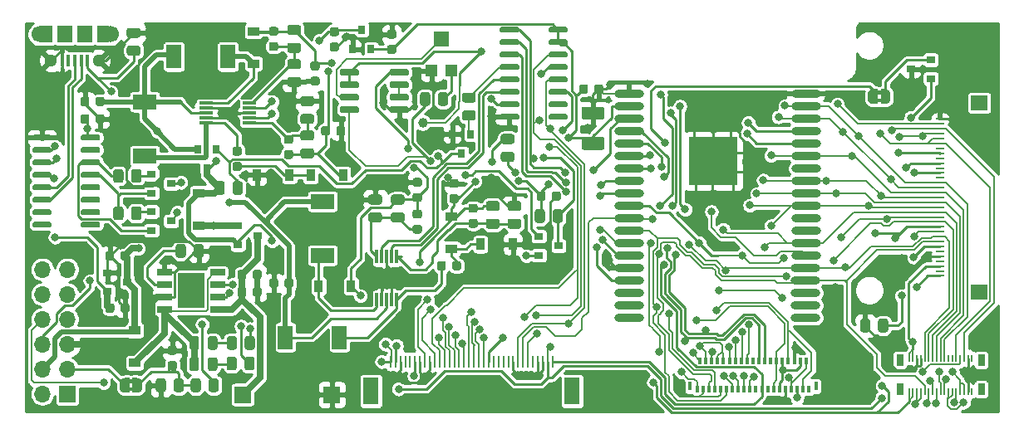
<source format=gbr>
G04 #@! TF.GenerationSoftware,KiCad,Pcbnew,5.1.9*
G04 #@! TF.CreationDate,2021-01-08T16:20:46+01:00*
G04 #@! TF.ProjectId,epaper-breakout,65706170-6572-42d6-9272-65616b6f7574,rev?*
G04 #@! TF.SameCoordinates,Original*
G04 #@! TF.FileFunction,Copper,L1,Top*
G04 #@! TF.FilePolarity,Positive*
%FSLAX46Y46*%
G04 Gerber Fmt 4.6, Leading zero omitted, Abs format (unit mm)*
G04 Created by KiCad (PCBNEW 5.1.9) date 2021-01-08 16:20:46*
%MOMM*%
%LPD*%
G01*
G04 APERTURE LIST*
G04 #@! TA.AperFunction,EtchedComponent*
%ADD10C,0.100000*%
G04 #@! TD*
G04 #@! TA.AperFunction,SMDPad,CuDef*
%ADD11R,0.900000X1.200000*%
G04 #@! TD*
G04 #@! TA.AperFunction,SMDPad,CuDef*
%ADD12R,2.400000X1.500000*%
G04 #@! TD*
G04 #@! TA.AperFunction,ComponentPad*
%ADD13R,1.700000X1.700000*%
G04 #@! TD*
G04 #@! TA.AperFunction,SMDPad,CuDef*
%ADD14C,0.100000*%
G04 #@! TD*
G04 #@! TA.AperFunction,SMDPad,CuDef*
%ADD15R,1.200000X0.900000*%
G04 #@! TD*
G04 #@! TA.AperFunction,SMDPad,CuDef*
%ADD16R,0.900000X0.800000*%
G04 #@! TD*
G04 #@! TA.AperFunction,ComponentPad*
%ADD17O,1.700000X1.700000*%
G04 #@! TD*
G04 #@! TA.AperFunction,SMDPad,CuDef*
%ADD18R,1.500000X0.650000*%
G04 #@! TD*
G04 #@! TA.AperFunction,SMDPad,CuDef*
%ADD19R,2.700000X3.600000*%
G04 #@! TD*
G04 #@! TA.AperFunction,ComponentPad*
%ADD20C,0.800000*%
G04 #@! TD*
G04 #@! TA.AperFunction,SMDPad,CuDef*
%ADD21R,5.000000X5.000000*%
G04 #@! TD*
G04 #@! TA.AperFunction,SMDPad,CuDef*
%ADD22O,3.000000X0.900000*%
G04 #@! TD*
G04 #@! TA.AperFunction,SMDPad,CuDef*
%ADD23R,0.400000X0.950000*%
G04 #@! TD*
G04 #@! TA.AperFunction,SMDPad,CuDef*
%ADD24R,0.300000X0.800000*%
G04 #@! TD*
G04 #@! TA.AperFunction,SMDPad,CuDef*
%ADD25R,0.300000X0.650000*%
G04 #@! TD*
G04 #@! TA.AperFunction,SMDPad,CuDef*
%ADD26R,0.812800X0.254000*%
G04 #@! TD*
G04 #@! TA.AperFunction,SMDPad,CuDef*
%ADD27R,1.701800X1.524000*%
G04 #@! TD*
G04 #@! TA.AperFunction,SMDPad,CuDef*
%ADD28R,0.700000X1.200000*%
G04 #@! TD*
G04 #@! TA.AperFunction,SMDPad,CuDef*
%ADD29R,0.230000X0.800000*%
G04 #@! TD*
G04 #@! TA.AperFunction,SMDPad,CuDef*
%ADD30R,0.800000X0.900000*%
G04 #@! TD*
G04 #@! TA.AperFunction,SMDPad,CuDef*
%ADD31R,1.600000X2.800000*%
G04 #@! TD*
G04 #@! TA.AperFunction,SMDPad,CuDef*
%ADD32R,0.250000X1.300000*%
G04 #@! TD*
G04 #@! TA.AperFunction,SMDPad,CuDef*
%ADD33C,1.000000*%
G04 #@! TD*
G04 #@! TA.AperFunction,SMDPad,CuDef*
%ADD34R,1.500000X1.700000*%
G04 #@! TD*
G04 #@! TA.AperFunction,ComponentPad*
%ADD35C,1.290000*%
G04 #@! TD*
G04 #@! TA.AperFunction,SMDPad,CuDef*
%ADD36R,0.400000X1.250000*%
G04 #@! TD*
G04 #@! TA.AperFunction,ComponentPad*
%ADD37C,1.700000*%
G04 #@! TD*
G04 #@! TA.AperFunction,SMDPad,CuDef*
%ADD38R,1.200000X1.700000*%
G04 #@! TD*
G04 #@! TA.AperFunction,SMDPad,CuDef*
%ADD39R,0.300000X1.400000*%
G04 #@! TD*
G04 #@! TA.AperFunction,SMDPad,CuDef*
%ADD40R,1.500000X2.400000*%
G04 #@! TD*
G04 #@! TA.AperFunction,SMDPad,CuDef*
%ADD41R,1.400000X0.300000*%
G04 #@! TD*
G04 #@! TA.AperFunction,SMDPad,CuDef*
%ADD42R,1.200000X1.200000*%
G04 #@! TD*
G04 #@! TA.AperFunction,SMDPad,CuDef*
%ADD43R,1.600000X1.500000*%
G04 #@! TD*
G04 #@! TA.AperFunction,ViaPad*
%ADD44C,0.800000*%
G04 #@! TD*
G04 #@! TA.AperFunction,Conductor*
%ADD45C,0.200000*%
G04 #@! TD*
G04 #@! TA.AperFunction,Conductor*
%ADD46C,0.500000*%
G04 #@! TD*
G04 #@! TA.AperFunction,Conductor*
%ADD47C,0.250000*%
G04 #@! TD*
G04 #@! TA.AperFunction,Conductor*
%ADD48C,0.700000*%
G04 #@! TD*
G04 #@! TA.AperFunction,Conductor*
%ADD49C,0.254000*%
G04 #@! TD*
G04 #@! TA.AperFunction,Conductor*
%ADD50C,0.100000*%
G04 #@! TD*
G04 APERTURE END LIST*
D10*
G36*
X112645000Y-28032000D02*
G01*
X112145000Y-28032000D01*
X112145000Y-27632000D01*
X112645000Y-27632000D01*
X112645000Y-28032000D01*
G37*
G36*
X112645000Y-27232000D02*
G01*
X112145000Y-27232000D01*
X112145000Y-26832000D01*
X112645000Y-26832000D01*
X112645000Y-27232000D01*
G37*
G36*
X35930000Y-56296000D02*
G01*
X36430000Y-56296000D01*
X36430000Y-56696000D01*
X35930000Y-56696000D01*
X35930000Y-56296000D01*
G37*
G36*
X35930000Y-57096000D02*
G01*
X36430000Y-57096000D01*
X36430000Y-57496000D01*
X35930000Y-57496000D01*
X35930000Y-57096000D01*
G37*
D11*
X55309500Y-46799500D03*
X58609500Y-46799500D03*
D12*
X55689500Y-38144000D03*
X55689500Y-43644000D03*
D13*
X56642000Y-57848500D03*
X47561500Y-57848500D03*
G04 #@! TA.AperFunction,SMDPad,CuDef*
G36*
G01*
X40136000Y-54427000D02*
X40636000Y-54427000D01*
G75*
G02*
X40861000Y-54652000I0J-225000D01*
G01*
X40861000Y-55102000D01*
G75*
G02*
X40636000Y-55327000I-225000J0D01*
G01*
X40136000Y-55327000D01*
G75*
G02*
X39911000Y-55102000I0J225000D01*
G01*
X39911000Y-54652000D01*
G75*
G02*
X40136000Y-54427000I225000J0D01*
G01*
G37*
G04 #@! TD.AperFunction*
G04 #@! TA.AperFunction,SMDPad,CuDef*
G36*
G01*
X40136000Y-52877000D02*
X40636000Y-52877000D01*
G75*
G02*
X40861000Y-53102000I0J-225000D01*
G01*
X40861000Y-53552000D01*
G75*
G02*
X40636000Y-53777000I-225000J0D01*
G01*
X40136000Y-53777000D01*
G75*
G02*
X39911000Y-53552000I0J225000D01*
G01*
X39911000Y-53102000D01*
G75*
G02*
X40136000Y-52877000I225000J0D01*
G01*
G37*
G04 #@! TD.AperFunction*
G04 #@! TA.AperFunction,SMDPad,CuDef*
G36*
G01*
X39732000Y-56445999D02*
X39732000Y-57346001D01*
G75*
G02*
X39482001Y-57596000I-249999J0D01*
G01*
X38956999Y-57596000D01*
G75*
G02*
X38707000Y-57346001I0J249999D01*
G01*
X38707000Y-56445999D01*
G75*
G02*
X38956999Y-56196000I249999J0D01*
G01*
X39482001Y-56196000D01*
G75*
G02*
X39732000Y-56445999I0J-249999D01*
G01*
G37*
G04 #@! TD.AperFunction*
G04 #@! TA.AperFunction,SMDPad,CuDef*
G36*
G01*
X41557000Y-56445999D02*
X41557000Y-57346001D01*
G75*
G02*
X41307001Y-57596000I-249999J0D01*
G01*
X40781999Y-57596000D01*
G75*
G02*
X40532000Y-57346001I0J249999D01*
G01*
X40532000Y-56445999D01*
G75*
G02*
X40781999Y-56196000I249999J0D01*
G01*
X41307001Y-56196000D01*
G75*
G02*
X41557000Y-56445999I0J-249999D01*
G01*
G37*
G04 #@! TD.AperFunction*
G04 #@! TA.AperFunction,SMDPad,CuDef*
G36*
G01*
X43288000Y-56445999D02*
X43288000Y-57346001D01*
G75*
G02*
X43038001Y-57596000I-249999J0D01*
G01*
X42512999Y-57596000D01*
G75*
G02*
X42263000Y-57346001I0J249999D01*
G01*
X42263000Y-56445999D01*
G75*
G02*
X42512999Y-56196000I249999J0D01*
G01*
X43038001Y-56196000D01*
G75*
G02*
X43288000Y-56445999I0J-249999D01*
G01*
G37*
G04 #@! TD.AperFunction*
G04 #@! TA.AperFunction,SMDPad,CuDef*
G36*
G01*
X45113000Y-56445999D02*
X45113000Y-57346001D01*
G75*
G02*
X44863001Y-57596000I-249999J0D01*
G01*
X44337999Y-57596000D01*
G75*
G02*
X44088000Y-57346001I0J249999D01*
G01*
X44088000Y-56445999D01*
G75*
G02*
X44337999Y-56196000I249999J0D01*
G01*
X44863001Y-56196000D01*
G75*
G02*
X45113000Y-56445999I0J-249999D01*
G01*
G37*
G04 #@! TD.AperFunction*
G04 #@! TA.AperFunction,SMDPad,CuDef*
D14*
G36*
X112545000Y-26682000D02*
G01*
X113045000Y-26682000D01*
X113045000Y-26682602D01*
X113069534Y-26682602D01*
X113118365Y-26687412D01*
X113166490Y-26696984D01*
X113213445Y-26711228D01*
X113258778Y-26730005D01*
X113302051Y-26753136D01*
X113342850Y-26780396D01*
X113380779Y-26811524D01*
X113415476Y-26846221D01*
X113446604Y-26884150D01*
X113473864Y-26924949D01*
X113496995Y-26968222D01*
X113515772Y-27013555D01*
X113530016Y-27060510D01*
X113539588Y-27108635D01*
X113544398Y-27157466D01*
X113544398Y-27182000D01*
X113545000Y-27182000D01*
X113545000Y-27682000D01*
X113544398Y-27682000D01*
X113544398Y-27706534D01*
X113539588Y-27755365D01*
X113530016Y-27803490D01*
X113515772Y-27850445D01*
X113496995Y-27895778D01*
X113473864Y-27939051D01*
X113446604Y-27979850D01*
X113415476Y-28017779D01*
X113380779Y-28052476D01*
X113342850Y-28083604D01*
X113302051Y-28110864D01*
X113258778Y-28133995D01*
X113213445Y-28152772D01*
X113166490Y-28167016D01*
X113118365Y-28176588D01*
X113069534Y-28181398D01*
X113045000Y-28181398D01*
X113045000Y-28182000D01*
X112545000Y-28182000D01*
X112545000Y-26682000D01*
G37*
G04 #@! TD.AperFunction*
G04 #@! TA.AperFunction,SMDPad,CuDef*
G36*
X111745000Y-28181398D02*
G01*
X111720466Y-28181398D01*
X111671635Y-28176588D01*
X111623510Y-28167016D01*
X111576555Y-28152772D01*
X111531222Y-28133995D01*
X111487949Y-28110864D01*
X111447150Y-28083604D01*
X111409221Y-28052476D01*
X111374524Y-28017779D01*
X111343396Y-27979850D01*
X111316136Y-27939051D01*
X111293005Y-27895778D01*
X111274228Y-27850445D01*
X111259984Y-27803490D01*
X111250412Y-27755365D01*
X111245602Y-27706534D01*
X111245602Y-27682000D01*
X111245000Y-27682000D01*
X111245000Y-27182000D01*
X111245602Y-27182000D01*
X111245602Y-27157466D01*
X111250412Y-27108635D01*
X111259984Y-27060510D01*
X111274228Y-27013555D01*
X111293005Y-26968222D01*
X111316136Y-26924949D01*
X111343396Y-26884150D01*
X111374524Y-26846221D01*
X111409221Y-26811524D01*
X111447150Y-26780396D01*
X111487949Y-26753136D01*
X111531222Y-26730005D01*
X111576555Y-26711228D01*
X111623510Y-26696984D01*
X111671635Y-26687412D01*
X111720466Y-26682602D01*
X111745000Y-26682602D01*
X111745000Y-26682000D01*
X112245000Y-26682000D01*
X112245000Y-28182000D01*
X111745000Y-28182000D01*
X111745000Y-28181398D01*
G37*
G04 #@! TD.AperFunction*
G04 #@! TA.AperFunction,SMDPad,CuDef*
G36*
X36030000Y-57646000D02*
G01*
X35530000Y-57646000D01*
X35530000Y-57645398D01*
X35505466Y-57645398D01*
X35456635Y-57640588D01*
X35408510Y-57631016D01*
X35361555Y-57616772D01*
X35316222Y-57597995D01*
X35272949Y-57574864D01*
X35232150Y-57547604D01*
X35194221Y-57516476D01*
X35159524Y-57481779D01*
X35128396Y-57443850D01*
X35101136Y-57403051D01*
X35078005Y-57359778D01*
X35059228Y-57314445D01*
X35044984Y-57267490D01*
X35035412Y-57219365D01*
X35030602Y-57170534D01*
X35030602Y-57146000D01*
X35030000Y-57146000D01*
X35030000Y-56646000D01*
X35030602Y-56646000D01*
X35030602Y-56621466D01*
X35035412Y-56572635D01*
X35044984Y-56524510D01*
X35059228Y-56477555D01*
X35078005Y-56432222D01*
X35101136Y-56388949D01*
X35128396Y-56348150D01*
X35159524Y-56310221D01*
X35194221Y-56275524D01*
X35232150Y-56244396D01*
X35272949Y-56217136D01*
X35316222Y-56194005D01*
X35361555Y-56175228D01*
X35408510Y-56160984D01*
X35456635Y-56151412D01*
X35505466Y-56146602D01*
X35530000Y-56146602D01*
X35530000Y-56146000D01*
X36030000Y-56146000D01*
X36030000Y-57646000D01*
G37*
G04 #@! TD.AperFunction*
G04 #@! TA.AperFunction,SMDPad,CuDef*
G36*
X36830000Y-56146602D02*
G01*
X36854534Y-56146602D01*
X36903365Y-56151412D01*
X36951490Y-56160984D01*
X36998445Y-56175228D01*
X37043778Y-56194005D01*
X37087051Y-56217136D01*
X37127850Y-56244396D01*
X37165779Y-56275524D01*
X37200476Y-56310221D01*
X37231604Y-56348150D01*
X37258864Y-56388949D01*
X37281995Y-56432222D01*
X37300772Y-56477555D01*
X37315016Y-56524510D01*
X37324588Y-56572635D01*
X37329398Y-56621466D01*
X37329398Y-56646000D01*
X37330000Y-56646000D01*
X37330000Y-57146000D01*
X37329398Y-57146000D01*
X37329398Y-57170534D01*
X37324588Y-57219365D01*
X37315016Y-57267490D01*
X37300772Y-57314445D01*
X37281995Y-57359778D01*
X37258864Y-57403051D01*
X37231604Y-57443850D01*
X37200476Y-57481779D01*
X37165779Y-57516476D01*
X37127850Y-57547604D01*
X37087051Y-57574864D01*
X37043778Y-57597995D01*
X36998445Y-57616772D01*
X36951490Y-57631016D01*
X36903365Y-57640588D01*
X36854534Y-57645398D01*
X36830000Y-57645398D01*
X36830000Y-57646000D01*
X36330000Y-57646000D01*
X36330000Y-56146000D01*
X36830000Y-56146000D01*
X36830000Y-56146602D01*
G37*
G04 #@! TD.AperFunction*
D15*
X36576000Y-51309000D03*
X36576000Y-54609000D03*
G04 #@! TA.AperFunction,SMDPad,CuDef*
G36*
G01*
X84173501Y-29795500D02*
X82323499Y-29795500D01*
G75*
G02*
X82073500Y-29545501I0J249999D01*
G01*
X82073500Y-28720499D01*
G75*
G02*
X82323499Y-28470500I249999J0D01*
G01*
X84173501Y-28470500D01*
G75*
G02*
X84423500Y-28720499I0J-249999D01*
G01*
X84423500Y-29545501D01*
G75*
G02*
X84173501Y-29795500I-249999J0D01*
G01*
G37*
G04 #@! TD.AperFunction*
G04 #@! TA.AperFunction,SMDPad,CuDef*
G36*
G01*
X84173501Y-32870500D02*
X82323499Y-32870500D01*
G75*
G02*
X82073500Y-32620501I0J249999D01*
G01*
X82073500Y-31795499D01*
G75*
G02*
X82323499Y-31545500I249999J0D01*
G01*
X84173501Y-31545500D01*
G75*
G02*
X84423500Y-31795499I0J-249999D01*
G01*
X84423500Y-32620501D01*
G75*
G02*
X84173501Y-32870500I-249999J0D01*
G01*
G37*
G04 #@! TD.AperFunction*
G04 #@! TA.AperFunction,SMDPad,CuDef*
G36*
G01*
X34486000Y-48772000D02*
X34486000Y-49272000D01*
G75*
G02*
X34261000Y-49497000I-225000J0D01*
G01*
X33811000Y-49497000D01*
G75*
G02*
X33586000Y-49272000I0J225000D01*
G01*
X33586000Y-48772000D01*
G75*
G02*
X33811000Y-48547000I225000J0D01*
G01*
X34261000Y-48547000D01*
G75*
G02*
X34486000Y-48772000I0J-225000D01*
G01*
G37*
G04 #@! TD.AperFunction*
G04 #@! TA.AperFunction,SMDPad,CuDef*
G36*
G01*
X36036000Y-48772000D02*
X36036000Y-49272000D01*
G75*
G02*
X35811000Y-49497000I-225000J0D01*
G01*
X35361000Y-49497000D01*
G75*
G02*
X35136000Y-49272000I0J225000D01*
G01*
X35136000Y-48772000D01*
G75*
G02*
X35361000Y-48547000I225000J0D01*
G01*
X35811000Y-48547000D01*
G75*
G02*
X36036000Y-48772000I0J-225000D01*
G01*
G37*
G04 #@! TD.AperFunction*
G04 #@! TA.AperFunction,SMDPad,CuDef*
G36*
G01*
X34473000Y-43438000D02*
X34473000Y-43938000D01*
G75*
G02*
X34248000Y-44163000I-225000J0D01*
G01*
X33798000Y-44163000D01*
G75*
G02*
X33573000Y-43938000I0J225000D01*
G01*
X33573000Y-43438000D01*
G75*
G02*
X33798000Y-43213000I225000J0D01*
G01*
X34248000Y-43213000D01*
G75*
G02*
X34473000Y-43438000I0J-225000D01*
G01*
G37*
G04 #@! TD.AperFunction*
G04 #@! TA.AperFunction,SMDPad,CuDef*
G36*
G01*
X36023000Y-43438000D02*
X36023000Y-43938000D01*
G75*
G02*
X35798000Y-44163000I-225000J0D01*
G01*
X35348000Y-44163000D01*
G75*
G02*
X35123000Y-43938000I0J225000D01*
G01*
X35123000Y-43438000D01*
G75*
G02*
X35348000Y-43213000I225000J0D01*
G01*
X35798000Y-43213000D01*
G75*
G02*
X36023000Y-43438000I0J-225000D01*
G01*
G37*
G04 #@! TD.AperFunction*
G04 #@! TA.AperFunction,SMDPad,CuDef*
G36*
G01*
X31091000Y-31773000D02*
X31091000Y-31473000D01*
G75*
G02*
X31241000Y-31323000I150000J0D01*
G01*
X32891000Y-31323000D01*
G75*
G02*
X33041000Y-31473000I0J-150000D01*
G01*
X33041000Y-31773000D01*
G75*
G02*
X32891000Y-31923000I-150000J0D01*
G01*
X31241000Y-31923000D01*
G75*
G02*
X31091000Y-31773000I0J150000D01*
G01*
G37*
G04 #@! TD.AperFunction*
G04 #@! TA.AperFunction,SMDPad,CuDef*
G36*
G01*
X31091000Y-33043000D02*
X31091000Y-32743000D01*
G75*
G02*
X31241000Y-32593000I150000J0D01*
G01*
X32891000Y-32593000D01*
G75*
G02*
X33041000Y-32743000I0J-150000D01*
G01*
X33041000Y-33043000D01*
G75*
G02*
X32891000Y-33193000I-150000J0D01*
G01*
X31241000Y-33193000D01*
G75*
G02*
X31091000Y-33043000I0J150000D01*
G01*
G37*
G04 #@! TD.AperFunction*
G04 #@! TA.AperFunction,SMDPad,CuDef*
G36*
G01*
X31091000Y-34313000D02*
X31091000Y-34013000D01*
G75*
G02*
X31241000Y-33863000I150000J0D01*
G01*
X32891000Y-33863000D01*
G75*
G02*
X33041000Y-34013000I0J-150000D01*
G01*
X33041000Y-34313000D01*
G75*
G02*
X32891000Y-34463000I-150000J0D01*
G01*
X31241000Y-34463000D01*
G75*
G02*
X31091000Y-34313000I0J150000D01*
G01*
G37*
G04 #@! TD.AperFunction*
G04 #@! TA.AperFunction,SMDPad,CuDef*
G36*
G01*
X31091000Y-35583000D02*
X31091000Y-35283000D01*
G75*
G02*
X31241000Y-35133000I150000J0D01*
G01*
X32891000Y-35133000D01*
G75*
G02*
X33041000Y-35283000I0J-150000D01*
G01*
X33041000Y-35583000D01*
G75*
G02*
X32891000Y-35733000I-150000J0D01*
G01*
X31241000Y-35733000D01*
G75*
G02*
X31091000Y-35583000I0J150000D01*
G01*
G37*
G04 #@! TD.AperFunction*
G04 #@! TA.AperFunction,SMDPad,CuDef*
G36*
G01*
X31091000Y-36853000D02*
X31091000Y-36553000D01*
G75*
G02*
X31241000Y-36403000I150000J0D01*
G01*
X32891000Y-36403000D01*
G75*
G02*
X33041000Y-36553000I0J-150000D01*
G01*
X33041000Y-36853000D01*
G75*
G02*
X32891000Y-37003000I-150000J0D01*
G01*
X31241000Y-37003000D01*
G75*
G02*
X31091000Y-36853000I0J150000D01*
G01*
G37*
G04 #@! TD.AperFunction*
G04 #@! TA.AperFunction,SMDPad,CuDef*
G36*
G01*
X31091000Y-38123000D02*
X31091000Y-37823000D01*
G75*
G02*
X31241000Y-37673000I150000J0D01*
G01*
X32891000Y-37673000D01*
G75*
G02*
X33041000Y-37823000I0J-150000D01*
G01*
X33041000Y-38123000D01*
G75*
G02*
X32891000Y-38273000I-150000J0D01*
G01*
X31241000Y-38273000D01*
G75*
G02*
X31091000Y-38123000I0J150000D01*
G01*
G37*
G04 #@! TD.AperFunction*
G04 #@! TA.AperFunction,SMDPad,CuDef*
G36*
G01*
X31091000Y-39393000D02*
X31091000Y-39093000D01*
G75*
G02*
X31241000Y-38943000I150000J0D01*
G01*
X32891000Y-38943000D01*
G75*
G02*
X33041000Y-39093000I0J-150000D01*
G01*
X33041000Y-39393000D01*
G75*
G02*
X32891000Y-39543000I-150000J0D01*
G01*
X31241000Y-39543000D01*
G75*
G02*
X31091000Y-39393000I0J150000D01*
G01*
G37*
G04 #@! TD.AperFunction*
G04 #@! TA.AperFunction,SMDPad,CuDef*
G36*
G01*
X31091000Y-40663000D02*
X31091000Y-40363000D01*
G75*
G02*
X31241000Y-40213000I150000J0D01*
G01*
X32891000Y-40213000D01*
G75*
G02*
X33041000Y-40363000I0J-150000D01*
G01*
X33041000Y-40663000D01*
G75*
G02*
X32891000Y-40813000I-150000J0D01*
G01*
X31241000Y-40813000D01*
G75*
G02*
X31091000Y-40663000I0J150000D01*
G01*
G37*
G04 #@! TD.AperFunction*
G04 #@! TA.AperFunction,SMDPad,CuDef*
G36*
G01*
X26141000Y-40663000D02*
X26141000Y-40363000D01*
G75*
G02*
X26291000Y-40213000I150000J0D01*
G01*
X27941000Y-40213000D01*
G75*
G02*
X28091000Y-40363000I0J-150000D01*
G01*
X28091000Y-40663000D01*
G75*
G02*
X27941000Y-40813000I-150000J0D01*
G01*
X26291000Y-40813000D01*
G75*
G02*
X26141000Y-40663000I0J150000D01*
G01*
G37*
G04 #@! TD.AperFunction*
G04 #@! TA.AperFunction,SMDPad,CuDef*
G36*
G01*
X26141000Y-39393000D02*
X26141000Y-39093000D01*
G75*
G02*
X26291000Y-38943000I150000J0D01*
G01*
X27941000Y-38943000D01*
G75*
G02*
X28091000Y-39093000I0J-150000D01*
G01*
X28091000Y-39393000D01*
G75*
G02*
X27941000Y-39543000I-150000J0D01*
G01*
X26291000Y-39543000D01*
G75*
G02*
X26141000Y-39393000I0J150000D01*
G01*
G37*
G04 #@! TD.AperFunction*
G04 #@! TA.AperFunction,SMDPad,CuDef*
G36*
G01*
X26141000Y-38123000D02*
X26141000Y-37823000D01*
G75*
G02*
X26291000Y-37673000I150000J0D01*
G01*
X27941000Y-37673000D01*
G75*
G02*
X28091000Y-37823000I0J-150000D01*
G01*
X28091000Y-38123000D01*
G75*
G02*
X27941000Y-38273000I-150000J0D01*
G01*
X26291000Y-38273000D01*
G75*
G02*
X26141000Y-38123000I0J150000D01*
G01*
G37*
G04 #@! TD.AperFunction*
G04 #@! TA.AperFunction,SMDPad,CuDef*
G36*
G01*
X26141000Y-36853000D02*
X26141000Y-36553000D01*
G75*
G02*
X26291000Y-36403000I150000J0D01*
G01*
X27941000Y-36403000D01*
G75*
G02*
X28091000Y-36553000I0J-150000D01*
G01*
X28091000Y-36853000D01*
G75*
G02*
X27941000Y-37003000I-150000J0D01*
G01*
X26291000Y-37003000D01*
G75*
G02*
X26141000Y-36853000I0J150000D01*
G01*
G37*
G04 #@! TD.AperFunction*
G04 #@! TA.AperFunction,SMDPad,CuDef*
G36*
G01*
X26141000Y-35583000D02*
X26141000Y-35283000D01*
G75*
G02*
X26291000Y-35133000I150000J0D01*
G01*
X27941000Y-35133000D01*
G75*
G02*
X28091000Y-35283000I0J-150000D01*
G01*
X28091000Y-35583000D01*
G75*
G02*
X27941000Y-35733000I-150000J0D01*
G01*
X26291000Y-35733000D01*
G75*
G02*
X26141000Y-35583000I0J150000D01*
G01*
G37*
G04 #@! TD.AperFunction*
G04 #@! TA.AperFunction,SMDPad,CuDef*
G36*
G01*
X26141000Y-34313000D02*
X26141000Y-34013000D01*
G75*
G02*
X26291000Y-33863000I150000J0D01*
G01*
X27941000Y-33863000D01*
G75*
G02*
X28091000Y-34013000I0J-150000D01*
G01*
X28091000Y-34313000D01*
G75*
G02*
X27941000Y-34463000I-150000J0D01*
G01*
X26291000Y-34463000D01*
G75*
G02*
X26141000Y-34313000I0J150000D01*
G01*
G37*
G04 #@! TD.AperFunction*
G04 #@! TA.AperFunction,SMDPad,CuDef*
G36*
G01*
X26141000Y-33043000D02*
X26141000Y-32743000D01*
G75*
G02*
X26291000Y-32593000I150000J0D01*
G01*
X27941000Y-32593000D01*
G75*
G02*
X28091000Y-32743000I0J-150000D01*
G01*
X28091000Y-33043000D01*
G75*
G02*
X27941000Y-33193000I-150000J0D01*
G01*
X26291000Y-33193000D01*
G75*
G02*
X26141000Y-33043000I0J150000D01*
G01*
G37*
G04 #@! TD.AperFunction*
G04 #@! TA.AperFunction,SMDPad,CuDef*
G36*
G01*
X26141000Y-31773000D02*
X26141000Y-31473000D01*
G75*
G02*
X26291000Y-31323000I150000J0D01*
G01*
X27941000Y-31323000D01*
G75*
G02*
X28091000Y-31473000I0J-150000D01*
G01*
X28091000Y-31773000D01*
G75*
G02*
X27941000Y-31923000I-150000J0D01*
G01*
X26291000Y-31923000D01*
G75*
G02*
X26141000Y-31773000I0J150000D01*
G01*
G37*
G04 #@! TD.AperFunction*
D16*
X35798000Y-46355000D03*
X33798000Y-47305000D03*
X33798000Y-45405000D03*
D17*
X27152600Y-45085000D03*
X29692600Y-45085000D03*
X27152600Y-47625000D03*
X29692600Y-47625000D03*
X27152600Y-50165000D03*
X29692600Y-50165000D03*
X27152600Y-52705000D03*
X29692600Y-52705000D03*
X27152600Y-55245000D03*
X29692600Y-55245000D03*
X27152600Y-57785000D03*
D13*
X29692600Y-57785000D03*
D15*
X43053000Y-40575500D03*
X43053000Y-37275500D03*
D18*
X39591000Y-45339000D03*
X39591000Y-46609000D03*
X39591000Y-47879000D03*
X39591000Y-49149000D03*
X44991000Y-49149000D03*
X44991000Y-47879000D03*
X44991000Y-46609000D03*
X44991000Y-45339000D03*
D19*
X42291000Y-47244000D03*
G04 #@! TA.AperFunction,SMDPad,CuDef*
G36*
G01*
X41764000Y-42729999D02*
X41764000Y-43630001D01*
G75*
G02*
X41514001Y-43880000I-249999J0D01*
G01*
X40988999Y-43880000D01*
G75*
G02*
X40739000Y-43630001I0J249999D01*
G01*
X40739000Y-42729999D01*
G75*
G02*
X40988999Y-42480000I249999J0D01*
G01*
X41514001Y-42480000D01*
G75*
G02*
X41764000Y-42729999I0J-249999D01*
G01*
G37*
G04 #@! TD.AperFunction*
G04 #@! TA.AperFunction,SMDPad,CuDef*
G36*
G01*
X43589000Y-42729999D02*
X43589000Y-43630001D01*
G75*
G02*
X43339001Y-43880000I-249999J0D01*
G01*
X42813999Y-43880000D01*
G75*
G02*
X42564000Y-43630001I0J249999D01*
G01*
X42564000Y-42729999D01*
G75*
G02*
X42813999Y-42480000I249999J0D01*
G01*
X43339001Y-42480000D01*
G75*
G02*
X43589000Y-42729999I0J-249999D01*
G01*
G37*
G04 #@! TD.AperFunction*
G04 #@! TA.AperFunction,SMDPad,CuDef*
G36*
G01*
X46971000Y-52127999D02*
X46971000Y-53028001D01*
G75*
G02*
X46721001Y-53278000I-249999J0D01*
G01*
X46195999Y-53278000D01*
G75*
G02*
X45946000Y-53028001I0J249999D01*
G01*
X45946000Y-52127999D01*
G75*
G02*
X46195999Y-51878000I249999J0D01*
G01*
X46721001Y-51878000D01*
G75*
G02*
X46971000Y-52127999I0J-249999D01*
G01*
G37*
G04 #@! TD.AperFunction*
G04 #@! TA.AperFunction,SMDPad,CuDef*
G36*
G01*
X48796000Y-52127999D02*
X48796000Y-53028001D01*
G75*
G02*
X48546001Y-53278000I-249999J0D01*
G01*
X48020999Y-53278000D01*
G75*
G02*
X47771000Y-53028001I0J249999D01*
G01*
X47771000Y-52127999D01*
G75*
G02*
X48020999Y-51878000I249999J0D01*
G01*
X48546001Y-51878000D01*
G75*
G02*
X48796000Y-52127999I0J-249999D01*
G01*
G37*
G04 #@! TD.AperFunction*
G04 #@! TA.AperFunction,SMDPad,CuDef*
G36*
G01*
X46947500Y-54223499D02*
X46947500Y-55123501D01*
G75*
G02*
X46697501Y-55373500I-249999J0D01*
G01*
X46172499Y-55373500D01*
G75*
G02*
X45922500Y-55123501I0J249999D01*
G01*
X45922500Y-54223499D01*
G75*
G02*
X46172499Y-53973500I249999J0D01*
G01*
X46697501Y-53973500D01*
G75*
G02*
X46947500Y-54223499I0J-249999D01*
G01*
G37*
G04 #@! TD.AperFunction*
G04 #@! TA.AperFunction,SMDPad,CuDef*
G36*
G01*
X48772500Y-54223499D02*
X48772500Y-55123501D01*
G75*
G02*
X48522501Y-55373500I-249999J0D01*
G01*
X47997499Y-55373500D01*
G75*
G02*
X47747500Y-55123501I0J249999D01*
G01*
X47747500Y-54223499D01*
G75*
G02*
X47997499Y-53973500I249999J0D01*
G01*
X48522501Y-53973500D01*
G75*
G02*
X48772500Y-54223499I0J-249999D01*
G01*
G37*
G04 #@! TD.AperFunction*
G04 #@! TA.AperFunction,SMDPad,CuDef*
G36*
G01*
X35998999Y-22244000D02*
X36899001Y-22244000D01*
G75*
G02*
X37149000Y-22493999I0J-249999D01*
G01*
X37149000Y-23019001D01*
G75*
G02*
X36899001Y-23269000I-249999J0D01*
G01*
X35998999Y-23269000D01*
G75*
G02*
X35749000Y-23019001I0J249999D01*
G01*
X35749000Y-22493999D01*
G75*
G02*
X35998999Y-22244000I249999J0D01*
G01*
G37*
G04 #@! TD.AperFunction*
G04 #@! TA.AperFunction,SMDPad,CuDef*
G36*
G01*
X35998999Y-20419000D02*
X36899001Y-20419000D01*
G75*
G02*
X37149000Y-20668999I0J-249999D01*
G01*
X37149000Y-21194001D01*
G75*
G02*
X36899001Y-21444000I-249999J0D01*
G01*
X35998999Y-21444000D01*
G75*
G02*
X35749000Y-21194001I0J249999D01*
G01*
X35749000Y-20668999D01*
G75*
G02*
X35998999Y-20419000I249999J0D01*
G01*
G37*
G04 #@! TD.AperFunction*
D16*
X49069500Y-41592500D03*
X47069500Y-42542500D03*
X47069500Y-40642500D03*
G04 #@! TA.AperFunction,SMDPad,CuDef*
G36*
G01*
X43111000Y-52121750D02*
X43111000Y-53034250D01*
G75*
G02*
X42867250Y-53278000I-243750J0D01*
G01*
X42379750Y-53278000D01*
G75*
G02*
X42136000Y-53034250I0J243750D01*
G01*
X42136000Y-52121750D01*
G75*
G02*
X42379750Y-51878000I243750J0D01*
G01*
X42867250Y-51878000D01*
G75*
G02*
X43111000Y-52121750I0J-243750D01*
G01*
G37*
G04 #@! TD.AperFunction*
G04 #@! TA.AperFunction,SMDPad,CuDef*
G36*
G01*
X44986000Y-52121750D02*
X44986000Y-53034250D01*
G75*
G02*
X44742250Y-53278000I-243750J0D01*
G01*
X44254750Y-53278000D01*
G75*
G02*
X44011000Y-53034250I0J243750D01*
G01*
X44011000Y-52121750D01*
G75*
G02*
X44254750Y-51878000I243750J0D01*
G01*
X44742250Y-51878000D01*
G75*
G02*
X44986000Y-52121750I0J-243750D01*
G01*
G37*
G04 #@! TD.AperFunction*
G04 #@! TA.AperFunction,SMDPad,CuDef*
G36*
G01*
X43111000Y-54280750D02*
X43111000Y-55193250D01*
G75*
G02*
X42867250Y-55437000I-243750J0D01*
G01*
X42379750Y-55437000D01*
G75*
G02*
X42136000Y-55193250I0J243750D01*
G01*
X42136000Y-54280750D01*
G75*
G02*
X42379750Y-54037000I243750J0D01*
G01*
X42867250Y-54037000D01*
G75*
G02*
X43111000Y-54280750I0J-243750D01*
G01*
G37*
G04 #@! TD.AperFunction*
G04 #@! TA.AperFunction,SMDPad,CuDef*
G36*
G01*
X44986000Y-54280750D02*
X44986000Y-55193250D01*
G75*
G02*
X44742250Y-55437000I-243750J0D01*
G01*
X44254750Y-55437000D01*
G75*
G02*
X44011000Y-55193250I0J243750D01*
G01*
X44011000Y-54280750D01*
G75*
G02*
X44254750Y-54037000I243750J0D01*
G01*
X44742250Y-54037000D01*
G75*
G02*
X44986000Y-54280750I0J-243750D01*
G01*
G37*
G04 #@! TD.AperFunction*
G04 #@! TA.AperFunction,SMDPad,CuDef*
G36*
G01*
X47935000Y-47121000D02*
X47935000Y-47621000D01*
G75*
G02*
X47710000Y-47846000I-225000J0D01*
G01*
X47260000Y-47846000D01*
G75*
G02*
X47035000Y-47621000I0J225000D01*
G01*
X47035000Y-47121000D01*
G75*
G02*
X47260000Y-46896000I225000J0D01*
G01*
X47710000Y-46896000D01*
G75*
G02*
X47935000Y-47121000I0J-225000D01*
G01*
G37*
G04 #@! TD.AperFunction*
G04 #@! TA.AperFunction,SMDPad,CuDef*
G36*
G01*
X49485000Y-47121000D02*
X49485000Y-47621000D01*
G75*
G02*
X49260000Y-47846000I-225000J0D01*
G01*
X48810000Y-47846000D01*
G75*
G02*
X48585000Y-47621000I0J225000D01*
G01*
X48585000Y-47121000D01*
G75*
G02*
X48810000Y-46896000I225000J0D01*
G01*
X49260000Y-46896000D01*
G75*
G02*
X49485000Y-47121000I0J-225000D01*
G01*
G37*
G04 #@! TD.AperFunction*
G04 #@! TA.AperFunction,SMDPad,CuDef*
G36*
G01*
X48585000Y-45843000D02*
X48585000Y-45343000D01*
G75*
G02*
X48810000Y-45118000I225000J0D01*
G01*
X49260000Y-45118000D01*
G75*
G02*
X49485000Y-45343000I0J-225000D01*
G01*
X49485000Y-45843000D01*
G75*
G02*
X49260000Y-46068000I-225000J0D01*
G01*
X48810000Y-46068000D01*
G75*
G02*
X48585000Y-45843000I0J225000D01*
G01*
G37*
G04 #@! TD.AperFunction*
G04 #@! TA.AperFunction,SMDPad,CuDef*
G36*
G01*
X47035000Y-45843000D02*
X47035000Y-45343000D01*
G75*
G02*
X47260000Y-45118000I225000J0D01*
G01*
X47710000Y-45118000D01*
G75*
G02*
X47935000Y-45343000I0J-225000D01*
G01*
X47935000Y-45843000D01*
G75*
G02*
X47710000Y-46068000I-225000J0D01*
G01*
X47260000Y-46068000D01*
G75*
G02*
X47035000Y-45843000I0J225000D01*
G01*
G37*
G04 #@! TD.AperFunction*
D11*
X52323000Y-35433000D03*
X49023000Y-35433000D03*
D20*
X93500000Y-32020000D03*
D21*
X95500000Y-34030000D03*
D22*
X86900000Y-27110000D03*
X86900000Y-28380000D03*
X86900000Y-29650000D03*
X86900000Y-30920000D03*
X86900000Y-32190000D03*
X86900000Y-33460000D03*
X86900000Y-34730000D03*
X86900000Y-36000000D03*
X86900000Y-37270000D03*
X86900000Y-38540000D03*
X86900000Y-39810000D03*
X86900000Y-41080000D03*
X86900000Y-42350000D03*
X86900000Y-43620000D03*
X86900000Y-44920000D03*
X86900000Y-46190000D03*
X86900000Y-47460000D03*
X86900000Y-48730000D03*
X86900000Y-50000000D03*
X104900000Y-50000000D03*
X104900000Y-48730000D03*
X104900000Y-47460000D03*
X104900000Y-46190000D03*
X104900000Y-44920000D03*
X104930000Y-43620000D03*
X104930000Y-42350000D03*
X104930000Y-41080000D03*
X104930000Y-39810000D03*
X104930000Y-38540000D03*
X104930000Y-37270000D03*
X104930000Y-36000000D03*
X104930000Y-34730000D03*
X104930000Y-33460000D03*
X104930000Y-32190000D03*
X104930000Y-30920000D03*
X104930000Y-29650000D03*
X104930000Y-28380000D03*
X104930000Y-27110000D03*
D20*
X93500000Y-33020000D03*
X93500000Y-34020000D03*
X93500000Y-35020000D03*
X93500000Y-36020000D03*
X94500000Y-36020000D03*
X94500000Y-35020000D03*
X94500000Y-34020000D03*
X94500000Y-33020000D03*
X94500000Y-32020000D03*
X96500000Y-32020000D03*
X96500000Y-33020000D03*
X96500000Y-34020000D03*
X96500000Y-35020000D03*
X96500000Y-36020000D03*
X95500000Y-36020000D03*
X95500000Y-35020000D03*
X95500000Y-34020000D03*
X95500000Y-33020000D03*
X95500000Y-32020000D03*
X97500000Y-36020000D03*
X97500000Y-35020000D03*
X97500000Y-34020000D03*
X97500000Y-33020000D03*
X97500000Y-32020000D03*
D23*
X105942600Y-56979600D03*
X93142600Y-56979600D03*
D24*
X105242600Y-57254600D03*
D25*
X104942600Y-54379600D03*
D24*
X104642600Y-57254600D03*
D25*
X104342600Y-54379600D03*
D24*
X104042600Y-57254600D03*
D25*
X103742600Y-54379600D03*
D24*
X103442600Y-57254600D03*
D25*
X103142600Y-54379600D03*
D24*
X102842600Y-57254600D03*
D25*
X102542600Y-54379600D03*
D24*
X102242600Y-57254600D03*
D25*
X101942600Y-54379600D03*
D24*
X101642600Y-57254600D03*
D25*
X101342600Y-54379600D03*
D24*
X101042600Y-57254600D03*
D25*
X100742600Y-54379600D03*
D24*
X100442600Y-57254600D03*
D25*
X100142600Y-54379600D03*
D24*
X99842600Y-57254600D03*
D25*
X99542600Y-54379600D03*
D24*
X99242600Y-57254600D03*
D25*
X98942600Y-54379600D03*
D24*
X98642600Y-57254600D03*
D25*
X98342600Y-54379600D03*
D24*
X98042600Y-57254600D03*
D25*
X97742600Y-54379600D03*
D24*
X97442600Y-57254600D03*
D25*
X97142600Y-54379600D03*
D24*
X96842600Y-57254600D03*
D25*
X96542600Y-54379600D03*
D24*
X96242600Y-57254600D03*
D25*
X95942600Y-54379600D03*
D24*
X95642600Y-57254600D03*
D25*
X95342600Y-54379600D03*
D24*
X95042600Y-57254600D03*
D25*
X94742600Y-54379600D03*
D24*
X94442600Y-57254600D03*
D25*
X94142600Y-54379600D03*
D24*
X93842600Y-57254600D03*
D26*
X118588300Y-45727399D03*
X118588300Y-45227400D03*
X118588300Y-44727399D03*
X118588300Y-44227400D03*
X118588300Y-43727398D03*
X118588300Y-43227399D03*
X118588300Y-42727400D03*
X118588300Y-42227399D03*
X118588300Y-41727400D03*
X118588300Y-41227398D03*
X118588300Y-40727399D03*
X118588300Y-40227400D03*
X118588300Y-39727399D03*
X118588300Y-39227400D03*
X118588300Y-38727398D03*
X118588300Y-38227399D03*
X118588300Y-37727400D03*
X118588300Y-37227398D03*
X118588300Y-36727399D03*
X118588300Y-36227400D03*
X118588300Y-35727399D03*
X118588300Y-35227400D03*
X118588300Y-34727398D03*
X118588300Y-34227399D03*
X118588300Y-33727400D03*
X118588300Y-33227399D03*
X118588300Y-32727400D03*
X118588300Y-32227398D03*
X118588300Y-31727399D03*
X118588300Y-31227400D03*
X118588300Y-30727399D03*
X118588300Y-30227400D03*
X118588300Y-29727398D03*
D27*
X122601500Y-28075400D03*
X122601500Y-47379400D03*
D28*
X122793400Y-54319600D03*
D29*
X119043400Y-54119600D03*
X117443400Y-54119600D03*
X121843400Y-54119600D03*
X121443400Y-54119600D03*
X121043400Y-54119600D03*
X117843400Y-54119600D03*
X118243400Y-54119600D03*
X120643400Y-54119600D03*
X118643400Y-54119600D03*
X115843400Y-54119600D03*
X115443400Y-54119600D03*
D28*
X114493400Y-54319600D03*
D29*
X116243400Y-54119600D03*
X117043400Y-54119600D03*
X116643400Y-54119600D03*
X120243400Y-54119600D03*
X119843400Y-54119600D03*
X119443400Y-54119600D03*
D28*
X114493400Y-57305600D03*
X122793400Y-57305600D03*
D29*
X121843400Y-57505600D03*
X121443400Y-57505600D03*
X121043400Y-57505600D03*
X120643400Y-57505600D03*
X120243400Y-57505600D03*
X119843400Y-57505600D03*
X119443400Y-57505600D03*
X119043400Y-57505600D03*
X118643400Y-57505600D03*
X118243400Y-57505600D03*
X117843400Y-57505600D03*
X117443400Y-57505600D03*
X117043400Y-57505600D03*
X116643400Y-57505600D03*
X116243400Y-57505600D03*
X115843400Y-57505600D03*
X115443400Y-57505600D03*
D30*
X69850000Y-33258000D03*
X68900000Y-31258000D03*
X70800000Y-31258000D03*
G04 #@! TA.AperFunction,SMDPad,CuDef*
G36*
G01*
X45741000Y-36316499D02*
X45741000Y-37216501D01*
G75*
G02*
X45491001Y-37466500I-249999J0D01*
G01*
X44965999Y-37466500D01*
G75*
G02*
X44716000Y-37216501I0J249999D01*
G01*
X44716000Y-36316499D01*
G75*
G02*
X44965999Y-36066500I249999J0D01*
G01*
X45491001Y-36066500D01*
G75*
G02*
X45741000Y-36316499I0J-249999D01*
G01*
G37*
G04 #@! TD.AperFunction*
G04 #@! TA.AperFunction,SMDPad,CuDef*
G36*
G01*
X47566000Y-36316499D02*
X47566000Y-37216501D01*
G75*
G02*
X47316001Y-37466500I-249999J0D01*
G01*
X46790999Y-37466500D01*
G75*
G02*
X46541000Y-37216501I0J249999D01*
G01*
X46541000Y-36316499D01*
G75*
G02*
X46790999Y-36066500I249999J0D01*
G01*
X47316001Y-36066500D01*
G75*
G02*
X47566000Y-36316499I0J-249999D01*
G01*
G37*
G04 #@! TD.AperFunction*
G04 #@! TA.AperFunction,SMDPad,CuDef*
G36*
G01*
X71062001Y-28048000D02*
X70161999Y-28048000D01*
G75*
G02*
X69912000Y-27798001I0J249999D01*
G01*
X69912000Y-27272999D01*
G75*
G02*
X70161999Y-27023000I249999J0D01*
G01*
X71062001Y-27023000D01*
G75*
G02*
X71312000Y-27272999I0J-249999D01*
G01*
X71312000Y-27798001D01*
G75*
G02*
X71062001Y-28048000I-249999J0D01*
G01*
G37*
G04 #@! TD.AperFunction*
G04 #@! TA.AperFunction,SMDPad,CuDef*
G36*
G01*
X71062001Y-29873000D02*
X70161999Y-29873000D01*
G75*
G02*
X69912000Y-29623001I0J249999D01*
G01*
X69912000Y-29097999D01*
G75*
G02*
X70161999Y-28848000I249999J0D01*
G01*
X71062001Y-28848000D01*
G75*
G02*
X71312000Y-29097999I0J-249999D01*
G01*
X71312000Y-29623001D01*
G75*
G02*
X71062001Y-29873000I-249999J0D01*
G01*
G37*
G04 #@! TD.AperFunction*
D16*
X79740000Y-42672000D03*
X77740000Y-43622000D03*
X77740000Y-41722000D03*
D30*
X43942000Y-34782000D03*
X42992000Y-32782000D03*
X44892000Y-32782000D03*
G04 #@! TA.AperFunction,SMDPad,CuDef*
G36*
G01*
X62510000Y-25130700D02*
X62510000Y-24805700D01*
G75*
G02*
X62672500Y-24643200I162500J0D01*
G01*
X64322500Y-24643200D01*
G75*
G02*
X64485000Y-24805700I0J-162500D01*
G01*
X64485000Y-25130700D01*
G75*
G02*
X64322500Y-25293200I-162500J0D01*
G01*
X62672500Y-25293200D01*
G75*
G02*
X62510000Y-25130700I0J162500D01*
G01*
G37*
G04 #@! TD.AperFunction*
G04 #@! TA.AperFunction,SMDPad,CuDef*
G36*
G01*
X62510000Y-26400700D02*
X62510000Y-26075700D01*
G75*
G02*
X62672500Y-25913200I162500J0D01*
G01*
X64322500Y-25913200D01*
G75*
G02*
X64485000Y-26075700I0J-162500D01*
G01*
X64485000Y-26400700D01*
G75*
G02*
X64322500Y-26563200I-162500J0D01*
G01*
X62672500Y-26563200D01*
G75*
G02*
X62510000Y-26400700I0J162500D01*
G01*
G37*
G04 #@! TD.AperFunction*
G04 #@! TA.AperFunction,SMDPad,CuDef*
G36*
G01*
X62510000Y-27670700D02*
X62510000Y-27345700D01*
G75*
G02*
X62672500Y-27183200I162500J0D01*
G01*
X64322500Y-27183200D01*
G75*
G02*
X64485000Y-27345700I0J-162500D01*
G01*
X64485000Y-27670700D01*
G75*
G02*
X64322500Y-27833200I-162500J0D01*
G01*
X62672500Y-27833200D01*
G75*
G02*
X62510000Y-27670700I0J162500D01*
G01*
G37*
G04 #@! TD.AperFunction*
G04 #@! TA.AperFunction,SMDPad,CuDef*
G36*
G01*
X62510000Y-28940700D02*
X62510000Y-28615700D01*
G75*
G02*
X62672500Y-28453200I162500J0D01*
G01*
X64322500Y-28453200D01*
G75*
G02*
X64485000Y-28615700I0J-162500D01*
G01*
X64485000Y-28940700D01*
G75*
G02*
X64322500Y-29103200I-162500J0D01*
G01*
X62672500Y-29103200D01*
G75*
G02*
X62510000Y-28940700I0J162500D01*
G01*
G37*
G04 #@! TD.AperFunction*
G04 #@! TA.AperFunction,SMDPad,CuDef*
G36*
G01*
X57435000Y-28940700D02*
X57435000Y-28615700D01*
G75*
G02*
X57597500Y-28453200I162500J0D01*
G01*
X59247500Y-28453200D01*
G75*
G02*
X59410000Y-28615700I0J-162500D01*
G01*
X59410000Y-28940700D01*
G75*
G02*
X59247500Y-29103200I-162500J0D01*
G01*
X57597500Y-29103200D01*
G75*
G02*
X57435000Y-28940700I0J162500D01*
G01*
G37*
G04 #@! TD.AperFunction*
G04 #@! TA.AperFunction,SMDPad,CuDef*
G36*
G01*
X57435000Y-27670700D02*
X57435000Y-27345700D01*
G75*
G02*
X57597500Y-27183200I162500J0D01*
G01*
X59247500Y-27183200D01*
G75*
G02*
X59410000Y-27345700I0J-162500D01*
G01*
X59410000Y-27670700D01*
G75*
G02*
X59247500Y-27833200I-162500J0D01*
G01*
X57597500Y-27833200D01*
G75*
G02*
X57435000Y-27670700I0J162500D01*
G01*
G37*
G04 #@! TD.AperFunction*
G04 #@! TA.AperFunction,SMDPad,CuDef*
G36*
G01*
X57435000Y-26400700D02*
X57435000Y-26075700D01*
G75*
G02*
X57597500Y-25913200I162500J0D01*
G01*
X59247500Y-25913200D01*
G75*
G02*
X59410000Y-26075700I0J-162500D01*
G01*
X59410000Y-26400700D01*
G75*
G02*
X59247500Y-26563200I-162500J0D01*
G01*
X57597500Y-26563200D01*
G75*
G02*
X57435000Y-26400700I0J162500D01*
G01*
G37*
G04 #@! TD.AperFunction*
G04 #@! TA.AperFunction,SMDPad,CuDef*
G36*
G01*
X57435000Y-25130700D02*
X57435000Y-24805700D01*
G75*
G02*
X57597500Y-24643200I162500J0D01*
G01*
X59247500Y-24643200D01*
G75*
G02*
X59410000Y-24805700I0J-162500D01*
G01*
X59410000Y-25130700D01*
G75*
G02*
X59247500Y-25293200I-162500J0D01*
G01*
X57597500Y-25293200D01*
G75*
G02*
X57435000Y-25130700I0J162500D01*
G01*
G37*
G04 #@! TD.AperFunction*
D31*
X81116000Y-57483000D03*
X60616000Y-57483000D03*
D32*
X79116000Y-54483000D03*
X78616000Y-54483000D03*
X78116000Y-54483000D03*
X77616000Y-54483000D03*
X77116000Y-54483000D03*
X76616000Y-54483000D03*
X76116000Y-54483000D03*
X75616000Y-54483000D03*
X75116000Y-54483000D03*
X74616000Y-54483000D03*
X74116000Y-54483000D03*
X73616000Y-54483000D03*
X73116000Y-54483000D03*
X72616000Y-54483000D03*
X72116000Y-54483000D03*
X71616000Y-54483000D03*
X71116000Y-54483000D03*
X70616000Y-54483000D03*
X70116000Y-54483000D03*
X69616000Y-54483000D03*
X69116000Y-54483000D03*
X68616000Y-54483000D03*
X68116000Y-54483000D03*
X67616000Y-54483000D03*
X67116000Y-54483000D03*
X66616000Y-54483000D03*
X66116000Y-54483000D03*
X65616000Y-54483000D03*
X65116000Y-54483000D03*
X64616000Y-54483000D03*
X64116000Y-54483000D03*
X63616000Y-54483000D03*
X63116000Y-54483000D03*
X62616000Y-54483000D03*
G04 #@! TA.AperFunction,SMDPad,CuDef*
G36*
G01*
X35414000Y-35084599D02*
X35414000Y-35984601D01*
G75*
G02*
X35164001Y-36234600I-249999J0D01*
G01*
X34638999Y-36234600D01*
G75*
G02*
X34389000Y-35984601I0J249999D01*
G01*
X34389000Y-35084599D01*
G75*
G02*
X34638999Y-34834600I249999J0D01*
G01*
X35164001Y-34834600D01*
G75*
G02*
X35414000Y-35084599I0J-249999D01*
G01*
G37*
G04 #@! TD.AperFunction*
G04 #@! TA.AperFunction,SMDPad,CuDef*
G36*
G01*
X37239000Y-35084599D02*
X37239000Y-35984601D01*
G75*
G02*
X36989001Y-36234600I-249999J0D01*
G01*
X36463999Y-36234600D01*
G75*
G02*
X36214000Y-35984601I0J249999D01*
G01*
X36214000Y-35084599D01*
G75*
G02*
X36463999Y-34834600I249999J0D01*
G01*
X36989001Y-34834600D01*
G75*
G02*
X37239000Y-35084599I0J-249999D01*
G01*
G37*
G04 #@! TD.AperFunction*
G04 #@! TA.AperFunction,SMDPad,CuDef*
G36*
G01*
X35414000Y-38894599D02*
X35414000Y-39794601D01*
G75*
G02*
X35164001Y-40044600I-249999J0D01*
G01*
X34638999Y-40044600D01*
G75*
G02*
X34389000Y-39794601I0J249999D01*
G01*
X34389000Y-38894599D01*
G75*
G02*
X34638999Y-38644600I249999J0D01*
G01*
X35164001Y-38644600D01*
G75*
G02*
X35414000Y-38894599I0J-249999D01*
G01*
G37*
G04 #@! TD.AperFunction*
G04 #@! TA.AperFunction,SMDPad,CuDef*
G36*
G01*
X37239000Y-38894599D02*
X37239000Y-39794601D01*
G75*
G02*
X36989001Y-40044600I-249999J0D01*
G01*
X36463999Y-40044600D01*
G75*
G02*
X36214000Y-39794601I0J249999D01*
G01*
X36214000Y-38894599D01*
G75*
G02*
X36463999Y-38644600I249999J0D01*
G01*
X36989001Y-38644600D01*
G75*
G02*
X37239000Y-38894599I0J-249999D01*
G01*
G37*
G04 #@! TD.AperFunction*
D16*
X40268400Y-36322000D03*
X38268400Y-37272000D03*
X38268400Y-35372000D03*
X40268400Y-40132000D03*
X38268400Y-41082000D03*
X38268400Y-39182000D03*
G04 #@! TA.AperFunction,SMDPad,CuDef*
G36*
G01*
X32583000Y-29968000D02*
X32583000Y-29468000D01*
G75*
G02*
X32808000Y-29243000I225000J0D01*
G01*
X33258000Y-29243000D01*
G75*
G02*
X33483000Y-29468000I0J-225000D01*
G01*
X33483000Y-29968000D01*
G75*
G02*
X33258000Y-30193000I-225000J0D01*
G01*
X32808000Y-30193000D01*
G75*
G02*
X32583000Y-29968000I0J225000D01*
G01*
G37*
G04 #@! TD.AperFunction*
G04 #@! TA.AperFunction,SMDPad,CuDef*
G36*
G01*
X31033000Y-29968000D02*
X31033000Y-29468000D01*
G75*
G02*
X31258000Y-29243000I225000J0D01*
G01*
X31708000Y-29243000D01*
G75*
G02*
X31933000Y-29468000I0J-225000D01*
G01*
X31933000Y-29968000D01*
G75*
G02*
X31708000Y-30193000I-225000J0D01*
G01*
X31258000Y-30193000D01*
G75*
G02*
X31033000Y-29968000I0J225000D01*
G01*
G37*
G04 #@! TD.AperFunction*
G04 #@! TA.AperFunction,SMDPad,CuDef*
G36*
G01*
X67456000Y-28136001D02*
X67456000Y-27235999D01*
G75*
G02*
X67705999Y-26986000I249999J0D01*
G01*
X68231001Y-26986000D01*
G75*
G02*
X68481000Y-27235999I0J-249999D01*
G01*
X68481000Y-28136001D01*
G75*
G02*
X68231001Y-28386000I-249999J0D01*
G01*
X67705999Y-28386000D01*
G75*
G02*
X67456000Y-28136001I0J249999D01*
G01*
G37*
G04 #@! TD.AperFunction*
G04 #@! TA.AperFunction,SMDPad,CuDef*
G36*
G01*
X65631000Y-28136001D02*
X65631000Y-27235999D01*
G75*
G02*
X65880999Y-26986000I249999J0D01*
G01*
X66406001Y-26986000D01*
G75*
G02*
X66656000Y-27235999I0J-249999D01*
G01*
X66656000Y-28136001D01*
G75*
G02*
X66406001Y-28386000I-249999J0D01*
G01*
X65880999Y-28386000D01*
G75*
G02*
X65631000Y-28136001I0J249999D01*
G01*
G37*
G04 #@! TD.AperFunction*
D33*
X65900000Y-30100000D03*
D34*
X29463000Y-21065000D03*
D35*
X32888000Y-23765000D03*
D36*
X31113000Y-23765000D03*
X31763000Y-23765000D03*
X29163000Y-23765000D03*
X29813000Y-23765000D03*
X30463000Y-23765000D03*
D35*
X28038000Y-23765000D03*
D34*
X31463000Y-21065000D03*
D37*
X34063000Y-21065000D03*
X26863000Y-21065000D03*
D38*
X27563000Y-21065000D03*
X33363000Y-21065000D03*
D39*
X63230000Y-48174000D03*
X62730000Y-48174000D03*
X62230000Y-48174000D03*
X61730000Y-48174000D03*
X61230000Y-48174000D03*
X61230000Y-43774000D03*
X61730000Y-43774000D03*
X62230000Y-43774000D03*
X62730000Y-43774000D03*
X63230000Y-43774000D03*
D30*
X59690000Y-20590000D03*
X60640000Y-22590000D03*
X58740000Y-22590000D03*
G04 #@! TA.AperFunction,SMDPad,CuDef*
G36*
G01*
X75684801Y-39103200D02*
X74784799Y-39103200D01*
G75*
G02*
X74534800Y-38853201I0J249999D01*
G01*
X74534800Y-38328199D01*
G75*
G02*
X74784799Y-38078200I249999J0D01*
G01*
X75684801Y-38078200D01*
G75*
G02*
X75934800Y-38328199I0J-249999D01*
G01*
X75934800Y-38853201D01*
G75*
G02*
X75684801Y-39103200I-249999J0D01*
G01*
G37*
G04 #@! TD.AperFunction*
G04 #@! TA.AperFunction,SMDPad,CuDef*
G36*
G01*
X75684801Y-40928200D02*
X74784799Y-40928200D01*
G75*
G02*
X74534800Y-40678201I0J249999D01*
G01*
X74534800Y-40153199D01*
G75*
G02*
X74784799Y-39903200I249999J0D01*
G01*
X75684801Y-39903200D01*
G75*
G02*
X75934800Y-40153199I0J-249999D01*
G01*
X75934800Y-40678201D01*
G75*
G02*
X75684801Y-40928200I-249999J0D01*
G01*
G37*
G04 #@! TD.AperFunction*
G04 #@! TA.AperFunction,SMDPad,CuDef*
G36*
G01*
X72584799Y-39903200D02*
X73484801Y-39903200D01*
G75*
G02*
X73734800Y-40153199I0J-249999D01*
G01*
X73734800Y-40678201D01*
G75*
G02*
X73484801Y-40928200I-249999J0D01*
G01*
X72584799Y-40928200D01*
G75*
G02*
X72334800Y-40678201I0J249999D01*
G01*
X72334800Y-40153199D01*
G75*
G02*
X72584799Y-39903200I249999J0D01*
G01*
G37*
G04 #@! TD.AperFunction*
G04 #@! TA.AperFunction,SMDPad,CuDef*
G36*
G01*
X72584799Y-38078200D02*
X73484801Y-38078200D01*
G75*
G02*
X73734800Y-38328199I0J-249999D01*
G01*
X73734800Y-38853201D01*
G75*
G02*
X73484801Y-39103200I-249999J0D01*
G01*
X72584799Y-39103200D01*
G75*
G02*
X72334800Y-38853201I0J249999D01*
G01*
X72334800Y-38328199D01*
G75*
G02*
X72584799Y-38078200I249999J0D01*
G01*
G37*
G04 #@! TD.AperFunction*
G04 #@! TA.AperFunction,SMDPad,CuDef*
G36*
G01*
X61499701Y-38454300D02*
X60599699Y-38454300D01*
G75*
G02*
X60349700Y-38204301I0J249999D01*
G01*
X60349700Y-37679299D01*
G75*
G02*
X60599699Y-37429300I249999J0D01*
G01*
X61499701Y-37429300D01*
G75*
G02*
X61749700Y-37679299I0J-249999D01*
G01*
X61749700Y-38204301D01*
G75*
G02*
X61499701Y-38454300I-249999J0D01*
G01*
G37*
G04 #@! TD.AperFunction*
G04 #@! TA.AperFunction,SMDPad,CuDef*
G36*
G01*
X61499701Y-40279300D02*
X60599699Y-40279300D01*
G75*
G02*
X60349700Y-40029301I0J249999D01*
G01*
X60349700Y-39504299D01*
G75*
G02*
X60599699Y-39254300I249999J0D01*
G01*
X61499701Y-39254300D01*
G75*
G02*
X61749700Y-39504299I0J-249999D01*
G01*
X61749700Y-40029301D01*
G75*
G02*
X61499701Y-40279300I-249999J0D01*
G01*
G37*
G04 #@! TD.AperFunction*
G04 #@! TA.AperFunction,SMDPad,CuDef*
G36*
G01*
X62899699Y-39254300D02*
X63799701Y-39254300D01*
G75*
G02*
X64049700Y-39504299I0J-249999D01*
G01*
X64049700Y-40029301D01*
G75*
G02*
X63799701Y-40279300I-249999J0D01*
G01*
X62899699Y-40279300D01*
G75*
G02*
X62649700Y-40029301I0J249999D01*
G01*
X62649700Y-39504299D01*
G75*
G02*
X62899699Y-39254300I249999J0D01*
G01*
G37*
G04 #@! TD.AperFunction*
G04 #@! TA.AperFunction,SMDPad,CuDef*
G36*
G01*
X62899699Y-37429300D02*
X63799701Y-37429300D01*
G75*
G02*
X64049700Y-37679299I0J-249999D01*
G01*
X64049700Y-38204301D01*
G75*
G02*
X63799701Y-38454300I-249999J0D01*
G01*
X62899699Y-38454300D01*
G75*
G02*
X62649700Y-38204301I0J249999D01*
G01*
X62649700Y-37679299D01*
G75*
G02*
X62899699Y-37429300I249999J0D01*
G01*
G37*
G04 #@! TD.AperFunction*
D40*
X51923500Y-52006500D03*
X57423500Y-52006500D03*
D15*
X68834800Y-39653200D03*
X68834800Y-42953200D03*
D11*
X71784800Y-42503200D03*
X75084800Y-42503200D03*
G04 #@! TA.AperFunction,SMDPad,CuDef*
G36*
G01*
X68838000Y-37396000D02*
X69338000Y-37396000D01*
G75*
G02*
X69563000Y-37621000I0J-225000D01*
G01*
X69563000Y-38071000D01*
G75*
G02*
X69338000Y-38296000I-225000J0D01*
G01*
X68838000Y-38296000D01*
G75*
G02*
X68613000Y-38071000I0J225000D01*
G01*
X68613000Y-37621000D01*
G75*
G02*
X68838000Y-37396000I225000J0D01*
G01*
G37*
G04 #@! TD.AperFunction*
G04 #@! TA.AperFunction,SMDPad,CuDef*
G36*
G01*
X68838000Y-35846000D02*
X69338000Y-35846000D01*
G75*
G02*
X69563000Y-36071000I0J-225000D01*
G01*
X69563000Y-36521000D01*
G75*
G02*
X69338000Y-36746000I-225000J0D01*
G01*
X68838000Y-36746000D01*
G75*
G02*
X68613000Y-36521000I0J225000D01*
G01*
X68613000Y-36071000D01*
G75*
G02*
X68838000Y-35846000I225000J0D01*
G01*
G37*
G04 #@! TD.AperFunction*
G04 #@! TA.AperFunction,SMDPad,CuDef*
G36*
G01*
X65091500Y-37282000D02*
X65591500Y-37282000D01*
G75*
G02*
X65816500Y-37507000I0J-225000D01*
G01*
X65816500Y-37957000D01*
G75*
G02*
X65591500Y-38182000I-225000J0D01*
G01*
X65091500Y-38182000D01*
G75*
G02*
X64866500Y-37957000I0J225000D01*
G01*
X64866500Y-37507000D01*
G75*
G02*
X65091500Y-37282000I225000J0D01*
G01*
G37*
G04 #@! TD.AperFunction*
G04 #@! TA.AperFunction,SMDPad,CuDef*
G36*
G01*
X65091500Y-35732000D02*
X65591500Y-35732000D01*
G75*
G02*
X65816500Y-35957000I0J-225000D01*
G01*
X65816500Y-36407000D01*
G75*
G02*
X65591500Y-36632000I-225000J0D01*
G01*
X65091500Y-36632000D01*
G75*
G02*
X64866500Y-36407000I0J225000D01*
G01*
X64866500Y-35957000D01*
G75*
G02*
X65091500Y-35732000I225000J0D01*
G01*
G37*
G04 #@! TD.AperFunction*
G04 #@! TA.AperFunction,SMDPad,CuDef*
G36*
G01*
X71284800Y-39278200D02*
X70784800Y-39278200D01*
G75*
G02*
X70559800Y-39053200I0J225000D01*
G01*
X70559800Y-38603200D01*
G75*
G02*
X70784800Y-38378200I225000J0D01*
G01*
X71284800Y-38378200D01*
G75*
G02*
X71509800Y-38603200I0J-225000D01*
G01*
X71509800Y-39053200D01*
G75*
G02*
X71284800Y-39278200I-225000J0D01*
G01*
G37*
G04 #@! TD.AperFunction*
G04 #@! TA.AperFunction,SMDPad,CuDef*
G36*
G01*
X71284800Y-40828200D02*
X70784800Y-40828200D01*
G75*
G02*
X70559800Y-40603200I0J225000D01*
G01*
X70559800Y-40153200D01*
G75*
G02*
X70784800Y-39928200I225000J0D01*
G01*
X71284800Y-39928200D01*
G75*
G02*
X71509800Y-40153200I0J-225000D01*
G01*
X71509800Y-40603200D01*
G75*
G02*
X71284800Y-40828200I-225000J0D01*
G01*
G37*
G04 #@! TD.AperFunction*
G04 #@! TA.AperFunction,SMDPad,CuDef*
G36*
G01*
X65591500Y-39870500D02*
X65091500Y-39870500D01*
G75*
G02*
X64866500Y-39645500I0J225000D01*
G01*
X64866500Y-39195500D01*
G75*
G02*
X65091500Y-38970500I225000J0D01*
G01*
X65591500Y-38970500D01*
G75*
G02*
X65816500Y-39195500I0J-225000D01*
G01*
X65816500Y-39645500D01*
G75*
G02*
X65591500Y-39870500I-225000J0D01*
G01*
G37*
G04 #@! TD.AperFunction*
G04 #@! TA.AperFunction,SMDPad,CuDef*
G36*
G01*
X65591500Y-41420500D02*
X65091500Y-41420500D01*
G75*
G02*
X64866500Y-41195500I0J225000D01*
G01*
X64866500Y-40745500D01*
G75*
G02*
X65091500Y-40520500I225000J0D01*
G01*
X65591500Y-40520500D01*
G75*
G02*
X65816500Y-40745500I0J-225000D01*
G01*
X65816500Y-41195500D01*
G75*
G02*
X65591500Y-41420500I-225000J0D01*
G01*
G37*
G04 #@! TD.AperFunction*
G04 #@! TA.AperFunction,SMDPad,CuDef*
G36*
G01*
X68255000Y-44454000D02*
X68255000Y-44954000D01*
G75*
G02*
X68030000Y-45179000I-225000J0D01*
G01*
X67580000Y-45179000D01*
G75*
G02*
X67355000Y-44954000I0J225000D01*
G01*
X67355000Y-44454000D01*
G75*
G02*
X67580000Y-44229000I225000J0D01*
G01*
X68030000Y-44229000D01*
G75*
G02*
X68255000Y-44454000I0J-225000D01*
G01*
G37*
G04 #@! TD.AperFunction*
G04 #@! TA.AperFunction,SMDPad,CuDef*
G36*
G01*
X69805000Y-44454000D02*
X69805000Y-44954000D01*
G75*
G02*
X69580000Y-45179000I-225000J0D01*
G01*
X69130000Y-45179000D01*
G75*
G02*
X68905000Y-44954000I0J225000D01*
G01*
X68905000Y-44454000D01*
G75*
G02*
X69130000Y-44229000I225000J0D01*
G01*
X69580000Y-44229000D01*
G75*
G02*
X69805000Y-44454000I0J-225000D01*
G01*
G37*
G04 #@! TD.AperFunction*
G04 #@! TA.AperFunction,SMDPad,CuDef*
G36*
G01*
X51173500Y-46232000D02*
X51173500Y-46732000D01*
G75*
G02*
X50948500Y-46957000I-225000J0D01*
G01*
X50498500Y-46957000D01*
G75*
G02*
X50273500Y-46732000I0J225000D01*
G01*
X50273500Y-46232000D01*
G75*
G02*
X50498500Y-46007000I225000J0D01*
G01*
X50948500Y-46007000D01*
G75*
G02*
X51173500Y-46232000I0J-225000D01*
G01*
G37*
G04 #@! TD.AperFunction*
G04 #@! TA.AperFunction,SMDPad,CuDef*
G36*
G01*
X52723500Y-46232000D02*
X52723500Y-46732000D01*
G75*
G02*
X52498500Y-46957000I-225000J0D01*
G01*
X52048500Y-46957000D01*
G75*
G02*
X51823500Y-46732000I0J225000D01*
G01*
X51823500Y-46232000D01*
G75*
G02*
X52048500Y-46007000I225000J0D01*
G01*
X52498500Y-46007000D01*
G75*
G02*
X52723500Y-46232000I0J-225000D01*
G01*
G37*
G04 #@! TD.AperFunction*
D16*
X115649500Y-24638000D03*
X117649500Y-23688000D03*
X117649500Y-25588000D03*
G04 #@! TA.AperFunction,SMDPad,CuDef*
G36*
G01*
X78716000Y-20774800D02*
X78716000Y-20474800D01*
G75*
G02*
X78866000Y-20324800I150000J0D01*
G01*
X80516000Y-20324800D01*
G75*
G02*
X80666000Y-20474800I0J-150000D01*
G01*
X80666000Y-20774800D01*
G75*
G02*
X80516000Y-20924800I-150000J0D01*
G01*
X78866000Y-20924800D01*
G75*
G02*
X78716000Y-20774800I0J150000D01*
G01*
G37*
G04 #@! TD.AperFunction*
G04 #@! TA.AperFunction,SMDPad,CuDef*
G36*
G01*
X78716000Y-22044800D02*
X78716000Y-21744800D01*
G75*
G02*
X78866000Y-21594800I150000J0D01*
G01*
X80516000Y-21594800D01*
G75*
G02*
X80666000Y-21744800I0J-150000D01*
G01*
X80666000Y-22044800D01*
G75*
G02*
X80516000Y-22194800I-150000J0D01*
G01*
X78866000Y-22194800D01*
G75*
G02*
X78716000Y-22044800I0J150000D01*
G01*
G37*
G04 #@! TD.AperFunction*
G04 #@! TA.AperFunction,SMDPad,CuDef*
G36*
G01*
X78716000Y-23314800D02*
X78716000Y-23014800D01*
G75*
G02*
X78866000Y-22864800I150000J0D01*
G01*
X80516000Y-22864800D01*
G75*
G02*
X80666000Y-23014800I0J-150000D01*
G01*
X80666000Y-23314800D01*
G75*
G02*
X80516000Y-23464800I-150000J0D01*
G01*
X78866000Y-23464800D01*
G75*
G02*
X78716000Y-23314800I0J150000D01*
G01*
G37*
G04 #@! TD.AperFunction*
G04 #@! TA.AperFunction,SMDPad,CuDef*
G36*
G01*
X78716000Y-24584800D02*
X78716000Y-24284800D01*
G75*
G02*
X78866000Y-24134800I150000J0D01*
G01*
X80516000Y-24134800D01*
G75*
G02*
X80666000Y-24284800I0J-150000D01*
G01*
X80666000Y-24584800D01*
G75*
G02*
X80516000Y-24734800I-150000J0D01*
G01*
X78866000Y-24734800D01*
G75*
G02*
X78716000Y-24584800I0J150000D01*
G01*
G37*
G04 #@! TD.AperFunction*
G04 #@! TA.AperFunction,SMDPad,CuDef*
G36*
G01*
X78716000Y-25854800D02*
X78716000Y-25554800D01*
G75*
G02*
X78866000Y-25404800I150000J0D01*
G01*
X80516000Y-25404800D01*
G75*
G02*
X80666000Y-25554800I0J-150000D01*
G01*
X80666000Y-25854800D01*
G75*
G02*
X80516000Y-26004800I-150000J0D01*
G01*
X78866000Y-26004800D01*
G75*
G02*
X78716000Y-25854800I0J150000D01*
G01*
G37*
G04 #@! TD.AperFunction*
G04 #@! TA.AperFunction,SMDPad,CuDef*
G36*
G01*
X78716000Y-27124800D02*
X78716000Y-26824800D01*
G75*
G02*
X78866000Y-26674800I150000J0D01*
G01*
X80516000Y-26674800D01*
G75*
G02*
X80666000Y-26824800I0J-150000D01*
G01*
X80666000Y-27124800D01*
G75*
G02*
X80516000Y-27274800I-150000J0D01*
G01*
X78866000Y-27274800D01*
G75*
G02*
X78716000Y-27124800I0J150000D01*
G01*
G37*
G04 #@! TD.AperFunction*
G04 #@! TA.AperFunction,SMDPad,CuDef*
G36*
G01*
X78716000Y-28394800D02*
X78716000Y-28094800D01*
G75*
G02*
X78866000Y-27944800I150000J0D01*
G01*
X80516000Y-27944800D01*
G75*
G02*
X80666000Y-28094800I0J-150000D01*
G01*
X80666000Y-28394800D01*
G75*
G02*
X80516000Y-28544800I-150000J0D01*
G01*
X78866000Y-28544800D01*
G75*
G02*
X78716000Y-28394800I0J150000D01*
G01*
G37*
G04 #@! TD.AperFunction*
G04 #@! TA.AperFunction,SMDPad,CuDef*
G36*
G01*
X78716000Y-29664800D02*
X78716000Y-29364800D01*
G75*
G02*
X78866000Y-29214800I150000J0D01*
G01*
X80516000Y-29214800D01*
G75*
G02*
X80666000Y-29364800I0J-150000D01*
G01*
X80666000Y-29664800D01*
G75*
G02*
X80516000Y-29814800I-150000J0D01*
G01*
X78866000Y-29814800D01*
G75*
G02*
X78716000Y-29664800I0J150000D01*
G01*
G37*
G04 #@! TD.AperFunction*
G04 #@! TA.AperFunction,SMDPad,CuDef*
G36*
G01*
X73766000Y-29664800D02*
X73766000Y-29364800D01*
G75*
G02*
X73916000Y-29214800I150000J0D01*
G01*
X75566000Y-29214800D01*
G75*
G02*
X75716000Y-29364800I0J-150000D01*
G01*
X75716000Y-29664800D01*
G75*
G02*
X75566000Y-29814800I-150000J0D01*
G01*
X73916000Y-29814800D01*
G75*
G02*
X73766000Y-29664800I0J150000D01*
G01*
G37*
G04 #@! TD.AperFunction*
G04 #@! TA.AperFunction,SMDPad,CuDef*
G36*
G01*
X73766000Y-28394800D02*
X73766000Y-28094800D01*
G75*
G02*
X73916000Y-27944800I150000J0D01*
G01*
X75566000Y-27944800D01*
G75*
G02*
X75716000Y-28094800I0J-150000D01*
G01*
X75716000Y-28394800D01*
G75*
G02*
X75566000Y-28544800I-150000J0D01*
G01*
X73916000Y-28544800D01*
G75*
G02*
X73766000Y-28394800I0J150000D01*
G01*
G37*
G04 #@! TD.AperFunction*
G04 #@! TA.AperFunction,SMDPad,CuDef*
G36*
G01*
X73766000Y-27124800D02*
X73766000Y-26824800D01*
G75*
G02*
X73916000Y-26674800I150000J0D01*
G01*
X75566000Y-26674800D01*
G75*
G02*
X75716000Y-26824800I0J-150000D01*
G01*
X75716000Y-27124800D01*
G75*
G02*
X75566000Y-27274800I-150000J0D01*
G01*
X73916000Y-27274800D01*
G75*
G02*
X73766000Y-27124800I0J150000D01*
G01*
G37*
G04 #@! TD.AperFunction*
G04 #@! TA.AperFunction,SMDPad,CuDef*
G36*
G01*
X73766000Y-25854800D02*
X73766000Y-25554800D01*
G75*
G02*
X73916000Y-25404800I150000J0D01*
G01*
X75566000Y-25404800D01*
G75*
G02*
X75716000Y-25554800I0J-150000D01*
G01*
X75716000Y-25854800D01*
G75*
G02*
X75566000Y-26004800I-150000J0D01*
G01*
X73916000Y-26004800D01*
G75*
G02*
X73766000Y-25854800I0J150000D01*
G01*
G37*
G04 #@! TD.AperFunction*
G04 #@! TA.AperFunction,SMDPad,CuDef*
G36*
G01*
X73766000Y-24584800D02*
X73766000Y-24284800D01*
G75*
G02*
X73916000Y-24134800I150000J0D01*
G01*
X75566000Y-24134800D01*
G75*
G02*
X75716000Y-24284800I0J-150000D01*
G01*
X75716000Y-24584800D01*
G75*
G02*
X75566000Y-24734800I-150000J0D01*
G01*
X73916000Y-24734800D01*
G75*
G02*
X73766000Y-24584800I0J150000D01*
G01*
G37*
G04 #@! TD.AperFunction*
G04 #@! TA.AperFunction,SMDPad,CuDef*
G36*
G01*
X73766000Y-23314800D02*
X73766000Y-23014800D01*
G75*
G02*
X73916000Y-22864800I150000J0D01*
G01*
X75566000Y-22864800D01*
G75*
G02*
X75716000Y-23014800I0J-150000D01*
G01*
X75716000Y-23314800D01*
G75*
G02*
X75566000Y-23464800I-150000J0D01*
G01*
X73916000Y-23464800D01*
G75*
G02*
X73766000Y-23314800I0J150000D01*
G01*
G37*
G04 #@! TD.AperFunction*
G04 #@! TA.AperFunction,SMDPad,CuDef*
G36*
G01*
X73766000Y-22044800D02*
X73766000Y-21744800D01*
G75*
G02*
X73916000Y-21594800I150000J0D01*
G01*
X75566000Y-21594800D01*
G75*
G02*
X75716000Y-21744800I0J-150000D01*
G01*
X75716000Y-22044800D01*
G75*
G02*
X75566000Y-22194800I-150000J0D01*
G01*
X73916000Y-22194800D01*
G75*
G02*
X73766000Y-22044800I0J150000D01*
G01*
G37*
G04 #@! TD.AperFunction*
G04 #@! TA.AperFunction,SMDPad,CuDef*
G36*
G01*
X73766000Y-20774800D02*
X73766000Y-20474800D01*
G75*
G02*
X73916000Y-20324800I150000J0D01*
G01*
X75566000Y-20324800D01*
G75*
G02*
X75716000Y-20474800I0J-150000D01*
G01*
X75716000Y-20774800D01*
G75*
G02*
X75566000Y-20924800I-150000J0D01*
G01*
X73916000Y-20924800D01*
G75*
G02*
X73766000Y-20774800I0J150000D01*
G01*
G37*
G04 #@! TD.AperFunction*
D41*
X43833200Y-30116800D03*
X43833200Y-29616800D03*
X43833200Y-29116800D03*
X43833200Y-28616800D03*
X43833200Y-28116800D03*
X48233200Y-28116800D03*
X48233200Y-28616800D03*
X48233200Y-29116800D03*
X48233200Y-29616800D03*
X48233200Y-30116800D03*
D42*
X66800000Y-24800000D03*
D43*
X67800000Y-21550000D03*
D42*
X68800000Y-24800000D03*
G04 #@! TA.AperFunction,SMDPad,CuDef*
G36*
G01*
X74098999Y-33079000D02*
X74999001Y-33079000D01*
G75*
G02*
X75249000Y-33328999I0J-249999D01*
G01*
X75249000Y-33854001D01*
G75*
G02*
X74999001Y-34104000I-249999J0D01*
G01*
X74098999Y-34104000D01*
G75*
G02*
X73849000Y-33854001I0J249999D01*
G01*
X73849000Y-33328999D01*
G75*
G02*
X74098999Y-33079000I249999J0D01*
G01*
G37*
G04 #@! TD.AperFunction*
G04 #@! TA.AperFunction,SMDPad,CuDef*
G36*
G01*
X74098999Y-31254000D02*
X74999001Y-31254000D01*
G75*
G02*
X75249000Y-31503999I0J-249999D01*
G01*
X75249000Y-32029001D01*
G75*
G02*
X74999001Y-32279000I-249999J0D01*
G01*
X74098999Y-32279000D01*
G75*
G02*
X73849000Y-32029001I0J249999D01*
G01*
X73849000Y-31503999D01*
G75*
G02*
X74098999Y-31254000I249999J0D01*
G01*
G37*
G04 #@! TD.AperFunction*
G04 #@! TA.AperFunction,SMDPad,CuDef*
G36*
G01*
X113312000Y-50349999D02*
X113312000Y-51250001D01*
G75*
G02*
X113062001Y-51500000I-249999J0D01*
G01*
X112536999Y-51500000D01*
G75*
G02*
X112287000Y-51250001I0J249999D01*
G01*
X112287000Y-50349999D01*
G75*
G02*
X112536999Y-50100000I249999J0D01*
G01*
X113062001Y-50100000D01*
G75*
G02*
X113312000Y-50349999I0J-249999D01*
G01*
G37*
G04 #@! TD.AperFunction*
G04 #@! TA.AperFunction,SMDPad,CuDef*
G36*
G01*
X111487000Y-50349999D02*
X111487000Y-51250001D01*
G75*
G02*
X111237001Y-51500000I-249999J0D01*
G01*
X110711999Y-51500000D01*
G75*
G02*
X110462000Y-51250001I0J249999D01*
G01*
X110462000Y-50349999D01*
G75*
G02*
X110711999Y-50100000I249999J0D01*
G01*
X111237001Y-50100000D01*
G75*
G02*
X111487000Y-50349999I0J-249999D01*
G01*
G37*
G04 #@! TD.AperFunction*
G04 #@! TA.AperFunction,SMDPad,CuDef*
G36*
G01*
X78340000Y-39173999D02*
X78340000Y-40074001D01*
G75*
G02*
X78090001Y-40324000I-249999J0D01*
G01*
X77564999Y-40324000D01*
G75*
G02*
X77315000Y-40074001I0J249999D01*
G01*
X77315000Y-39173999D01*
G75*
G02*
X77564999Y-38924000I249999J0D01*
G01*
X78090001Y-38924000D01*
G75*
G02*
X78340000Y-39173999I0J-249999D01*
G01*
G37*
G04 #@! TD.AperFunction*
G04 #@! TA.AperFunction,SMDPad,CuDef*
G36*
G01*
X80165000Y-39173999D02*
X80165000Y-40074001D01*
G75*
G02*
X79915001Y-40324000I-249999J0D01*
G01*
X79389999Y-40324000D01*
G75*
G02*
X79140000Y-40074001I0J249999D01*
G01*
X79140000Y-39173999D01*
G75*
G02*
X79389999Y-38924000I249999J0D01*
G01*
X79915001Y-38924000D01*
G75*
G02*
X80165000Y-39173999I0J-249999D01*
G01*
G37*
G04 #@! TD.AperFunction*
G04 #@! TA.AperFunction,SMDPad,CuDef*
G36*
G01*
X54585801Y-28412000D02*
X53685799Y-28412000D01*
G75*
G02*
X53435800Y-28162001I0J249999D01*
G01*
X53435800Y-27636999D01*
G75*
G02*
X53685799Y-27387000I249999J0D01*
G01*
X54585801Y-27387000D01*
G75*
G02*
X54835800Y-27636999I0J-249999D01*
G01*
X54835800Y-28162001D01*
G75*
G02*
X54585801Y-28412000I-249999J0D01*
G01*
G37*
G04 #@! TD.AperFunction*
G04 #@! TA.AperFunction,SMDPad,CuDef*
G36*
G01*
X54585801Y-30237000D02*
X53685799Y-30237000D01*
G75*
G02*
X53435800Y-29987001I0J249999D01*
G01*
X53435800Y-29461999D01*
G75*
G02*
X53685799Y-29212000I249999J0D01*
G01*
X54585801Y-29212000D01*
G75*
G02*
X54835800Y-29461999I0J-249999D01*
G01*
X54835800Y-29987001D01*
G75*
G02*
X54585801Y-30237000I-249999J0D01*
G01*
G37*
G04 #@! TD.AperFunction*
G04 #@! TA.AperFunction,SMDPad,CuDef*
G36*
G01*
X54585801Y-31919500D02*
X53685799Y-31919500D01*
G75*
G02*
X53435800Y-31669501I0J249999D01*
G01*
X53435800Y-31144499D01*
G75*
G02*
X53685799Y-30894500I249999J0D01*
G01*
X54585801Y-30894500D01*
G75*
G02*
X54835800Y-31144499I0J-249999D01*
G01*
X54835800Y-31669501D01*
G75*
G02*
X54585801Y-31919500I-249999J0D01*
G01*
G37*
G04 #@! TD.AperFunction*
G04 #@! TA.AperFunction,SMDPad,CuDef*
G36*
G01*
X54585801Y-33744500D02*
X53685799Y-33744500D01*
G75*
G02*
X53435800Y-33494501I0J249999D01*
G01*
X53435800Y-32969499D01*
G75*
G02*
X53685799Y-32719500I249999J0D01*
G01*
X54585801Y-32719500D01*
G75*
G02*
X54835800Y-32969499I0J-249999D01*
G01*
X54835800Y-33494501D01*
G75*
G02*
X54585801Y-33744500I-249999J0D01*
G01*
G37*
G04 #@! TD.AperFunction*
G04 #@! TA.AperFunction,SMDPad,CuDef*
G36*
G01*
X52352299Y-25440100D02*
X53252301Y-25440100D01*
G75*
G02*
X53502300Y-25690099I0J-249999D01*
G01*
X53502300Y-26215101D01*
G75*
G02*
X53252301Y-26465100I-249999J0D01*
G01*
X52352299Y-26465100D01*
G75*
G02*
X52102300Y-26215101I0J249999D01*
G01*
X52102300Y-25690099D01*
G75*
G02*
X52352299Y-25440100I249999J0D01*
G01*
G37*
G04 #@! TD.AperFunction*
G04 #@! TA.AperFunction,SMDPad,CuDef*
G36*
G01*
X52352299Y-23615100D02*
X53252301Y-23615100D01*
G75*
G02*
X53502300Y-23865099I0J-249999D01*
G01*
X53502300Y-24390101D01*
G75*
G02*
X53252301Y-24640100I-249999J0D01*
G01*
X52352299Y-24640100D01*
G75*
G02*
X52102300Y-24390101I0J249999D01*
G01*
X52102300Y-23865099D01*
G75*
G02*
X52352299Y-23615100I249999J0D01*
G01*
G37*
G04 #@! TD.AperFunction*
G04 #@! TA.AperFunction,SMDPad,CuDef*
G36*
G01*
X52352299Y-21947600D02*
X53252301Y-21947600D01*
G75*
G02*
X53502300Y-22197599I0J-249999D01*
G01*
X53502300Y-22722601D01*
G75*
G02*
X53252301Y-22972600I-249999J0D01*
G01*
X52352299Y-22972600D01*
G75*
G02*
X52102300Y-22722601I0J249999D01*
G01*
X52102300Y-22197599D01*
G75*
G02*
X52352299Y-21947600I249999J0D01*
G01*
G37*
G04 #@! TD.AperFunction*
G04 #@! TA.AperFunction,SMDPad,CuDef*
G36*
G01*
X52352299Y-20122600D02*
X53252301Y-20122600D01*
G75*
G02*
X53502300Y-20372599I0J-249999D01*
G01*
X53502300Y-20897601D01*
G75*
G02*
X53252301Y-21147600I-249999J0D01*
G01*
X52352299Y-21147600D01*
G75*
G02*
X52102300Y-20897601I0J249999D01*
G01*
X52102300Y-20372599D01*
G75*
G02*
X52352299Y-20122600I249999J0D01*
G01*
G37*
G04 #@! TD.AperFunction*
D40*
X40557000Y-23368000D03*
X46057000Y-23368000D03*
D12*
X37575000Y-27967000D03*
X37575000Y-33467000D03*
D11*
X57784000Y-35433000D03*
X54484000Y-35433000D03*
D15*
X48641000Y-24065500D03*
X48641000Y-20765500D03*
G04 #@! TA.AperFunction,SMDPad,CuDef*
G36*
G01*
X82733000Y-26420000D02*
X82733000Y-26920000D01*
G75*
G02*
X82508000Y-27145000I-225000J0D01*
G01*
X82058000Y-27145000D01*
G75*
G02*
X81833000Y-26920000I0J225000D01*
G01*
X81833000Y-26420000D01*
G75*
G02*
X82058000Y-26195000I225000J0D01*
G01*
X82508000Y-26195000D01*
G75*
G02*
X82733000Y-26420000I0J-225000D01*
G01*
G37*
G04 #@! TD.AperFunction*
G04 #@! TA.AperFunction,SMDPad,CuDef*
G36*
G01*
X84283000Y-26420000D02*
X84283000Y-26920000D01*
G75*
G02*
X84058000Y-27145000I-225000J0D01*
G01*
X83608000Y-27145000D01*
G75*
G02*
X83383000Y-26920000I0J225000D01*
G01*
X83383000Y-26420000D01*
G75*
G02*
X83608000Y-26195000I225000J0D01*
G01*
X84058000Y-26195000D01*
G75*
G02*
X84283000Y-26420000I0J-225000D01*
G01*
G37*
G04 #@! TD.AperFunction*
G04 #@! TA.AperFunction,SMDPad,CuDef*
G36*
G01*
X79065000Y-37842000D02*
X79065000Y-37342000D01*
G75*
G02*
X79290000Y-37117000I225000J0D01*
G01*
X79740000Y-37117000D01*
G75*
G02*
X79965000Y-37342000I0J-225000D01*
G01*
X79965000Y-37842000D01*
G75*
G02*
X79740000Y-38067000I-225000J0D01*
G01*
X79290000Y-38067000D01*
G75*
G02*
X79065000Y-37842000I0J225000D01*
G01*
G37*
G04 #@! TD.AperFunction*
G04 #@! TA.AperFunction,SMDPad,CuDef*
G36*
G01*
X77515000Y-37842000D02*
X77515000Y-37342000D01*
G75*
G02*
X77740000Y-37117000I225000J0D01*
G01*
X78190000Y-37117000D01*
G75*
G02*
X78415000Y-37342000I0J-225000D01*
G01*
X78415000Y-37842000D01*
G75*
G02*
X78190000Y-38067000I-225000J0D01*
G01*
X77740000Y-38067000D01*
G75*
G02*
X77515000Y-37842000I0J225000D01*
G01*
G37*
G04 #@! TD.AperFunction*
G04 #@! TA.AperFunction,SMDPad,CuDef*
G36*
G01*
X56455800Y-30681200D02*
X56455800Y-31181200D01*
G75*
G02*
X56230800Y-31406200I-225000J0D01*
G01*
X55780800Y-31406200D01*
G75*
G02*
X55555800Y-31181200I0J225000D01*
G01*
X55555800Y-30681200D01*
G75*
G02*
X55780800Y-30456200I225000J0D01*
G01*
X56230800Y-30456200D01*
G75*
G02*
X56455800Y-30681200I0J-225000D01*
G01*
G37*
G04 #@! TD.AperFunction*
G04 #@! TA.AperFunction,SMDPad,CuDef*
G36*
G01*
X58005800Y-30681200D02*
X58005800Y-31181200D01*
G75*
G02*
X57780800Y-31406200I-225000J0D01*
G01*
X57330800Y-31406200D01*
G75*
G02*
X57105800Y-31181200I0J225000D01*
G01*
X57105800Y-30681200D01*
G75*
G02*
X57330800Y-30456200I225000J0D01*
G01*
X57780800Y-30456200D01*
G75*
G02*
X58005800Y-30681200I0J-225000D01*
G01*
G37*
G04 #@! TD.AperFunction*
G04 #@! TA.AperFunction,SMDPad,CuDef*
G36*
G01*
X55177500Y-24757500D02*
X54677500Y-24757500D01*
G75*
G02*
X54452500Y-24532500I0J225000D01*
G01*
X54452500Y-24082500D01*
G75*
G02*
X54677500Y-23857500I225000J0D01*
G01*
X55177500Y-23857500D01*
G75*
G02*
X55402500Y-24082500I0J-225000D01*
G01*
X55402500Y-24532500D01*
G75*
G02*
X55177500Y-24757500I-225000J0D01*
G01*
G37*
G04 #@! TD.AperFunction*
G04 #@! TA.AperFunction,SMDPad,CuDef*
G36*
G01*
X55177500Y-26307500D02*
X54677500Y-26307500D01*
G75*
G02*
X54452500Y-26082500I0J225000D01*
G01*
X54452500Y-25632500D01*
G75*
G02*
X54677500Y-25407500I225000J0D01*
G01*
X55177500Y-25407500D01*
G75*
G02*
X55402500Y-25632500I0J-225000D01*
G01*
X55402500Y-26082500D01*
G75*
G02*
X55177500Y-26307500I-225000J0D01*
G01*
G37*
G04 #@! TD.AperFunction*
G04 #@! TA.AperFunction,SMDPad,CuDef*
G36*
G01*
X51980800Y-32896200D02*
X52480800Y-32896200D01*
G75*
G02*
X52705800Y-33121200I0J-225000D01*
G01*
X52705800Y-33571200D01*
G75*
G02*
X52480800Y-33796200I-225000J0D01*
G01*
X51980800Y-33796200D01*
G75*
G02*
X51755800Y-33571200I0J225000D01*
G01*
X51755800Y-33121200D01*
G75*
G02*
X51980800Y-32896200I225000J0D01*
G01*
G37*
G04 #@! TD.AperFunction*
G04 #@! TA.AperFunction,SMDPad,CuDef*
G36*
G01*
X51980800Y-31346200D02*
X52480800Y-31346200D01*
G75*
G02*
X52705800Y-31571200I0J-225000D01*
G01*
X52705800Y-32021200D01*
G75*
G02*
X52480800Y-32246200I-225000J0D01*
G01*
X51980800Y-32246200D01*
G75*
G02*
X51755800Y-32021200I0J225000D01*
G01*
X51755800Y-31571200D01*
G75*
G02*
X51980800Y-31346200I225000J0D01*
G01*
G37*
G04 #@! TD.AperFunction*
G04 #@! TA.AperFunction,SMDPad,CuDef*
G36*
G01*
X50956800Y-21222600D02*
X50456800Y-21222600D01*
G75*
G02*
X50231800Y-20997600I0J225000D01*
G01*
X50231800Y-20547600D01*
G75*
G02*
X50456800Y-20322600I225000J0D01*
G01*
X50956800Y-20322600D01*
G75*
G02*
X51181800Y-20547600I0J-225000D01*
G01*
X51181800Y-20997600D01*
G75*
G02*
X50956800Y-21222600I-225000J0D01*
G01*
G37*
G04 #@! TD.AperFunction*
G04 #@! TA.AperFunction,SMDPad,CuDef*
G36*
G01*
X50956800Y-22772600D02*
X50456800Y-22772600D01*
G75*
G02*
X50231800Y-22547600I0J225000D01*
G01*
X50231800Y-22097600D01*
G75*
G02*
X50456800Y-21872600I225000J0D01*
G01*
X50956800Y-21872600D01*
G75*
G02*
X51181800Y-22097600I0J-225000D01*
G01*
X51181800Y-22547600D01*
G75*
G02*
X50956800Y-22772600I-225000J0D01*
G01*
G37*
G04 #@! TD.AperFunction*
G04 #@! TA.AperFunction,SMDPad,CuDef*
G36*
G01*
X47240000Y-33457000D02*
X46740000Y-33457000D01*
G75*
G02*
X46515000Y-33232000I0J225000D01*
G01*
X46515000Y-32782000D01*
G75*
G02*
X46740000Y-32557000I225000J0D01*
G01*
X47240000Y-32557000D01*
G75*
G02*
X47465000Y-32782000I0J-225000D01*
G01*
X47465000Y-33232000D01*
G75*
G02*
X47240000Y-33457000I-225000J0D01*
G01*
G37*
G04 #@! TD.AperFunction*
G04 #@! TA.AperFunction,SMDPad,CuDef*
G36*
G01*
X47240000Y-35007000D02*
X46740000Y-35007000D01*
G75*
G02*
X46515000Y-34782000I0J225000D01*
G01*
X46515000Y-34332000D01*
G75*
G02*
X46740000Y-34107000I225000J0D01*
G01*
X47240000Y-34107000D01*
G75*
G02*
X47465000Y-34332000I0J-225000D01*
G01*
X47465000Y-34782000D01*
G75*
G02*
X47240000Y-35007000I-225000J0D01*
G01*
G37*
G04 #@! TD.AperFunction*
G04 #@! TA.AperFunction,SMDPad,CuDef*
G36*
G01*
X62488000Y-22169000D02*
X62988000Y-22169000D01*
G75*
G02*
X63213000Y-22394000I0J-225000D01*
G01*
X63213000Y-22844000D01*
G75*
G02*
X62988000Y-23069000I-225000J0D01*
G01*
X62488000Y-23069000D01*
G75*
G02*
X62263000Y-22844000I0J225000D01*
G01*
X62263000Y-22394000D01*
G75*
G02*
X62488000Y-22169000I225000J0D01*
G01*
G37*
G04 #@! TD.AperFunction*
G04 #@! TA.AperFunction,SMDPad,CuDef*
G36*
G01*
X62488000Y-20619000D02*
X62988000Y-20619000D01*
G75*
G02*
X63213000Y-20844000I0J-225000D01*
G01*
X63213000Y-21294000D01*
G75*
G02*
X62988000Y-21519000I-225000J0D01*
G01*
X62488000Y-21519000D01*
G75*
G02*
X62263000Y-21294000I0J225000D01*
G01*
X62263000Y-20844000D01*
G75*
G02*
X62488000Y-20619000I225000J0D01*
G01*
G37*
G04 #@! TD.AperFunction*
G04 #@! TA.AperFunction,SMDPad,CuDef*
G36*
G01*
X57146000Y-21265000D02*
X56646000Y-21265000D01*
G75*
G02*
X56421000Y-21040000I0J225000D01*
G01*
X56421000Y-20590000D01*
G75*
G02*
X56646000Y-20365000I225000J0D01*
G01*
X57146000Y-20365000D01*
G75*
G02*
X57371000Y-20590000I0J-225000D01*
G01*
X57371000Y-21040000D01*
G75*
G02*
X57146000Y-21265000I-225000J0D01*
G01*
G37*
G04 #@! TD.AperFunction*
G04 #@! TA.AperFunction,SMDPad,CuDef*
G36*
G01*
X57146000Y-22815000D02*
X56646000Y-22815000D01*
G75*
G02*
X56421000Y-22590000I0J225000D01*
G01*
X56421000Y-22140000D01*
G75*
G02*
X56646000Y-21915000I225000J0D01*
G01*
X57146000Y-21915000D01*
G75*
G02*
X57371000Y-22140000I0J-225000D01*
G01*
X57371000Y-22590000D01*
G75*
G02*
X57146000Y-22815000I-225000J0D01*
G01*
G37*
G04 #@! TD.AperFunction*
G04 #@! TA.AperFunction,SMDPad,CuDef*
G36*
G01*
X31933000Y-27690000D02*
X31933000Y-28190000D01*
G75*
G02*
X31708000Y-28415000I-225000J0D01*
G01*
X31258000Y-28415000D01*
G75*
G02*
X31033000Y-28190000I0J225000D01*
G01*
X31033000Y-27690000D01*
G75*
G02*
X31258000Y-27465000I225000J0D01*
G01*
X31708000Y-27465000D01*
G75*
G02*
X31933000Y-27690000I0J-225000D01*
G01*
G37*
G04 #@! TD.AperFunction*
G04 #@! TA.AperFunction,SMDPad,CuDef*
G36*
G01*
X33483000Y-27690000D02*
X33483000Y-28190000D01*
G75*
G02*
X33258000Y-28415000I-225000J0D01*
G01*
X32808000Y-28415000D01*
G75*
G02*
X32583000Y-28190000I0J225000D01*
G01*
X32583000Y-27690000D01*
G75*
G02*
X32808000Y-27465000I225000J0D01*
G01*
X33258000Y-27465000D01*
G75*
G02*
X33483000Y-27690000I0J-225000D01*
G01*
G37*
G04 #@! TD.AperFunction*
D44*
X91973400Y-57251600D03*
X69977000Y-58674000D03*
X70739000Y-57531000D03*
X71501000Y-58674000D03*
X48387000Y-32385000D03*
X49276000Y-31369000D03*
X50038000Y-32385000D03*
X52197000Y-29972000D03*
X57277000Y-33401000D03*
X65913000Y-31623000D03*
X66675000Y-32385000D03*
X67310000Y-31623000D03*
X113157000Y-44831000D03*
X113538000Y-45974000D03*
X114681000Y-43942000D03*
X107950000Y-57404000D03*
X109347000Y-57404000D03*
X108585000Y-56515000D03*
X106172000Y-52451000D03*
X107442000Y-52451000D03*
X106807000Y-51435000D03*
X107950000Y-46863000D03*
X107950000Y-48387000D03*
X110490000Y-53594000D03*
X111379000Y-54483000D03*
X39751000Y-44069000D03*
X35433000Y-33782000D03*
X35433000Y-32639000D03*
X35560000Y-29591000D03*
X36576000Y-30480000D03*
X46482000Y-29083000D03*
X50419000Y-35179000D03*
X51054000Y-35941000D03*
X47752000Y-35433000D03*
X62357000Y-58420000D03*
X77597000Y-55880000D03*
X75589000Y-55856000D03*
X121920000Y-55880000D03*
X122936000Y-55880000D03*
X123317000Y-51054000D03*
X122555000Y-52070000D03*
X123952000Y-52070000D03*
X122555000Y-58928000D03*
X123571000Y-58928000D03*
X121539000Y-30861000D03*
X122936000Y-30861000D03*
X122301000Y-31877000D03*
X95377000Y-37719000D03*
X73787000Y-43307000D03*
X70612000Y-43942000D03*
X73152000Y-42418000D03*
X84582000Y-43942000D03*
X84074000Y-57912000D03*
X85217000Y-56896000D03*
X86233000Y-58039000D03*
X88138000Y-56896000D03*
X88265000Y-55880000D03*
X103886000Y-53086000D03*
X102743000Y-58420000D03*
X63119000Y-46228000D03*
X63754000Y-45466000D03*
X66548000Y-46101000D03*
X72898000Y-35737000D03*
X68465289Y-35699289D03*
X64008000Y-30353000D03*
X67056000Y-29083000D03*
X61849000Y-28067000D03*
X55245000Y-20447000D03*
X26289000Y-28702000D03*
X27559000Y-28702000D03*
X26924000Y-27813000D03*
X96139000Y-38608000D03*
X31877000Y-44069000D03*
X30988000Y-42926000D03*
X58166000Y-21336000D03*
X27178000Y-42799000D03*
X26035000Y-42799000D03*
X33528000Y-58801000D03*
X35433000Y-58801000D03*
X42418000Y-58928000D03*
X43815000Y-58928000D03*
X45085000Y-50800000D03*
X112903000Y-52832000D03*
X38989000Y-54229000D03*
X40513000Y-52070000D03*
X34798000Y-54356000D03*
X73025000Y-31178500D03*
X72898000Y-29464000D03*
X80645000Y-43942000D03*
X35623500Y-53467000D03*
X45974000Y-56197500D03*
X50038000Y-58039000D03*
X54546500Y-58039000D03*
X93726000Y-37909500D03*
X99060000Y-33147000D03*
X99060000Y-35115500D03*
X85026500Y-26225500D03*
X82740500Y-30607000D03*
X115189000Y-27749500D03*
X114617500Y-26352500D03*
X115887500Y-26860500D03*
X119951500Y-22479000D03*
X121920000Y-22479000D03*
X120904000Y-21336000D03*
X88836500Y-26162000D03*
X50165000Y-48958500D03*
X50863500Y-49657000D03*
X50673000Y-44132500D03*
X51308000Y-44831000D03*
X53340000Y-49212500D03*
X54864000Y-49212500D03*
X54102000Y-50609500D03*
X51943000Y-54546500D03*
X53340000Y-54546500D03*
X52641500Y-55689500D03*
X61531500Y-45656500D03*
X57023000Y-46799500D03*
X58356500Y-42545000D03*
X53594000Y-43751500D03*
X41338500Y-20701000D03*
X43243500Y-20701000D03*
X42100500Y-25971500D03*
X44323000Y-25971500D03*
X43243500Y-25019000D03*
X50546000Y-23939500D03*
X48831500Y-22415500D03*
X36957000Y-45085000D03*
X39593010Y-42194990D03*
X33210500Y-41783000D03*
X34480500Y-41846500D03*
X40132000Y-34798000D03*
X32067500Y-26289000D03*
X115138200Y-34721800D03*
X120040400Y-58648600D03*
X90449000Y-44602400D03*
X92106902Y-28429102D03*
X92630659Y-38941341D03*
X56610207Y-23997764D03*
X114376200Y-33172400D03*
X119867585Y-55543599D03*
X94738791Y-51253991D03*
X63220600Y-52857400D03*
X56261000Y-24892000D03*
X91668600Y-43611800D03*
X91313000Y-38608000D03*
X91186000Y-29114102D03*
X92252800Y-55524400D03*
X62103000Y-52705000D03*
X112699800Y-56921400D03*
X116230400Y-46837600D03*
X89408000Y-56591200D03*
X61722000Y-54483000D03*
X66675000Y-34036000D03*
X71247000Y-36093000D03*
X65595500Y-44323000D03*
X78867000Y-52933600D03*
X115824000Y-52501800D03*
X93446600Y-53594000D03*
X112674400Y-58191400D03*
X65024000Y-34671000D03*
X64389000Y-32766000D03*
X63449200Y-57277000D03*
X59563000Y-47752000D03*
X78701230Y-36360770D03*
X83312000Y-34925000D03*
X75692000Y-36068000D03*
X40894000Y-39243000D03*
X66395600Y-48183800D03*
X90021610Y-43484800D03*
X66700400Y-49174400D03*
X93065600Y-42545000D03*
X96758091Y-45145291D03*
X95402400Y-53441600D03*
X108966000Y-44831000D03*
X114681000Y-47752000D03*
X117253356Y-58757475D03*
X76301600Y-49885600D03*
X115940944Y-41696744D03*
X91008200Y-49580800D03*
X78816200Y-32562800D03*
X96088600Y-47244000D03*
X102489000Y-48006000D03*
X80137000Y-30861000D03*
X67538600Y-52044600D03*
X107721400Y-44145200D03*
X102895400Y-45796201D03*
X89738200Y-48895000D03*
X117541909Y-56423091D03*
X113157000Y-39928800D03*
X67941815Y-50012600D03*
X97129600Y-53009800D03*
X98467600Y-43620000D03*
X94056200Y-42367200D03*
X102679500Y-43878500D03*
X108521500Y-41783000D03*
X68601815Y-50924750D03*
X96570800Y-55930800D03*
X100721421Y-42809821D03*
X96494984Y-40995984D03*
X118211600Y-58699400D03*
X111326909Y-38549491D03*
X99212400Y-38531800D03*
X69261815Y-51773790D03*
X97789600Y-52280912D03*
X101396800Y-40614600D03*
X99924000Y-37338000D03*
X69921815Y-52628800D03*
X97536000Y-55930800D03*
X107979932Y-37270000D03*
X118542200Y-55525256D03*
X100584000Y-35966400D03*
X70815200Y-49453800D03*
X98449600Y-51471052D03*
X112610900Y-37528500D03*
X106976600Y-36000000D03*
X101371400Y-33451800D03*
X71185566Y-50392008D03*
X109592800Y-33460000D03*
X98602800Y-55956200D03*
X119202200Y-56235600D03*
X113563400Y-35890200D03*
X102133800Y-29514800D03*
X71701834Y-51201372D03*
X99109600Y-50727283D03*
X108686600Y-31013400D03*
X102793800Y-28371800D03*
X72110600Y-52070000D03*
X110274100Y-31432500D03*
X99644200Y-56007000D03*
X71851165Y-22857447D03*
X116001800Y-35229800D03*
X121000051Y-58622664D03*
X90144600Y-27228800D03*
X90808611Y-42925600D03*
X74050491Y-52054091D03*
X92633800Y-52349400D03*
X90096941Y-38598441D03*
X112522000Y-31216600D03*
X80776410Y-50592390D03*
X93801801Y-50291601D03*
X78930500Y-30734000D03*
X113715800Y-30887400D03*
X77495400Y-51638200D03*
X77419200Y-49784000D03*
X95808800Y-49250600D03*
X77787500Y-29845000D03*
X108153200Y-28194000D03*
X89306400Y-39903400D03*
X116835990Y-55549800D03*
X103200200Y-56134000D03*
X89128600Y-42367200D03*
X89942199Y-53492400D03*
X84201000Y-42037000D03*
X83947000Y-41021000D03*
X33401000Y-56642000D03*
X83668487Y-42835769D03*
X89027000Y-33401000D03*
X90199839Y-34630906D03*
X90464000Y-35590000D03*
X28448000Y-32512000D03*
X98933000Y-31242000D03*
X28575000Y-33782000D03*
X99060000Y-30099000D03*
X78232000Y-33655000D03*
X80772000Y-31623000D03*
X32004000Y-46228000D03*
X72961500Y-34099500D03*
X89154000Y-34798000D03*
X90551000Y-32131000D03*
X72898000Y-27686000D03*
X50546000Y-29210000D03*
X77978000Y-25146000D03*
X50546000Y-27940000D03*
X38862000Y-30988000D03*
X46228000Y-38227000D03*
X116840000Y-31496000D03*
X114416782Y-31543318D03*
X113995200Y-41910000D03*
X111963200Y-41402000D03*
X115912900Y-43827700D03*
X102602600Y-55382684D03*
X104038400Y-58166000D03*
X94157800Y-52908200D03*
X64998600Y-55956200D03*
X76454000Y-43688000D03*
X116078000Y-58801000D03*
X115633500Y-29567400D03*
X67473769Y-33503487D03*
X70231000Y-35433000D03*
X80518000Y-37155003D03*
X84074000Y-36449000D03*
X80518000Y-36195000D03*
X83947000Y-37592000D03*
X44641500Y-40575500D03*
X36957000Y-42926000D03*
X34163000Y-26924000D03*
X46212124Y-47498362D03*
X47400435Y-50853767D03*
X48323500Y-51117500D03*
X46575000Y-46609000D03*
X44831000Y-34036000D03*
X55372000Y-21717000D03*
X50546000Y-42164262D03*
X43434000Y-50673000D03*
X28448000Y-41783000D03*
X31750000Y-30734000D03*
X28321000Y-35814000D03*
X41275000Y-36195000D03*
X80418598Y-35179000D03*
X77216000Y-33718500D03*
X75311000Y-35179000D03*
X95313500Y-39179500D03*
D45*
X96242600Y-57854600D02*
X96007400Y-58089800D01*
X96242600Y-57254600D02*
X96242600Y-57854600D01*
X92811600Y-58089800D02*
X91973400Y-57251600D01*
X94442600Y-57672602D02*
X94025402Y-58089800D01*
X94025402Y-58089800D02*
X93827600Y-58089800D01*
X94442600Y-57254600D02*
X94442600Y-57672602D01*
X93827600Y-58089800D02*
X92811600Y-58089800D01*
X96007400Y-58089800D02*
X93827600Y-58089800D01*
D46*
X49035000Y-45593000D02*
X49035000Y-47371000D01*
D47*
X42750000Y-43180000D02*
X43076500Y-43180000D01*
X40591000Y-45339000D02*
X42750000Y-43180000D01*
X40591000Y-47879000D02*
X39591000Y-47879000D01*
X40626001Y-47843999D02*
X40591000Y-47879000D01*
X40626001Y-45374001D02*
X40626001Y-47843999D01*
X40591000Y-45339000D02*
X40626001Y-45374001D01*
X39591000Y-45339000D02*
X40591000Y-45339000D01*
X35586000Y-49022000D02*
X34925000Y-48361000D01*
X34925000Y-44590000D02*
X34023000Y-43688000D01*
X34925000Y-48361000D02*
X34925000Y-44590000D01*
X42091490Y-42194990D02*
X43076500Y-43180000D01*
X35516010Y-42194990D02*
X39593010Y-42194990D01*
X34023000Y-43688000D02*
X35516010Y-42194990D01*
X33798000Y-43913000D02*
X34023000Y-43688000D01*
X33798000Y-45405000D02*
X33798000Y-43913000D01*
X31483000Y-28168000D02*
X33033000Y-29718000D01*
X31483000Y-27940000D02*
X31483000Y-28168000D01*
D48*
X38867998Y-47879000D02*
X39591000Y-47879000D01*
X38330999Y-48415999D02*
X38867998Y-47879000D01*
X38330999Y-51522003D02*
X38330999Y-48415999D01*
X37148002Y-52705000D02*
X38330999Y-51522003D01*
X29692600Y-52705000D02*
X37148002Y-52705000D01*
D47*
X46015800Y-28616800D02*
X46482000Y-29083000D01*
X43833200Y-28616800D02*
X46015800Y-28616800D01*
X45948200Y-29616800D02*
X46482000Y-29083000D01*
X43833200Y-29616800D02*
X45948200Y-29616800D01*
X46515800Y-29116800D02*
X46482000Y-29083000D01*
X48233200Y-29116800D02*
X46515800Y-29116800D01*
X63616000Y-54483000D02*
X63616000Y-55383000D01*
X62611000Y-56388000D02*
X62357000Y-56642000D01*
X62357000Y-56642000D02*
X62357000Y-58420000D01*
X63447002Y-56261000D02*
X62738000Y-56261000D01*
X65327401Y-56641201D02*
X63827203Y-56641201D01*
X65683601Y-55627399D02*
X65683601Y-56285001D01*
X65616000Y-55559798D02*
X65683601Y-55627399D01*
X65616000Y-54483000D02*
X65616000Y-55559798D01*
X62738000Y-56261000D02*
X62611000Y-56388000D01*
X63827203Y-56641201D02*
X63447002Y-56261000D01*
X63616000Y-55383000D02*
X62738000Y-56261000D01*
X65459699Y-56539301D02*
X65429301Y-56539301D01*
X66616000Y-55383000D02*
X65459699Y-56539301D01*
X66616000Y-54483000D02*
X66616000Y-55383000D01*
X65429301Y-56539301D02*
X65327401Y-56641201D01*
X65683601Y-56285001D02*
X65429301Y-56539301D01*
X75116000Y-55383000D02*
X75589000Y-55856000D01*
X75116000Y-54483000D02*
X75116000Y-55383000D01*
X77616000Y-55861000D02*
X77616000Y-54483000D01*
X77597000Y-55880000D02*
X77616000Y-55861000D01*
X75613000Y-55880000D02*
X77597000Y-55880000D01*
X78116000Y-55361000D02*
X77597000Y-55880000D01*
X78116000Y-54483000D02*
X78116000Y-55361000D01*
X77597000Y-55880000D02*
X77597000Y-55880000D01*
X75589000Y-55856000D02*
X75613000Y-55880000D01*
X116243400Y-54119600D02*
X116243400Y-54769600D01*
X114082798Y-55372000D02*
X112903000Y-54192202D01*
X115641000Y-55372000D02*
X114082798Y-55372000D01*
X112903000Y-54192202D02*
X112903000Y-52832000D01*
X116643400Y-54119600D02*
X116643400Y-54806600D01*
X116550500Y-54899500D02*
X116113500Y-54899500D01*
X116643400Y-54806600D02*
X116550500Y-54899500D01*
X116113500Y-54899500D02*
X115641000Y-55372000D01*
X116243400Y-54769600D02*
X116113500Y-54899500D01*
X121761600Y-56038400D02*
X121920000Y-55880000D01*
X121443400Y-56038400D02*
X121761600Y-56038400D01*
X121443400Y-54119600D02*
X121443400Y-56038400D01*
X121443400Y-56038400D02*
X121443400Y-57505600D01*
X114780402Y-45974000D02*
X113538000Y-45974000D01*
X117027004Y-43727398D02*
X114780402Y-45974000D01*
X118588300Y-43727398D02*
X117027004Y-43727398D01*
X120405398Y-29727398D02*
X121539000Y-30861000D01*
X118588300Y-29727398D02*
X120405398Y-29727398D01*
X85560000Y-44920000D02*
X84582000Y-43942000D01*
X86900000Y-44920000D02*
X85560000Y-44920000D01*
X88011000Y-56134000D02*
X88265000Y-55880000D01*
X88011000Y-56769000D02*
X88011000Y-56134000D01*
D45*
X103742600Y-53229400D02*
X103886000Y-53086000D01*
X103742600Y-54379600D02*
X103742600Y-53229400D01*
D47*
X102842600Y-58320400D02*
X102743000Y-58420000D01*
X102842600Y-57254600D02*
X102842600Y-58320400D01*
D45*
X84273000Y-27110000D02*
X83833000Y-26670000D01*
X86900000Y-27110000D02*
X84273000Y-27110000D01*
D47*
X78321802Y-42503200D02*
X75084800Y-42503200D01*
X78854990Y-41970012D02*
X78321802Y-42503200D01*
X78854990Y-38252010D02*
X78854990Y-41970012D01*
X79515000Y-37592000D02*
X78854990Y-38252010D01*
X72898000Y-36953900D02*
X72898000Y-35737000D01*
X74534800Y-38590700D02*
X72898000Y-36953900D01*
X75234800Y-38590700D02*
X74534800Y-38590700D01*
X69062000Y-36296000D02*
X68465289Y-35699289D01*
X69088000Y-36296000D02*
X69062000Y-36296000D01*
X63497500Y-29842500D02*
X64008000Y-30353000D01*
X63497500Y-28778200D02*
X63497500Y-29842500D01*
X64485000Y-28778200D02*
X65151000Y-28112200D01*
X63497500Y-28778200D02*
X64485000Y-28778200D01*
X65151000Y-28112200D02*
X65151000Y-25273000D01*
X65624000Y-24800000D02*
X66800000Y-24800000D01*
X65151000Y-25273000D02*
X65624000Y-24800000D01*
X66941010Y-28968010D02*
X67056000Y-29083000D01*
X66941010Y-24941010D02*
X66941010Y-28968010D01*
X66800000Y-24800000D02*
X66941010Y-24941010D01*
X62560200Y-28778200D02*
X61849000Y-28067000D01*
X63497500Y-28778200D02*
X62560200Y-28778200D01*
X28038000Y-23765000D02*
X29070000Y-22733000D01*
X29070000Y-23672000D02*
X29163000Y-23765000D01*
X29070000Y-22733000D02*
X29070000Y-23672000D01*
X112903000Y-52832000D02*
X112903000Y-52832000D01*
X110974500Y-50903500D02*
X112903000Y-52832000D01*
X110974500Y-50800000D02*
X110974500Y-50903500D01*
X95500000Y-34020000D02*
X93500000Y-32020000D01*
X95500000Y-34030000D02*
X95500000Y-34020000D01*
X95500000Y-30484000D02*
X93341000Y-30484000D01*
X95500000Y-34030000D02*
X95500000Y-30484000D01*
X93500000Y-30643000D02*
X93500000Y-32020000D01*
X93341000Y-30484000D02*
X93500000Y-30643000D01*
X95500000Y-30484000D02*
X97278000Y-30484000D01*
X97278000Y-31798000D02*
X97500000Y-32020000D01*
X97278000Y-30484000D02*
X97278000Y-31798000D01*
X95377000Y-34153000D02*
X95500000Y-34030000D01*
X95377000Y-37719000D02*
X95377000Y-34153000D01*
X97500000Y-37247000D02*
X96139000Y-38608000D01*
X97500000Y-36020000D02*
X97500000Y-37247000D01*
X40386000Y-53327000D02*
X41389000Y-53327000D01*
X93726000Y-36246000D02*
X93500000Y-36020000D01*
X93726000Y-37909500D02*
X93726000Y-36246000D01*
X97627000Y-33147000D02*
X97500000Y-33020000D01*
X99060000Y-33147000D02*
X97627000Y-33147000D01*
X97595500Y-35115500D02*
X97500000Y-35020000D01*
X99060000Y-35115500D02*
X97595500Y-35115500D01*
X83248500Y-27254500D02*
X83833000Y-26670000D01*
X83248500Y-29133000D02*
X83248500Y-27254500D01*
X84582000Y-26670000D02*
X85026500Y-26225500D01*
X83833000Y-26670000D02*
X84582000Y-26670000D01*
X99060000Y-33147000D02*
X99060000Y-32385000D01*
X98552000Y-31874802D02*
X98171000Y-31493802D01*
X98552000Y-31877000D02*
X98552000Y-31874802D01*
X99060000Y-32385000D02*
X98552000Y-31877000D01*
X98171000Y-31493802D02*
X98171000Y-31115000D01*
X97540000Y-30484000D02*
X97278000Y-30484000D01*
X98171000Y-31115000D02*
X97540000Y-30484000D01*
X63058998Y-45466000D02*
X63754000Y-45466000D01*
X62230000Y-44637002D02*
X63058998Y-45466000D01*
X62230000Y-43774000D02*
X62230000Y-44637002D01*
X62730000Y-46617000D02*
X62730000Y-48174000D01*
X63119000Y-46228000D02*
X62730000Y-46617000D01*
X62553315Y-46228000D02*
X63119000Y-46228000D01*
X61730000Y-47051315D02*
X62553315Y-46228000D01*
X61730000Y-48174000D02*
X61730000Y-47051315D01*
X57137000Y-22365000D02*
X58166000Y-21336000D01*
X56896000Y-22365000D02*
X57137000Y-22365000D01*
X33615500Y-23765000D02*
X32888000Y-23765000D01*
X36449000Y-20931500D02*
X33615500Y-23765000D01*
X39593010Y-42194990D02*
X42091490Y-42194990D01*
X35699010Y-35976232D02*
X35699010Y-34048010D01*
X36309777Y-36586999D02*
X35699010Y-35976232D01*
X38343001Y-36586999D02*
X36309777Y-36586999D01*
X35699010Y-34048010D02*
X35433000Y-33782000D01*
X40132000Y-34798000D02*
X38343001Y-36586999D01*
X43833200Y-30116800D02*
X45737800Y-30116800D01*
X46990000Y-31369000D02*
X46990000Y-33007000D01*
X45737800Y-30116800D02*
X46990000Y-31369000D01*
X43833200Y-33255800D02*
X43833200Y-30116800D01*
X43571999Y-33517001D02*
X43833200Y-33255800D01*
X37625001Y-33517001D02*
X43571999Y-33517001D01*
X37575000Y-33467000D02*
X37625001Y-33517001D01*
D46*
X43720001Y-33642001D02*
X43833200Y-33528802D01*
X43833200Y-33528802D02*
X43833200Y-30176801D01*
X37750001Y-33642001D02*
X43720001Y-33642001D01*
X37575000Y-33467000D02*
X37750001Y-33642001D01*
D47*
X52323000Y-35433000D02*
X54484000Y-35433000D01*
X51816000Y-35433000D02*
X52323000Y-35433000D01*
X50876999Y-34493999D02*
X51816000Y-35433000D01*
X47053001Y-34493999D02*
X50876999Y-34493999D01*
X46990000Y-34557000D02*
X47053001Y-34493999D01*
X115632601Y-34227399D02*
X118588300Y-34227399D01*
X115138200Y-34721800D02*
X115632601Y-34227399D01*
D45*
X120243400Y-58445600D02*
X120243400Y-57505600D01*
X120040400Y-58648600D02*
X120243400Y-58445600D01*
D47*
X90241790Y-44809610D02*
X90449000Y-44602400D01*
X90174010Y-44809610D02*
X90241790Y-44809610D01*
X90174010Y-44809610D02*
X90174010Y-44475400D01*
X92114869Y-28437069D02*
X92106902Y-28429102D01*
X100442600Y-55791598D02*
X100442600Y-57254600D01*
X99640603Y-54989601D02*
X100442600Y-55791598D01*
X91795600Y-53035200D02*
X93750001Y-54989601D01*
X91795600Y-49354398D02*
X91795600Y-53035200D01*
X90174010Y-47732808D02*
X91795600Y-49354398D01*
X93750001Y-54989601D02*
X99640603Y-54989601D01*
X90174010Y-44809610D02*
X90174010Y-47732808D01*
X88925400Y-54483000D02*
X79116000Y-54483000D01*
X89224086Y-54781686D02*
X88925400Y-54483000D01*
X90575601Y-56100089D02*
X89257198Y-54781686D01*
X89257198Y-54781686D02*
X89224086Y-54781686D01*
X90575601Y-57813961D02*
X90575601Y-56100089D01*
X91612641Y-58851001D02*
X90575601Y-57813961D01*
X99619599Y-58851001D02*
X91612641Y-58851001D01*
X100442600Y-58028000D02*
X99619599Y-58851001D01*
X100442600Y-57254600D02*
X100442600Y-58028000D01*
X50630300Y-20849100D02*
X50706800Y-20772600D01*
X50844300Y-20635100D02*
X50706800Y-20772600D01*
X51087800Y-20825600D02*
X49129800Y-20825600D01*
X92114869Y-38425551D02*
X92114869Y-38060131D01*
X92630659Y-38941341D02*
X92114869Y-38425551D01*
X92114869Y-38060131D02*
X92114869Y-28437069D01*
X49360600Y-20849100D02*
X48724600Y-20849100D01*
X48927800Y-20849100D02*
X49360600Y-20849100D01*
X49360600Y-20849100D02*
X50630300Y-20849100D01*
X52664800Y-20772600D02*
X52802300Y-20635100D01*
X50706800Y-20772600D02*
X52664800Y-20772600D01*
X54927500Y-22760300D02*
X52802300Y-20635100D01*
X54927500Y-24307500D02*
X54927500Y-22760300D01*
X55237236Y-23997764D02*
X56610207Y-23997764D01*
X54927500Y-24307500D02*
X55237236Y-23997764D01*
X52664800Y-22322600D02*
X52802300Y-22460100D01*
X50706800Y-22322600D02*
X52664800Y-22322600D01*
X52802300Y-22460100D02*
X52802300Y-24127600D01*
X52489500Y-24127600D02*
X52802300Y-24127600D01*
X48500300Y-28116800D02*
X52489500Y-24127600D01*
X48233200Y-28116800D02*
X48500300Y-28116800D01*
X118533301Y-33172400D02*
X118588300Y-33227399D01*
X114376200Y-33172400D02*
X118533301Y-33172400D01*
D45*
X119867585Y-55543599D02*
X120643400Y-56319414D01*
X120643400Y-56711600D02*
X120846600Y-56711600D01*
X120643400Y-56319414D02*
X120643400Y-56711600D01*
X120643400Y-56711600D02*
X120643400Y-57505600D01*
X121043400Y-56908400D02*
X121043400Y-57505600D01*
X120846600Y-56711600D02*
X121043400Y-56908400D01*
D47*
X98581088Y-49632272D02*
X96451770Y-51761590D01*
X99608232Y-49632272D02*
X98581088Y-49632272D01*
X100742600Y-50766640D02*
X99608232Y-49632272D01*
X100742600Y-54379600D02*
X100742600Y-50766640D01*
X95976433Y-51761590D02*
X95849433Y-51634590D01*
X96451770Y-51761590D02*
X95976433Y-51761590D01*
X92615620Y-49014737D02*
X91225882Y-47625000D01*
X92615620Y-51243380D02*
X92615620Y-49014737D01*
X93006830Y-51634590D02*
X92615620Y-51243380D01*
X91225882Y-47625000D02*
X91160600Y-47559718D01*
X94358192Y-51634590D02*
X94738791Y-51253991D01*
X94288410Y-51634590D02*
X94358192Y-51634590D01*
X95849433Y-51634590D02*
X94288410Y-51634590D01*
X94288410Y-51634590D02*
X93006830Y-51634590D01*
X63116000Y-52962000D02*
X63116000Y-54483000D01*
X63220600Y-52857400D02*
X63116000Y-52962000D01*
X54021600Y-33346200D02*
X54135800Y-33232000D01*
X52230800Y-33346200D02*
X54021600Y-33346200D01*
X54135800Y-33232000D02*
X55160000Y-33232000D01*
X56005800Y-32386200D02*
X56005800Y-30931200D01*
X55160000Y-33232000D02*
X56005800Y-32386200D01*
X57361000Y-35433000D02*
X55160000Y-33232000D01*
X57784000Y-35433000D02*
X57361000Y-35433000D01*
X56261000Y-30676000D02*
X56005800Y-30931200D01*
X56261000Y-24892000D02*
X56261000Y-30676000D01*
X91225882Y-47614082D02*
X90994030Y-47382230D01*
X91544009Y-45101033D02*
X91544009Y-43736391D01*
X90994030Y-47382230D02*
X90994030Y-45651012D01*
X90994030Y-45651012D02*
X91544009Y-45101033D01*
X91704859Y-29805059D02*
X91236800Y-29337000D01*
X91544009Y-43736391D02*
X91668600Y-43611800D01*
X91225882Y-47625000D02*
X91225882Y-47614082D01*
X91704859Y-38216141D02*
X91704859Y-37708141D01*
X91313000Y-38608000D02*
X91704859Y-38216141D01*
X91704859Y-37708141D02*
X91704859Y-29805059D01*
X91236800Y-29164902D02*
X91186000Y-29114102D01*
X91236800Y-29337000D02*
X91236800Y-29164902D01*
X54135800Y-29724500D02*
X54135800Y-31407000D01*
X52620000Y-31407000D02*
X52230800Y-31796200D01*
X54135800Y-31407000D02*
X52620000Y-31407000D01*
X50551400Y-30116800D02*
X52230800Y-31796200D01*
X48233200Y-30116800D02*
X50551400Y-30116800D01*
D45*
X115443400Y-57505600D02*
X115443400Y-58445800D01*
X115843400Y-58045800D02*
X115843400Y-57505600D01*
X115443400Y-58445800D02*
X115843400Y-58045800D01*
X93550601Y-56244599D02*
X92972999Y-56244599D01*
X92972999Y-56244599D02*
X92252800Y-55524400D01*
X93842600Y-56536598D02*
X93550601Y-56244599D01*
X93842600Y-57254600D02*
X93842600Y-56536598D01*
X62103000Y-52705000D02*
X62712600Y-53314600D01*
X62712600Y-54386400D02*
X62616000Y-54483000D01*
X62712600Y-53314600D02*
X62712600Y-54386400D01*
D47*
X115443400Y-58521200D02*
X114274610Y-59689990D01*
X115443400Y-58445800D02*
X115443400Y-58521200D01*
X113359401Y-58520201D02*
X113359401Y-57555601D01*
X112189612Y-59689990D02*
X113359401Y-58520201D01*
X112928410Y-59689990D02*
X112189612Y-59689990D01*
X114274610Y-59689990D02*
X112928410Y-59689990D01*
X112725200Y-56921400D02*
X112699800Y-56921400D01*
X113359401Y-57555601D02*
X112725200Y-56921400D01*
X117340601Y-45727399D02*
X116230400Y-46837600D01*
X118588300Y-45727399D02*
X117340601Y-45727399D01*
X112928410Y-59689990D02*
X91291949Y-59689990D01*
X91291949Y-59689990D02*
X89755581Y-58153623D01*
X89755581Y-56938781D02*
X89408000Y-56591200D01*
X89755581Y-58153623D02*
X89755581Y-56938781D01*
X66143500Y-28386000D02*
X66143500Y-27686000D01*
X64811500Y-29718000D02*
X66143500Y-28386000D01*
X68834800Y-39653200D02*
X68834800Y-38861200D01*
X69088000Y-38608000D02*
X69088000Y-37846000D01*
X68834800Y-38861200D02*
X69088000Y-38608000D01*
X68834800Y-39653200D02*
X69312800Y-39653200D01*
X70137800Y-38828200D02*
X71034800Y-38828200D01*
X69312800Y-39653200D02*
X70137800Y-38828200D01*
X73034800Y-38590700D02*
X72153300Y-38590700D01*
X71915800Y-38828200D02*
X71034800Y-38828200D01*
X72153300Y-38590700D02*
X71915800Y-38828200D01*
X61722000Y-54483000D02*
X62616000Y-54483000D01*
X68834800Y-39960145D02*
X68834800Y-39653200D01*
X66675000Y-42119945D02*
X68834800Y-39960145D01*
X64811500Y-32172500D02*
X64811500Y-29718000D01*
X66675000Y-34036000D02*
X64811500Y-32172500D01*
X69494000Y-37846000D02*
X71247000Y-36093000D01*
X69088000Y-37846000D02*
X69494000Y-37846000D01*
D45*
X58422500Y-28778200D02*
X58422500Y-32895500D01*
X60071000Y-34544000D02*
X63371870Y-34544000D01*
X58422500Y-32895500D02*
X60071000Y-34544000D01*
X66187990Y-33548990D02*
X66675000Y-34036000D01*
X64366879Y-33548990D02*
X66187990Y-33548990D01*
X63371870Y-34544000D02*
X64366879Y-33548990D01*
D47*
X65595500Y-43199445D02*
X66675000Y-42119945D01*
X65595500Y-44323000D02*
X65595500Y-43199445D01*
X78616000Y-56131000D02*
X78616000Y-54483000D01*
D45*
X115843400Y-54119600D02*
X115843400Y-53257800D01*
X115443400Y-53657800D02*
X115443400Y-54119600D01*
X115843400Y-53257800D02*
X115443400Y-53657800D01*
X78616000Y-53184600D02*
X78616000Y-54483000D01*
X78867000Y-52933600D02*
X78616000Y-53184600D01*
D47*
X115824000Y-52501800D02*
X115824000Y-53238400D01*
X115824000Y-53238400D02*
X115843400Y-53257800D01*
D45*
X93446600Y-53683600D02*
X94142600Y-54379600D01*
X93446600Y-53594000D02*
X93446600Y-53683600D01*
D47*
X115417600Y-46482000D02*
X117172201Y-44727399D01*
X115417600Y-52095400D02*
X115417600Y-46482000D01*
X117172201Y-44727399D02*
X118588300Y-44727399D01*
X115824000Y-52501800D02*
X115417600Y-52095400D01*
X79047800Y-56131000D02*
X78616000Y-56131000D01*
X80285790Y-54893010D02*
X79047800Y-56131000D01*
X88755570Y-54893010D02*
X80285790Y-54893010D01*
X90165591Y-56303031D02*
X88755570Y-54893010D01*
X90165591Y-57983792D02*
X90165591Y-56303031D01*
X91442810Y-59261011D02*
X90165591Y-57983792D01*
X111604789Y-59261011D02*
X91442810Y-59261011D01*
X112674400Y-58191400D02*
X111604789Y-59261011D01*
X64389000Y-32766000D02*
X64389000Y-31877000D01*
X64389000Y-31877000D02*
X61087000Y-28575000D01*
X62510000Y-24968200D02*
X63497500Y-24968200D01*
X61087000Y-26391200D02*
X62510000Y-24968200D01*
X61087000Y-28575000D02*
X61087000Y-26391200D01*
X73909201Y-55418001D02*
X75260200Y-56769000D01*
X77978000Y-56769000D02*
X78616000Y-56131000D01*
X63449200Y-57277000D02*
X66294000Y-57277000D01*
X66294000Y-57277000D02*
X68152999Y-55418001D01*
X68152999Y-55418001D02*
X73909201Y-55418001D01*
X75260200Y-56769000D02*
X77978000Y-56769000D01*
X65131700Y-37941800D02*
X65341500Y-37732000D01*
X63349700Y-37941800D02*
X65131700Y-37941800D01*
X65341500Y-39420500D02*
X65341500Y-37732000D01*
X65341500Y-37732000D02*
X66341205Y-36732295D01*
X65278000Y-34671000D02*
X65024000Y-34671000D01*
X66341205Y-35734205D02*
X65278000Y-34671000D01*
X66341205Y-36732295D02*
X66341205Y-35734205D01*
X58609500Y-46799500D02*
X58609500Y-44959000D01*
X58609500Y-44959000D02*
X59563000Y-44005500D01*
X62552190Y-38739310D02*
X63349700Y-37941800D01*
X60608068Y-38739310D02*
X62552190Y-38739310D01*
X59563000Y-39784378D02*
X60608068Y-38739310D01*
X59563000Y-44005500D02*
X59563000Y-39784378D01*
X58610500Y-46799500D02*
X59563000Y-47752000D01*
X58609500Y-46799500D02*
X58610500Y-46799500D01*
X77965000Y-39486500D02*
X77827500Y-39624000D01*
X77965000Y-37592000D02*
X77965000Y-39486500D01*
X77965000Y-37097000D02*
X78701230Y-36360770D01*
X77965000Y-37592000D02*
X77965000Y-37097000D01*
X86080539Y-29650000D02*
X86900000Y-29650000D01*
X85026500Y-30704039D02*
X86080539Y-29650000D01*
X83312000Y-34925000D02*
X85026500Y-33210500D01*
X85026500Y-33210500D02*
X85026500Y-30704039D01*
D45*
X40894000Y-39506400D02*
X40268400Y-40132000D01*
X40894000Y-39243000D02*
X40894000Y-39506400D01*
D47*
X76441000Y-36068000D02*
X77965000Y-37592000D01*
X75692000Y-36068000D02*
X76441000Y-36068000D01*
X43833200Y-28116800D02*
X46051200Y-28116800D01*
X48641000Y-25527000D02*
X48641000Y-24065500D01*
X46051200Y-28116800D02*
X48641000Y-25527000D01*
D46*
X47943500Y-23368000D02*
X48641000Y-24065500D01*
X46057000Y-23368000D02*
X47943500Y-23368000D01*
D45*
X109105600Y-46443800D02*
X108851800Y-46190000D01*
X109105600Y-46621600D02*
X109105600Y-46443800D01*
X109105600Y-46190000D02*
X109105600Y-46621600D01*
X108851800Y-46190000D02*
X109105600Y-46190000D01*
X104900000Y-46190000D02*
X108851800Y-46190000D01*
X66116000Y-53633000D02*
X65455800Y-52972800D01*
X66116000Y-54483000D02*
X66116000Y-53633000D01*
X65455800Y-52972800D02*
X65455800Y-49123600D01*
X65455800Y-49123600D02*
X66395600Y-48183800D01*
X118588300Y-42227399D02*
X116852801Y-42227399D01*
X115976400Y-43103800D02*
X112191800Y-43103800D01*
X116852801Y-42227399D02*
X115976400Y-43103800D01*
X109105600Y-46190000D02*
X112191800Y-43103800D01*
X104633799Y-46456201D02*
X104900000Y-46190000D01*
X102045199Y-46456201D02*
X104633799Y-46456201D01*
X90148611Y-43357799D02*
X90148611Y-42464789D01*
X90347800Y-42265600D02*
X91516200Y-42265600D01*
X91516200Y-42265600D02*
X91761779Y-42511179D01*
X90021610Y-43484800D02*
X90148611Y-43357799D01*
X90148611Y-42464789D02*
X90347800Y-42265600D01*
X96316868Y-46190000D02*
X101778998Y-46190000D01*
X95436620Y-44916020D02*
X95738080Y-45217480D01*
X95738080Y-45217480D02*
X95738080Y-45611212D01*
X95738080Y-45611212D02*
X96316868Y-46190000D01*
X101778998Y-46190000D02*
X102045199Y-46456201D01*
X91761780Y-42727113D02*
X92676277Y-43641610D01*
X91761779Y-42511179D02*
X91761780Y-42727113D01*
X92676277Y-43641610D02*
X93143950Y-43641610D01*
X94418360Y-44916020D02*
X95436620Y-44916020D01*
X93143950Y-43641610D02*
X94418360Y-44916020D01*
X95282590Y-56413400D02*
X95042600Y-56653390D01*
X90021610Y-43484800D02*
X89789000Y-43717410D01*
X89916000Y-49792016D02*
X89916000Y-50570270D01*
X95042600Y-56653390D02*
X95042600Y-57254600D01*
X95119001Y-55734621D02*
X95282590Y-55898210D01*
X89789000Y-43717410D02*
X89789000Y-47980600D01*
X89916000Y-50570270D02*
X91008200Y-51662470D01*
X89789000Y-47980600D02*
X90398201Y-48589801D01*
X90398201Y-48589801D02*
X90398201Y-49211801D01*
X90398201Y-49211801D02*
X90144600Y-49465402D01*
X90144600Y-49465402D02*
X90144600Y-49563416D01*
X95282590Y-55898210D02*
X95282590Y-56413400D01*
X91008200Y-53315731D02*
X93427090Y-55734621D01*
X90144600Y-49563416D02*
X89916000Y-49792016D01*
X91008200Y-51662470D02*
X91008200Y-53315731D01*
X93427090Y-55734621D02*
X95119001Y-55734621D01*
X109105600Y-50685600D02*
X109105600Y-46621600D01*
X112141000Y-55118000D02*
X112141000Y-53721000D01*
X112979200Y-55956200D02*
X112141000Y-55118000D01*
X112141000Y-53721000D02*
X109105600Y-50685600D01*
X117043400Y-56922598D02*
X116077002Y-55956200D01*
X116077002Y-55956200D02*
X112979200Y-55956200D01*
X117043400Y-57505600D02*
X117043400Y-56922598D01*
X119089703Y-41727400D02*
X119561150Y-42198847D01*
X118588300Y-41727400D02*
X119089703Y-41727400D01*
X119561150Y-42198847D02*
X119561150Y-49031840D01*
X117043400Y-51549590D02*
X117043400Y-54119600D01*
X119561150Y-49031840D02*
X117043400Y-51549590D01*
X104900000Y-44920000D02*
X96761400Y-44920000D01*
X96758091Y-44923309D02*
X96761400Y-44920000D01*
X96758091Y-45145291D02*
X96758091Y-44923309D01*
X67116000Y-53633000D02*
X67116000Y-54483000D01*
X65815810Y-50058990D02*
X65815810Y-52332810D01*
X65815810Y-52332810D02*
X67116000Y-53633000D01*
X66700400Y-49174400D02*
X65815810Y-50058990D01*
X115827280Y-42743790D02*
X111586610Y-42743790D01*
X116730671Y-41840398D02*
X115827280Y-42743790D01*
X117684798Y-41840398D02*
X116730671Y-41840398D01*
X117797796Y-41727400D02*
X117684798Y-41840398D01*
X111586610Y-42743790D02*
X109410400Y-44920000D01*
X118588300Y-41727400D02*
X117797796Y-41727400D01*
X95808800Y-44196000D02*
X96758091Y-45145291D01*
X94716600Y-44196000D02*
X95808800Y-44196000D01*
X93065600Y-42545000D02*
X94716600Y-44196000D01*
X95342600Y-53501400D02*
X95402400Y-53441600D01*
X95342600Y-54379600D02*
X95342600Y-53501400D01*
X108928000Y-44920000D02*
X104900000Y-44920000D01*
X109410400Y-44920000D02*
X108928000Y-44920000D01*
X108928000Y-44869000D02*
X108966000Y-44831000D01*
X108928000Y-44920000D02*
X108928000Y-44869000D01*
D47*
X114681000Y-47752000D02*
X114681000Y-50419000D01*
X114300000Y-50800000D02*
X112799500Y-50800000D01*
X114681000Y-50419000D02*
X114300000Y-50800000D01*
D45*
X118588300Y-41227398D02*
X116410290Y-41227398D01*
X66878599Y-50099014D02*
X68260413Y-48717200D01*
X66878599Y-52598908D02*
X66878599Y-50099014D01*
X67616000Y-53336309D02*
X66878599Y-52598908D01*
X67616000Y-54483000D02*
X67616000Y-53336309D01*
X117443400Y-58567431D02*
X117253356Y-58757475D01*
X117443400Y-57505600D02*
X117443400Y-58567431D01*
X77470000Y-48717200D02*
X80899000Y-48717200D01*
X76301600Y-49885600D02*
X77470000Y-48717200D01*
X116410290Y-41227398D02*
X115940944Y-41696744D01*
X91008200Y-51153340D02*
X91008200Y-49580800D01*
X91377064Y-51522204D02*
X91008200Y-51153340D01*
X91377064Y-53175464D02*
X91377064Y-51522204D01*
X93576211Y-55374611D02*
X91377064Y-53175464D01*
X95405011Y-55374611D02*
X93576211Y-55374611D01*
X95642600Y-55612200D02*
X95405011Y-55374611D01*
X95642600Y-57254600D02*
X95642600Y-55612200D01*
X78816200Y-32562800D02*
X79595584Y-32562800D01*
X81656590Y-34623806D02*
X81656590Y-45207590D01*
X79595584Y-32562800D02*
X81656590Y-34623806D01*
X68260413Y-48717200D02*
X68376800Y-48717200D01*
X70116990Y-46977010D02*
X79768990Y-46977010D01*
X68376800Y-48717200D02*
X70116990Y-46977010D01*
X81538410Y-45207590D02*
X81656590Y-45207590D01*
X79768990Y-46977010D02*
X81538410Y-45207590D01*
X81656590Y-47959610D02*
X81656590Y-45207590D01*
X80899000Y-48717200D02*
X81656590Y-47959610D01*
X96088600Y-47244000D02*
X101600000Y-47244000D01*
X101727000Y-47244000D02*
X102489000Y-48006000D01*
X101600000Y-47244000D02*
X101727000Y-47244000D01*
D47*
X80632300Y-26974800D02*
X79691000Y-26974800D01*
X81076800Y-27419300D02*
X80632300Y-26974800D01*
X81076800Y-29921200D02*
X81076800Y-27419300D01*
X80137000Y-30861000D02*
X81076800Y-29921200D01*
D45*
X117443400Y-51658720D02*
X117443400Y-54119600D01*
X119921160Y-49180960D02*
X117443400Y-51658720D01*
X119921160Y-41058857D02*
X119921160Y-49180960D01*
X119089703Y-40227400D02*
X119921160Y-41058857D01*
X118588300Y-40227400D02*
X119089703Y-40227400D01*
X88985198Y-41080000D02*
X86900000Y-41080000D01*
X67538600Y-52749779D02*
X67538600Y-52044600D01*
X68116000Y-53327179D02*
X67538600Y-52749779D01*
X68116000Y-54483000D02*
X68116000Y-53327179D01*
X118588300Y-40227400D02*
X113817001Y-40227400D01*
X107721400Y-44145200D02*
X111506000Y-40360600D01*
X112840199Y-40588801D02*
X113455600Y-40588801D01*
X112611998Y-40360600D02*
X112840199Y-40588801D01*
X113455600Y-40588801D02*
X113817001Y-40227400D01*
X111506000Y-40360600D02*
X112611998Y-40360600D01*
X96842600Y-57254600D02*
X96842600Y-57854600D01*
X89738200Y-48895000D02*
X89408000Y-48564800D01*
X89361610Y-48543810D02*
X89361610Y-43200990D01*
X89382600Y-48564800D02*
X89361610Y-48543810D01*
X89408000Y-48564800D02*
X89382600Y-48564800D01*
X89788601Y-41883403D02*
X88985198Y-41080000D01*
X89788601Y-42773999D02*
X89788601Y-41883403D01*
X89361610Y-43200990D02*
X89788601Y-42773999D01*
X89738200Y-49460685D02*
X89361610Y-49837275D01*
X89738200Y-48895000D02*
X89738200Y-49460685D01*
X89361610Y-50525010D02*
X90602199Y-51765599D01*
X89361610Y-49837275D02*
X89361610Y-50525010D01*
X90602199Y-55582201D02*
X90602199Y-51765599D01*
X91870603Y-41883403D02*
X89788601Y-41883403D01*
X92121789Y-42134589D02*
X91870603Y-41883403D01*
X96098090Y-45018690D02*
X95635410Y-44556010D01*
X96441290Y-45805292D02*
X96098090Y-45462092D01*
X96098090Y-45462092D02*
X96098090Y-45018690D01*
X101863092Y-45805292D02*
X96441290Y-45805292D01*
X101872183Y-45796201D02*
X101863092Y-45805292D01*
X102895400Y-45796201D02*
X101872183Y-45796201D01*
X92121790Y-42577992D02*
X92825398Y-43281600D01*
X92121790Y-42236190D02*
X92121790Y-42577992D01*
X92121790Y-42236190D02*
X92121789Y-42134589D01*
X94567480Y-44556010D02*
X95635410Y-44556010D01*
X93293070Y-43281600D02*
X94567480Y-44556010D01*
X92825398Y-43281600D02*
X93293070Y-43281600D01*
X96842600Y-57854600D02*
X96231209Y-58465991D01*
X96231209Y-58465991D02*
X91866991Y-58465991D01*
X90960611Y-55940613D02*
X90602199Y-55582201D01*
X90960611Y-57559611D02*
X90960611Y-55940613D01*
X91866991Y-58465991D02*
X90960611Y-57559611D01*
X113358401Y-39727399D02*
X118588300Y-39727399D01*
X117843400Y-56724582D02*
X117541909Y-56423091D01*
X117843400Y-57505600D02*
X117843400Y-56724582D01*
X113157000Y-39928800D02*
X113358401Y-39727399D01*
X68616000Y-53318048D02*
X68616000Y-54483000D01*
X97142600Y-53022800D02*
X97129600Y-53009800D01*
X97142600Y-54379600D02*
X97142600Y-53022800D01*
X68616000Y-53318048D02*
X68241805Y-52943854D01*
X67941815Y-51241552D02*
X67941815Y-50012600D01*
X68241805Y-51541542D02*
X67941815Y-51241552D01*
X68241805Y-52943854D02*
X68241805Y-51541542D01*
X110922930Y-39928800D02*
X113157000Y-39928800D01*
D47*
X94058398Y-42367200D02*
X94056200Y-42367200D01*
X95311198Y-43620000D02*
X94058398Y-42367200D01*
D45*
X98467600Y-43620000D02*
X96003800Y-43620000D01*
D47*
X96003800Y-43620000D02*
X95311198Y-43620000D01*
X88956802Y-38540000D02*
X86900000Y-38540000D01*
X89700244Y-39283442D02*
X88956802Y-38540000D01*
X90972442Y-39283442D02*
X89700244Y-39283442D01*
X94056200Y-42367200D02*
X90972442Y-39283442D01*
D45*
X110375700Y-39928800D02*
X110922930Y-39928800D01*
X108521500Y-41783000D02*
X110375700Y-39928800D01*
X98467600Y-43620000D02*
X99234100Y-44386500D01*
X102171500Y-44386500D02*
X102679500Y-43878500D01*
X99234100Y-44386500D02*
X102171500Y-44386500D01*
X111115200Y-39227400D02*
X118588300Y-39227400D01*
X119194700Y-39227400D02*
X120281170Y-40313870D01*
X118588300Y-39227400D02*
X119194700Y-39227400D01*
X117843400Y-51767850D02*
X117843400Y-54119600D01*
X120281170Y-49330080D02*
X117843400Y-51767850D01*
X120281170Y-40313870D02*
X120281170Y-49330080D01*
X68601815Y-50924750D02*
X68601815Y-52794733D01*
X69116000Y-53308918D02*
X69116000Y-54483000D01*
X68601815Y-52794733D02*
X69116000Y-53308918D01*
X97442600Y-56802600D02*
X96570800Y-55930800D01*
X97442600Y-57254600D02*
X97442600Y-56802600D01*
X109752600Y-39227400D02*
X111115200Y-39227400D01*
X106630000Y-42350000D02*
X109752600Y-39227400D01*
X104930000Y-42350000D02*
X106630000Y-42350000D01*
X104930000Y-42350000D02*
X103056000Y-42350000D01*
X103056000Y-42350000D02*
X102108000Y-41402000D01*
X96901000Y-41402000D02*
X96494984Y-40995984D01*
X102108000Y-41402000D02*
X96901000Y-41402000D01*
X101181242Y-42350000D02*
X100721421Y-42809821D01*
X104930000Y-42350000D02*
X101181242Y-42350000D01*
X104930000Y-38540000D02*
X111336400Y-38540000D01*
X111523798Y-38727398D02*
X118588300Y-38727398D01*
X111336400Y-38540000D02*
X111523798Y-38727398D01*
X118243400Y-58667600D02*
X118211600Y-58699400D01*
X118243400Y-57505600D02*
X118243400Y-58667600D01*
X99220600Y-38540000D02*
X99212400Y-38531800D01*
X69616000Y-53299787D02*
X69616000Y-54483000D01*
X69261815Y-52945602D02*
X69616000Y-53299787D01*
X69261815Y-51773790D02*
X69261815Y-52945602D01*
X97789600Y-54332600D02*
X97789600Y-52280912D01*
X97742600Y-54379600D02*
X97789600Y-54332600D01*
X104930000Y-38540000D02*
X99220600Y-38540000D01*
X103471400Y-38540000D02*
X104930000Y-38540000D01*
X101396800Y-40614600D02*
X103471400Y-38540000D01*
X111938199Y-38227399D02*
X118588300Y-38227399D01*
X110980800Y-37270000D02*
X111938199Y-38227399D01*
X119194700Y-38227399D02*
X120641180Y-39673879D01*
X118588300Y-38227399D02*
X119194700Y-38227399D01*
X120641180Y-39673879D02*
X120641180Y-49479200D01*
X118243400Y-51876980D02*
X118243400Y-54119600D01*
X120641180Y-49479200D02*
X118243400Y-51876980D01*
X99992000Y-37270000D02*
X99924000Y-37338000D01*
X104930000Y-37270000D02*
X99992000Y-37270000D01*
X69921815Y-52628800D02*
X69921815Y-52827615D01*
X70116000Y-53021800D02*
X70116000Y-54483000D01*
X69921815Y-52827615D02*
X70116000Y-53021800D01*
X104930000Y-37270000D02*
X110980800Y-37270000D01*
X98042600Y-57254600D02*
X98042600Y-56437400D01*
X98042600Y-56437400D02*
X97536000Y-55930800D01*
X112809800Y-37727400D02*
X118588300Y-37727400D01*
X118542200Y-56552402D02*
X118542200Y-55525256D01*
X118643400Y-56653602D02*
X118542200Y-56552402D01*
X118643400Y-57505600D02*
X118643400Y-56653602D01*
X111082400Y-36000000D02*
X112809800Y-37727400D01*
X100617600Y-36000000D02*
X100584000Y-35966400D01*
X104930000Y-36000000D02*
X100617600Y-36000000D01*
X70415201Y-50730201D02*
X70581815Y-50896815D01*
X70415201Y-49853799D02*
X70415201Y-50730201D01*
X70815200Y-49453800D02*
X70415201Y-49853799D01*
X70581815Y-50896815D02*
X70581815Y-52776415D01*
X70616000Y-52810600D02*
X70616000Y-54483000D01*
X70581815Y-52776415D02*
X70616000Y-52810600D01*
X98449600Y-54272600D02*
X98449600Y-51471052D01*
X98342600Y-54379600D02*
X98449600Y-54272600D01*
X106976600Y-36000000D02*
X111082400Y-36000000D01*
X104930000Y-36000000D02*
X106976600Y-36000000D01*
X113605198Y-37227398D02*
X118588300Y-37227398D01*
X109837800Y-33460000D02*
X113605198Y-37227398D01*
X119194700Y-37227398D02*
X121001190Y-39033888D01*
X118588300Y-37227398D02*
X119194700Y-37227398D01*
X121001190Y-39033888D02*
X121001190Y-49736480D01*
X118643400Y-52094270D02*
X118643400Y-54119600D01*
X121001190Y-49736480D02*
X118643400Y-52094270D01*
X101379600Y-33460000D02*
X101371400Y-33451800D01*
X104930000Y-33460000D02*
X101379600Y-33460000D01*
X71185566Y-50392008D02*
X70941825Y-50635749D01*
X70941825Y-52553356D02*
X71152715Y-52764245D01*
X70941825Y-50635749D02*
X70941825Y-52553356D01*
X71116000Y-52800960D02*
X71116000Y-54483000D01*
X71152715Y-52764245D02*
X71116000Y-52800960D01*
X109592800Y-33460000D02*
X109837800Y-33460000D01*
X104930000Y-33460000D02*
X109592800Y-33460000D01*
X98642600Y-55996000D02*
X98602800Y-55956200D01*
X98642600Y-57254600D02*
X98642600Y-55996000D01*
X104930000Y-29650000D02*
X107323200Y-29650000D01*
X114400599Y-36727399D02*
X118588300Y-36727399D01*
X119043400Y-56394400D02*
X119202200Y-56235600D01*
X119043400Y-57505600D02*
X119043400Y-56394400D01*
X113563400Y-35890200D02*
X114400599Y-36727399D01*
X102269000Y-29650000D02*
X102133800Y-29514800D01*
X104930000Y-29650000D02*
X102269000Y-29650000D01*
X71301835Y-51601371D02*
X71301835Y-52404235D01*
X71701834Y-51201372D02*
X71301835Y-51601371D01*
X71616000Y-52718400D02*
X71616000Y-54483000D01*
X71301835Y-52404235D02*
X71616000Y-52718400D01*
X99109600Y-53687600D02*
X99109600Y-50727283D01*
X98942600Y-53854600D02*
X99109600Y-53687600D01*
X98942600Y-54379600D02*
X98942600Y-53854600D01*
X108686600Y-31013400D02*
X113563400Y-35890200D01*
X107323200Y-29650000D02*
X108686600Y-31013400D01*
X104930000Y-28380000D02*
X107221600Y-28380000D01*
X115069000Y-36227400D02*
X118588300Y-36227400D01*
X119194700Y-36227400D02*
X121361200Y-38393900D01*
X118588300Y-36227400D02*
X119194700Y-36227400D01*
X121361200Y-38393900D02*
X121361200Y-49885600D01*
X119043400Y-52203400D02*
X119043400Y-54119600D01*
X121361200Y-49885600D02*
X119043400Y-52203400D01*
X102802000Y-28380000D02*
X102793800Y-28371800D01*
X104930000Y-28380000D02*
X102802000Y-28380000D01*
X72110600Y-54477600D02*
X72116000Y-54483000D01*
X72110600Y-52070000D02*
X72110600Y-54477600D01*
X107221600Y-28380000D02*
X110274100Y-31432500D01*
X110274100Y-31432500D02*
X115069000Y-36227400D01*
X99242600Y-56408600D02*
X99644200Y-56007000D01*
X99242600Y-57254600D02*
X99242600Y-56408600D01*
D47*
X69685001Y-25023611D02*
X71851165Y-22857447D01*
X69685001Y-26314999D02*
X69685001Y-25023611D01*
X118585900Y-35229800D02*
X118588300Y-35227400D01*
X116001800Y-35229800D02*
X118585900Y-35229800D01*
D45*
X119443400Y-58105600D02*
X119443400Y-57505600D01*
X119380399Y-58168601D02*
X119443400Y-58105600D01*
X119723599Y-59308601D02*
X119380399Y-58965401D01*
X120314114Y-59308601D02*
X119723599Y-59308601D01*
X121000051Y-58622664D02*
X120314114Y-59308601D01*
X119394197Y-58318001D02*
X119843400Y-57868798D01*
X119843400Y-57868798D02*
X119843400Y-57505600D01*
X119380399Y-58318001D02*
X119394197Y-58318001D01*
X119380399Y-58965401D02*
X119380399Y-58318001D01*
X119380399Y-58318001D02*
X119380399Y-58168601D01*
D47*
X90366799Y-27450999D02*
X90144600Y-27228800D01*
X90777002Y-42957209D02*
X90808611Y-42925600D01*
X91134001Y-44931201D02*
X91134001Y-44273599D01*
X90584020Y-45481182D02*
X91134001Y-44931201D01*
X100142600Y-54379600D02*
X100142600Y-50746481D01*
X100142600Y-50746481D02*
X99438401Y-50042282D01*
X90584020Y-47556420D02*
X90584020Y-45481182D01*
X98750918Y-50042282D02*
X96621600Y-52171600D01*
X92205610Y-49184568D02*
X90703400Y-47682358D01*
X96621600Y-52171600D02*
X95806602Y-52171600D01*
X90777002Y-43916600D02*
X90777002Y-42957209D01*
X95806602Y-52171600D02*
X95679602Y-52044600D01*
X99438401Y-50042282D02*
X98750918Y-50042282D01*
X92205610Y-51413210D02*
X92205610Y-49184568D01*
X91134001Y-44273599D02*
X90777002Y-43916600D01*
X90703400Y-47682358D02*
X90703400Y-47675800D01*
X92837000Y-52044600D02*
X92205610Y-51413210D01*
X90703400Y-47675800D02*
X90584020Y-47556420D01*
X72616000Y-53488582D02*
X74050491Y-52054091D01*
X72616000Y-54483000D02*
X72616000Y-53488582D01*
X92938600Y-52044600D02*
X92964000Y-52044600D01*
X92633800Y-52349400D02*
X92938600Y-52044600D01*
X92964000Y-52044600D02*
X92837000Y-52044600D01*
X95679602Y-52044600D02*
X92964000Y-52044600D01*
D45*
X65900000Y-30100000D02*
X68198000Y-30100000D01*
X68198000Y-30100000D02*
X69596000Y-28702000D01*
X69651990Y-26348010D02*
X69685001Y-26314999D01*
X69651990Y-27884010D02*
X69651990Y-26348010D01*
X69596000Y-27940000D02*
X69651990Y-27884010D01*
X69596000Y-28702000D02*
X69596000Y-27940000D01*
D47*
X58422500Y-24968200D02*
X58422500Y-26238200D01*
X58422500Y-24968200D02*
X59383690Y-24007010D01*
X67037039Y-22857447D02*
X71851165Y-22857447D01*
X65887477Y-24007009D02*
X67037039Y-22857447D01*
X59383690Y-24007010D02*
X65887477Y-24007009D01*
X91294849Y-30588849D02*
X90366799Y-29660799D01*
X90366799Y-29660799D02*
X90366799Y-27450999D01*
X91294849Y-36975151D02*
X91294849Y-30588849D01*
X91294849Y-37400533D02*
X91294849Y-36975151D01*
X90096941Y-38598441D02*
X91294849Y-37400533D01*
D45*
X119194700Y-32227398D02*
X118588300Y-32227398D01*
X123712401Y-36745099D02*
X119194700Y-32227398D01*
X123712401Y-48349401D02*
X123712401Y-36745099D01*
X120243400Y-51818402D02*
X123712401Y-48349401D01*
X120243400Y-54119600D02*
X120243400Y-51818402D01*
X75616000Y-52017869D02*
X77041479Y-50592390D01*
X75616000Y-54483000D02*
X75616000Y-52017869D01*
X80776410Y-50592390D02*
X82393190Y-48975610D01*
X77041479Y-50592390D02*
X80776410Y-50592390D01*
X101942600Y-56354600D02*
X101942600Y-54379600D01*
X101642600Y-56654600D02*
X101942600Y-56354600D01*
X101642600Y-57254600D02*
X101642600Y-56654600D01*
X82393190Y-48975610D02*
X81758190Y-49610610D01*
X113532798Y-32227398D02*
X112522000Y-31216600D01*
X117817397Y-31727399D02*
X117317398Y-32227398D01*
X118588300Y-31727399D02*
X117817397Y-31727399D01*
X117317398Y-32227398D02*
X113532798Y-32227398D01*
X118588300Y-32227398D02*
X117317398Y-32227398D01*
X95744601Y-50291601D02*
X97212992Y-48823210D01*
X93801801Y-50291601D02*
X95744601Y-50291601D01*
X97212992Y-48823210D02*
X101044480Y-48823210D01*
X101044480Y-48823210D02*
X102782590Y-50561320D01*
X102782590Y-50561320D02*
X102782590Y-52665410D01*
X101942600Y-53505400D02*
X101942600Y-54379600D01*
X102782590Y-52665410D02*
X101942600Y-53505400D01*
X82393190Y-34342146D02*
X82393190Y-48975610D01*
X78455990Y-25964810D02*
X78455990Y-30404945D01*
X78716000Y-25704800D02*
X78455990Y-25964810D01*
X79691000Y-25704800D02*
X78716000Y-25704800D01*
X78889522Y-30774978D02*
X78930500Y-30734000D01*
X78889522Y-30838478D02*
X78889522Y-30774978D01*
X78455990Y-30404945D02*
X78889522Y-30838478D01*
X78889522Y-30838478D02*
X82393190Y-34342146D01*
X121043400Y-51527532D02*
X124072411Y-48498522D01*
X121043400Y-54119600D02*
X121043400Y-51527532D01*
X119194700Y-30727399D02*
X118588300Y-30727399D01*
X124072411Y-35605110D02*
X119194700Y-30727399D01*
X124072411Y-48498522D02*
X124072411Y-35605110D01*
X113875801Y-30727399D02*
X113715800Y-30887400D01*
X118588300Y-30727399D02*
X113875801Y-30727399D01*
X76616000Y-52517600D02*
X77495400Y-51638200D01*
X76616000Y-54483000D02*
X76616000Y-52517600D01*
X103142600Y-54379600D02*
X103142600Y-53274351D01*
X105511600Y-54005598D02*
X105511600Y-55397400D01*
X104642600Y-56266400D02*
X104642600Y-57254600D01*
X105511600Y-55397400D02*
X104642600Y-56266400D01*
X101193600Y-48463200D02*
X103142600Y-50412200D01*
X96596200Y-48463200D02*
X101193600Y-48463200D01*
X95808800Y-49250600D02*
X96596200Y-48463200D01*
X77211590Y-24669210D02*
X78716000Y-23164800D01*
X77892543Y-31791543D02*
X77211590Y-31110590D01*
X82033180Y-34491266D02*
X79333457Y-31791543D01*
X82033180Y-34908420D02*
X82033180Y-34491266D01*
X79333457Y-31791543D02*
X77892543Y-31791543D01*
X82016600Y-34925000D02*
X82033180Y-34908420D01*
X82016600Y-48843070D02*
X82016600Y-34925000D01*
X81075670Y-49784000D02*
X82016600Y-48843070D01*
X77419200Y-49784000D02*
X81075670Y-49784000D01*
X105511600Y-54005598D02*
X105511600Y-53568600D01*
X103269600Y-51326600D02*
X103142600Y-51326600D01*
X105511600Y-53568600D02*
X103269600Y-51326600D01*
X103142600Y-51326600D02*
X103142600Y-53274351D01*
X103142600Y-50412200D02*
X103142600Y-51326600D01*
X78716000Y-23164800D02*
X79691000Y-23164800D01*
X77588180Y-29845000D02*
X77211590Y-30221590D01*
X77787500Y-29845000D02*
X77588180Y-29845000D01*
X77211590Y-30221590D02*
X77211590Y-24669210D01*
X77211590Y-31110590D02*
X77211590Y-30221590D01*
X104942600Y-55154600D02*
X104942600Y-54379600D01*
X103442600Y-56654600D02*
X104942600Y-55154600D01*
X103442600Y-57254600D02*
X103442600Y-56654600D01*
X110186600Y-30227400D02*
X108153200Y-28194000D01*
X118588300Y-30227400D02*
X110186600Y-30227400D01*
X86993400Y-39903400D02*
X86900000Y-39810000D01*
X89306400Y-39903400D02*
X86993400Y-39903400D01*
X120643400Y-54702602D02*
X120643400Y-54119600D01*
X117606189Y-54779601D02*
X120566401Y-54779601D01*
X120566401Y-54779601D02*
X120643400Y-54702602D01*
X116835990Y-55549800D02*
X117606189Y-54779601D01*
X103442600Y-56376400D02*
X103200200Y-56134000D01*
X103442600Y-57254600D02*
X103442600Y-56376400D01*
X89001600Y-42494200D02*
X89128600Y-42367200D01*
X89357200Y-51155600D02*
X89357200Y-51130200D01*
X90043000Y-51841400D02*
X89357200Y-51155600D01*
X90043000Y-53492400D02*
X90043000Y-51841400D01*
X89001600Y-50774600D02*
X89001600Y-42494200D01*
X89357200Y-51130200D02*
X89001600Y-50774600D01*
X89942199Y-53492400D02*
X90043000Y-53492400D01*
X83253000Y-39810000D02*
X86900000Y-39810000D01*
X82753200Y-40309800D02*
X83253000Y-39810000D01*
X82118200Y-50038000D02*
X82753200Y-49403000D01*
X82118200Y-51181000D02*
X82118200Y-50038000D01*
X81407000Y-51892200D02*
X82118200Y-51181000D01*
X78486000Y-50952400D02*
X79425800Y-51892200D01*
X82753200Y-49403000D02*
X82753200Y-40309800D01*
X79425800Y-51892200D02*
X81407000Y-51892200D01*
X77190600Y-50952400D02*
X78486000Y-50952400D01*
X76116000Y-52027000D02*
X77190600Y-50952400D01*
X76116000Y-54483000D02*
X76116000Y-52027000D01*
D47*
X26938200Y-38023800D02*
X27913200Y-38023800D01*
X27913200Y-38023800D02*
X30218180Y-35718820D01*
X31113000Y-25600841D02*
X31113000Y-23765000D01*
X30218180Y-26495661D02*
X31113000Y-25600841D01*
X30218180Y-35718820D02*
X30218180Y-26495661D01*
X26938200Y-36753800D02*
X28603360Y-36753800D01*
X28603360Y-36753800D02*
X29808170Y-35548990D01*
X30463000Y-25671000D02*
X30463000Y-23765000D01*
X29818330Y-26315670D02*
X30463000Y-25671000D01*
X29808170Y-26315670D02*
X29818330Y-26315670D01*
X29808170Y-35548990D02*
X29808170Y-26315670D01*
X85784000Y-43620000D02*
X86900000Y-43620000D01*
X84201000Y-42037000D02*
X85784000Y-43620000D01*
D45*
X86900000Y-42350000D02*
X85657000Y-42350000D01*
X84328000Y-41021000D02*
X83947000Y-41021000D01*
X85657000Y-42350000D02*
X84328000Y-41021000D01*
X33401000Y-56642000D02*
X26289000Y-56642000D01*
X26042599Y-51275001D02*
X27152600Y-50165000D01*
X26042599Y-56395599D02*
X26042599Y-51275001D01*
X26289000Y-56642000D02*
X26042599Y-56395599D01*
D47*
X85150000Y-46190000D02*
X83668487Y-44708487D01*
X83668487Y-44708487D02*
X83668487Y-42835769D01*
X86900000Y-46190000D02*
X85150000Y-46190000D01*
X88968000Y-33460000D02*
X89027000Y-33401000D01*
X86900000Y-33460000D02*
X88968000Y-33460000D01*
X33879000Y-55245000D02*
X29692600Y-55245000D01*
X35530000Y-56896000D02*
X33879000Y-55245000D01*
X88829802Y-32190000D02*
X86900000Y-32190000D01*
X90199839Y-33560037D02*
X88829802Y-32190000D01*
X90199839Y-34630906D02*
X90199839Y-33560037D01*
X88139642Y-30920000D02*
X86900000Y-30920000D01*
X90884839Y-33665197D02*
X88139642Y-30920000D01*
X90884839Y-35169161D02*
X90884839Y-33665197D01*
X90464000Y-35590000D02*
X90884839Y-35169161D01*
X68800000Y-26854500D02*
X67968500Y-27686000D01*
X68800000Y-24800000D02*
X68800000Y-26854500D01*
D45*
X57150000Y-27223200D02*
X57150000Y-24655680D01*
X57435000Y-27508200D02*
X57150000Y-27223200D01*
X58422500Y-27508200D02*
X57435000Y-27508200D01*
X57150000Y-24655680D02*
X58183680Y-23622000D01*
X65728000Y-23622000D02*
X67800000Y-21550000D01*
X58183680Y-23622000D02*
X65728000Y-23622000D01*
D47*
X28016200Y-32943800D02*
X28448000Y-32512000D01*
X26938200Y-32943800D02*
X28016200Y-32943800D01*
X99881000Y-32190000D02*
X104930000Y-32190000D01*
X98933000Y-31242000D02*
X99881000Y-32190000D01*
X28143200Y-34213800D02*
X28575000Y-33782000D01*
X26938200Y-34213800D02*
X28143200Y-34213800D01*
X99881000Y-30920000D02*
X104930000Y-30920000D01*
X99060000Y-30099000D02*
X99881000Y-30920000D01*
D45*
X63497500Y-27508200D02*
X63497500Y-26238200D01*
D47*
X62709000Y-22590000D02*
X62738000Y-22619000D01*
X60640000Y-22590000D02*
X62709000Y-22590000D01*
X79652500Y-42584500D02*
X79740000Y-42672000D01*
X79652500Y-39624000D02*
X79652500Y-42584500D01*
X79691000Y-21894800D02*
X79691000Y-20624800D01*
X79105990Y-20039790D02*
X65317210Y-20039790D01*
X79691000Y-20624800D02*
X79105990Y-20039790D01*
X64713000Y-20644000D02*
X62738000Y-22619000D01*
X65317210Y-20039790D02*
X64713000Y-20644000D01*
X78232000Y-33655000D02*
X79908400Y-33655000D01*
X81271580Y-35018180D02*
X81271580Y-38004920D01*
X81271580Y-38004920D02*
X79652500Y-39624000D01*
X79908400Y-33655000D02*
X81271580Y-35018180D01*
X28557599Y-49620199D02*
X29409798Y-48768000D01*
X28557599Y-50436401D02*
X28557599Y-49620199D01*
X27152600Y-51841400D02*
X28557599Y-50436401D01*
X27152600Y-52705000D02*
X27152600Y-51841400D01*
X32004000Y-46993402D02*
X32004000Y-46228000D01*
X30229402Y-48768000D02*
X32004000Y-46993402D01*
X29409798Y-48768000D02*
X30229402Y-48768000D01*
X74549000Y-31766500D02*
X74088000Y-31766500D01*
X72961500Y-32893000D02*
X72961500Y-34099500D01*
X74088000Y-31766500D02*
X72961500Y-32893000D01*
X82663500Y-31623000D02*
X83248500Y-32208000D01*
X80772000Y-31623000D02*
X82663500Y-31623000D01*
X81486810Y-30908190D02*
X80772000Y-31623000D01*
X81703531Y-27249469D02*
X82283000Y-26670000D01*
X81486810Y-27249469D02*
X81703531Y-27249469D01*
X81486810Y-27249469D02*
X81486810Y-30908190D01*
X85150000Y-28380000D02*
X86900000Y-28380000D01*
X85114990Y-28415010D02*
X85150000Y-28380000D01*
X85114990Y-29566010D02*
X85114990Y-28415010D01*
X83248500Y-31432500D02*
X85114990Y-29566010D01*
X83248500Y-32208000D02*
X83248500Y-31432500D01*
X81088959Y-22795959D02*
X81088959Y-26851619D01*
X81088959Y-26851619D02*
X81442920Y-27205580D01*
X80487800Y-22194800D02*
X81088959Y-22795959D01*
X79991000Y-22194800D02*
X80487800Y-22194800D01*
X79691000Y-21894800D02*
X79991000Y-22194800D01*
X81442920Y-27205580D02*
X81486810Y-27249469D01*
X67805000Y-46550160D02*
X67805000Y-44704000D01*
X63230000Y-49037002D02*
X63230000Y-48174000D01*
X60260502Y-52006500D02*
X63230000Y-49037002D01*
X57423500Y-52006500D02*
X60260502Y-52006500D01*
X63230000Y-48174000D02*
X64160000Y-47244000D01*
X67111160Y-47244000D02*
X67805000Y-46550160D01*
X64160000Y-47244000D02*
X67111160Y-47244000D01*
X71784800Y-42503200D02*
X70780800Y-42503200D01*
X70330800Y-42953200D02*
X68834800Y-42953200D01*
X70780800Y-42503200D02*
X70330800Y-42953200D01*
X69355000Y-44704000D02*
X69355000Y-44209000D01*
X68834800Y-43688800D02*
X68834800Y-42953200D01*
X69355000Y-44209000D02*
X68834800Y-43688800D01*
X64553400Y-40970500D02*
X63349700Y-39766800D01*
X65341500Y-40970500D02*
X64553400Y-40970500D01*
X63349700Y-39766800D02*
X61049700Y-39766800D01*
X61049700Y-39766800D02*
X60579000Y-40237500D01*
X60579000Y-43123000D02*
X61230000Y-43774000D01*
X60579000Y-40237500D02*
X60579000Y-43123000D01*
X72997300Y-40378200D02*
X73034800Y-40415700D01*
X71034800Y-40378200D02*
X72997300Y-40378200D01*
X73034800Y-40415700D02*
X75234800Y-40415700D01*
X63230000Y-43774000D02*
X63776500Y-43774000D01*
X69212799Y-40388201D02*
X69662801Y-40388201D01*
X68580000Y-41021000D02*
X69212799Y-40388201D01*
X68453000Y-41021000D02*
X68580000Y-41021000D01*
X67360001Y-42113999D02*
X68453000Y-41021000D01*
X67360001Y-43256999D02*
X67360001Y-42113999D01*
X66888000Y-44364000D02*
X66888000Y-43729000D01*
X69672802Y-40378200D02*
X71034800Y-40378200D01*
X66167000Y-45085000D02*
X66888000Y-44364000D01*
X66888000Y-43729000D02*
X67360001Y-43256999D01*
X64643000Y-45085000D02*
X66167000Y-45085000D01*
X69662801Y-40388201D02*
X69672802Y-40378200D01*
X63332000Y-43774000D02*
X64643000Y-45085000D01*
X63230000Y-43774000D02*
X63332000Y-43774000D01*
X61230000Y-48174000D02*
X61230000Y-48942500D01*
X61230000Y-48942500D02*
X60896500Y-49276000D01*
X60896500Y-49276000D02*
X56578500Y-49276000D01*
X55309500Y-48007000D02*
X55309500Y-46799500D01*
X56578500Y-49276000D02*
X55309500Y-48007000D01*
X55309500Y-44024000D02*
X55689500Y-43644000D01*
X55309500Y-46799500D02*
X55309500Y-44024000D01*
X89086000Y-34730000D02*
X89154000Y-34798000D01*
X86900000Y-34730000D02*
X89086000Y-34730000D01*
X89154000Y-30734000D02*
X89154000Y-26822000D01*
X90551000Y-32131000D02*
X89154000Y-30734000D01*
X89601010Y-26374990D02*
X89154000Y-26822000D01*
X111435582Y-26374990D02*
X89601010Y-26374990D01*
X111745000Y-26684408D02*
X111435582Y-26374990D01*
X111745000Y-27432000D02*
X111745000Y-26684408D01*
X73456800Y-28244800D02*
X72898000Y-27686000D01*
X74741000Y-28244800D02*
X73456800Y-28244800D01*
X50139200Y-29616800D02*
X48233200Y-29616800D01*
X50546000Y-29210000D02*
X50139200Y-29616800D01*
X78689200Y-24434800D02*
X77978000Y-25146000D01*
X79691000Y-24434800D02*
X78689200Y-24434800D01*
X49869200Y-28616800D02*
X48233200Y-28616800D01*
X50546000Y-27940000D02*
X49869200Y-28616800D01*
X72411040Y-26974800D02*
X74741000Y-26974800D01*
X68495830Y-34700010D02*
X70527831Y-34700010D01*
X67348020Y-35847820D02*
X68495830Y-34700010D01*
X67348020Y-40867085D02*
X67348020Y-35847820D01*
X65670105Y-42545000D02*
X67348020Y-40867085D01*
X63009000Y-42545000D02*
X65670105Y-42545000D01*
X72038010Y-27347830D02*
X72411040Y-26974800D01*
X72038010Y-33189831D02*
X72038010Y-27347830D01*
X70527831Y-34700010D02*
X72038010Y-33189831D01*
X62730000Y-42824000D02*
X63009000Y-42545000D01*
X62730000Y-43774000D02*
X62730000Y-42824000D01*
X71628000Y-27178000D02*
X73101200Y-25704800D01*
X70358000Y-34290000D02*
X71628000Y-33020000D01*
X66929000Y-36068000D02*
X66929000Y-35687000D01*
X73101200Y-25704800D02*
X74741000Y-25704800D01*
X66938010Y-40697254D02*
X66938010Y-36077010D01*
X62419010Y-42134990D02*
X65500274Y-42134990D01*
X71628000Y-33020000D02*
X71628000Y-27178000D01*
X66929000Y-35687000D02*
X68326000Y-34290000D01*
X65500274Y-42134990D02*
X66938010Y-40697254D01*
X61730000Y-42824000D02*
X62419010Y-42134990D01*
X68326000Y-34290000D02*
X70358000Y-34290000D01*
X66938010Y-36077010D02*
X66929000Y-36068000D01*
X61730000Y-43774000D02*
X61730000Y-42824000D01*
X43833200Y-29116800D02*
X42324800Y-29116800D01*
X42324800Y-29116800D02*
X41175000Y-27967000D01*
D46*
X40656000Y-32782000D02*
X38862000Y-30988000D01*
X42992000Y-32782000D02*
X40656000Y-32782000D01*
X37575000Y-29701000D02*
X38862000Y-30988000D01*
X37575000Y-27967000D02*
X37575000Y-29701000D01*
X33060000Y-27967000D02*
X33033000Y-27940000D01*
X37575000Y-27967000D02*
X33060000Y-27967000D01*
X37575000Y-27967000D02*
X41175000Y-27967000D01*
X46136501Y-38135501D02*
X46228000Y-38227000D01*
X37575000Y-24381500D02*
X38779000Y-23177500D01*
X37575000Y-27967000D02*
X37575000Y-24381500D01*
X40366500Y-23177500D02*
X40557000Y-23368000D01*
X38779000Y-23177500D02*
X40366500Y-23177500D01*
X51923500Y-52006500D02*
X51923500Y-47962000D01*
X52273500Y-47612000D02*
X52273500Y-46482000D01*
X51923500Y-47962000D02*
X52273500Y-47612000D01*
X52273500Y-46482000D02*
X52273500Y-42676880D01*
D47*
X54610000Y-52006500D02*
X51923500Y-52006500D01*
X56515000Y-50101500D02*
X54610000Y-52006500D01*
X62165001Y-49102001D02*
X61165502Y-50101500D01*
X61165502Y-50101500D02*
X56515000Y-50101500D01*
X62230000Y-49022000D02*
X62230000Y-48174000D01*
X62165001Y-49086999D02*
X62230000Y-49022000D01*
X62165001Y-49102001D02*
X62165001Y-49086999D01*
D46*
X46228000Y-38227000D02*
X47823620Y-38227000D01*
X50073810Y-40477190D02*
X50073810Y-39905690D01*
X47823620Y-38227000D02*
X50073810Y-40477190D01*
X50073810Y-40477190D02*
X52273500Y-42676880D01*
X51835500Y-38144000D02*
X55689500Y-38144000D01*
X50073810Y-39905690D02*
X51835500Y-38144000D01*
D45*
X117108600Y-31227400D02*
X116840000Y-31496000D01*
X118588300Y-31227400D02*
X117108600Y-31227400D01*
X114464100Y-31496000D02*
X114416782Y-31543318D01*
X116840000Y-31496000D02*
X114464100Y-31496000D01*
D47*
X115177801Y-40727399D02*
X113995200Y-41910000D01*
X118588300Y-40727399D02*
X115177801Y-40727399D01*
X114503200Y-41402000D02*
X111963200Y-41402000D01*
X115177801Y-40727399D02*
X114503200Y-41402000D01*
X117013200Y-42727400D02*
X115912900Y-43827700D01*
X118588300Y-42727400D02*
X117013200Y-42727400D01*
X102542600Y-55322684D02*
X102602600Y-55382684D01*
X102542600Y-54379600D02*
X102542600Y-55322684D01*
X103914516Y-55382684D02*
X102602600Y-55382684D01*
X104342600Y-54954600D02*
X103914516Y-55382684D01*
X104342600Y-54379600D02*
X104342600Y-54954600D01*
X102515199Y-55470085D02*
X102602600Y-55382684D01*
X102515199Y-56326487D02*
X102515199Y-55470085D01*
X102242600Y-56599086D02*
X102515199Y-56326487D01*
X102242600Y-57254600D02*
X102242600Y-56599086D01*
X104042600Y-58161800D02*
X104038400Y-58166000D01*
X104042600Y-57254600D02*
X104042600Y-58161800D01*
D45*
X94742600Y-53493000D02*
X94742600Y-54379600D01*
X94157800Y-52908200D02*
X94742600Y-53493000D01*
X96542600Y-54379600D02*
X96542600Y-53616600D01*
X96542600Y-53616600D02*
X96393000Y-53467000D01*
X95942600Y-53917400D02*
X96393000Y-53467000D01*
X95942600Y-54379600D02*
X95942600Y-53917400D01*
X96143010Y-52556610D02*
X94509390Y-52556610D01*
X94509390Y-52556610D02*
X94157800Y-52908200D01*
X96393000Y-52806600D02*
X96143010Y-52556610D01*
X96393000Y-53467000D02*
X96393000Y-52806600D01*
D47*
X65116000Y-55838800D02*
X65116000Y-54483000D01*
X64998600Y-55956200D02*
X65116000Y-55838800D01*
X77674000Y-43688000D02*
X77740000Y-43622000D01*
X76454000Y-43688000D02*
X77674000Y-43688000D01*
D45*
X116243400Y-58635600D02*
X116078000Y-58801000D01*
X116243400Y-57505600D02*
X116243400Y-58635600D01*
X116643400Y-58235600D02*
X116078000Y-58801000D01*
X116643400Y-57505600D02*
X116643400Y-58235600D01*
D47*
X117649500Y-27551400D02*
X115633500Y-29567400D01*
X117649500Y-25588000D02*
X117649500Y-27551400D01*
D45*
X73712700Y-24434800D02*
X70612000Y-27535500D01*
X74741000Y-24434800D02*
X73712700Y-24434800D01*
D47*
X34184000Y-35534600D02*
X34901500Y-35534600D01*
X32863200Y-34213800D02*
X34184000Y-35534600D01*
X31888200Y-34213800D02*
X32863200Y-34213800D01*
X35169778Y-41082000D02*
X38268400Y-41082000D01*
X34015768Y-39927990D02*
X35169778Y-41082000D01*
X31160792Y-39927990D02*
X34015768Y-39927990D01*
X30805990Y-39573188D02*
X31160792Y-39927990D01*
X30805990Y-34448010D02*
X30805990Y-39573188D01*
X31091000Y-34163000D02*
X30805990Y-34448010D01*
X32066000Y-34163000D02*
X31091000Y-34163000D01*
X36889100Y-39182000D02*
X36726500Y-39344600D01*
X38268400Y-39182000D02*
X36889100Y-39182000D01*
X34901500Y-37522100D02*
X34901500Y-39344600D01*
X35151600Y-37272000D02*
X34901500Y-37522100D01*
X38268400Y-37272000D02*
X35151600Y-37272000D01*
X33041000Y-35433000D02*
X34901500Y-37293500D01*
X34901500Y-37293500D02*
X34901500Y-39344600D01*
X32066000Y-35433000D02*
X33041000Y-35433000D01*
X38105800Y-35534600D02*
X38268400Y-35372000D01*
X36726500Y-35534600D02*
X38105800Y-35534600D01*
X68778159Y-33258000D02*
X69850000Y-33258000D01*
X67782080Y-33811798D02*
X67473769Y-33503487D01*
X67782080Y-34254080D02*
X67782080Y-33811798D01*
X67782080Y-34254080D02*
X68778159Y-33258000D01*
X47053500Y-36066500D02*
X47053500Y-36766500D01*
X46229990Y-35242990D02*
X47053500Y-36066500D01*
X46229990Y-34119990D02*
X46229990Y-35242990D01*
X44892000Y-32782000D02*
X46229990Y-34119990D01*
X68778160Y-33258000D02*
X69850000Y-33258000D01*
X67315159Y-34721001D02*
X68778160Y-33258000D01*
X66346199Y-34721001D02*
X67315159Y-34721001D01*
X64695199Y-33985999D02*
X65611197Y-33985999D01*
X65611197Y-33985999D02*
X66346199Y-34721001D01*
X63752188Y-34929010D02*
X64695199Y-33985999D01*
X58677999Y-36318001D02*
X60066990Y-34929010D01*
X60066990Y-34929010D02*
X63752188Y-34929010D01*
X57105999Y-36318001D02*
X58677999Y-36318001D01*
X55335997Y-34547999D02*
X57105999Y-36318001D01*
X52236335Y-34547999D02*
X55335997Y-34547999D01*
X51510326Y-33821990D02*
X52236335Y-34547999D01*
X46528746Y-33821990D02*
X51510326Y-33821990D01*
X46230746Y-34119990D02*
X46528746Y-33821990D01*
X46229990Y-34119990D02*
X46230746Y-34119990D01*
X76962000Y-40944000D02*
X77740000Y-41722000D01*
X75440198Y-36830000D02*
X76581000Y-36830000D01*
X76962000Y-37211000D02*
X76962000Y-40944000D01*
X76581000Y-36830000D02*
X76962000Y-37211000D01*
X71274198Y-35052000D02*
X73662198Y-35052000D01*
X70893198Y-35433000D02*
X71274198Y-35052000D01*
X73662198Y-35052000D02*
X75440198Y-36830000D01*
X70231000Y-35433000D02*
X70893198Y-35433000D01*
D45*
X70612000Y-31070000D02*
X70800000Y-31258000D01*
X70612000Y-29360500D02*
X70612000Y-31070000D01*
D47*
X84523000Y-36000000D02*
X86900000Y-36000000D01*
X84074000Y-36449000D02*
X84523000Y-36000000D01*
X75716000Y-23164800D02*
X74741000Y-23164800D01*
X76001010Y-23449810D02*
X75716000Y-23164800D01*
X76001010Y-35107010D02*
X76001010Y-23449810D01*
X76452901Y-35558901D02*
X76001010Y-35107010D01*
X78868099Y-35558901D02*
X76452901Y-35558901D01*
X80464201Y-37155003D02*
X78868099Y-35558901D01*
X80518000Y-37155003D02*
X80464201Y-37155003D01*
X84269000Y-37270000D02*
X83947000Y-37592000D01*
X86900000Y-37270000D02*
X84269000Y-37270000D01*
X76411020Y-34937180D02*
X76411020Y-22589820D01*
X76622731Y-35148891D02*
X76411020Y-34937180D01*
X79037930Y-35148891D02*
X76622731Y-35148891D01*
X79053141Y-35164102D02*
X79037930Y-35148891D01*
X75716000Y-21894800D02*
X74741000Y-21894800D01*
X79389898Y-35164102D02*
X79053141Y-35164102D01*
X76411020Y-22589820D02*
X75716000Y-21894800D01*
X80420796Y-36195000D02*
X79389898Y-35164102D01*
X80518000Y-36195000D02*
X80420796Y-36195000D01*
D48*
X47485000Y-48105000D02*
X47485000Y-47371000D01*
X46441000Y-49149000D02*
X47485000Y-48105000D01*
X44991000Y-49149000D02*
X46441000Y-49149000D01*
X47485000Y-47371000D02*
X47485000Y-45593000D01*
X47485000Y-45593000D02*
X47498000Y-45593000D01*
X49069500Y-44021500D02*
X49069500Y-41592500D01*
X47498000Y-45593000D02*
X49069500Y-44021500D01*
X49306010Y-49926010D02*
X47485000Y-48105000D01*
X49306010Y-56103990D02*
X49306010Y-49926010D01*
X47561500Y-57848500D02*
X49306010Y-56103990D01*
X43053000Y-40575500D02*
X44641500Y-40575500D01*
X44641500Y-40575500D02*
X47002500Y-40575500D01*
X35798000Y-43913000D02*
X35573000Y-43688000D01*
X35798000Y-46355000D02*
X35798000Y-43913000D01*
X36576000Y-47133000D02*
X36576000Y-51309000D01*
X35798000Y-46355000D02*
X36576000Y-47133000D01*
X36335000Y-42926000D02*
X35573000Y-43688000D01*
X36957000Y-42926000D02*
X36335000Y-42926000D01*
D46*
X36459999Y-51425001D02*
X36576000Y-51309000D01*
X29092999Y-51425001D02*
X36459999Y-51425001D01*
X28412601Y-53984999D02*
X28412601Y-52105399D01*
X28412601Y-52105399D02*
X29092999Y-51425001D01*
X27152600Y-55245000D02*
X28412601Y-53984999D01*
D48*
X47069500Y-40642500D02*
X47002500Y-40575500D01*
D47*
X31763000Y-24524000D02*
X31763000Y-23765000D01*
X32766000Y-25527000D02*
X34798000Y-25527000D01*
X34163000Y-26924000D02*
X32766000Y-25527000D01*
X32766000Y-25527000D02*
X31763000Y-24524000D01*
X36449000Y-23876000D02*
X36449000Y-22756500D01*
X34798000Y-25527000D02*
X36449000Y-23876000D01*
X46371500Y-54737000D02*
X46435000Y-54673500D01*
X44498500Y-54737000D02*
X46371500Y-54737000D01*
X44498500Y-52578000D02*
X46458500Y-52578000D01*
X45831486Y-47879000D02*
X46212124Y-47498362D01*
X44991000Y-47879000D02*
X45831486Y-47879000D01*
X47400435Y-53813935D02*
X48260000Y-54673500D01*
X47400435Y-50853767D02*
X47400435Y-53813935D01*
X48323500Y-52538000D02*
X48283500Y-52578000D01*
X48323500Y-51117500D02*
X48323500Y-52538000D01*
X46575000Y-46609000D02*
X44991000Y-46609000D01*
X38591000Y-46609000D02*
X39591000Y-46609000D01*
X37846000Y-45864000D02*
X38591000Y-46609000D01*
X37846000Y-44831000D02*
X37846000Y-45864000D01*
X39497000Y-43180000D02*
X37846000Y-44831000D01*
X41251500Y-43180000D02*
X39497000Y-43180000D01*
D48*
X43942000Y-35480000D02*
X45228500Y-36766500D01*
X43942000Y-34782000D02*
X43942000Y-35480000D01*
X44719500Y-37275500D02*
X45228500Y-36766500D01*
X43053000Y-37275500D02*
X44719500Y-37275500D01*
D46*
X42042999Y-38285501D02*
X43053000Y-37275500D01*
X42759488Y-42069990D02*
X42042999Y-41353501D01*
X42042999Y-41353501D02*
X42042999Y-38285501D01*
X46596990Y-42069990D02*
X42759488Y-42069990D01*
X47069500Y-42542500D02*
X46596990Y-42069990D01*
D47*
X57121000Y-20590000D02*
X56896000Y-20815000D01*
X59690000Y-20590000D02*
X57121000Y-20590000D01*
X44085000Y-34782000D02*
X44831000Y-34036000D01*
X43942000Y-34782000D02*
X44085000Y-34782000D01*
X56274000Y-20815000D02*
X55372000Y-21717000D01*
X56896000Y-20815000D02*
X56274000Y-20815000D01*
X47069500Y-42229498D02*
X48785998Y-40513000D01*
X47069500Y-42542500D02*
X47069500Y-42229498D01*
X50546000Y-41705998D02*
X50546000Y-42164262D01*
X49353002Y-40513000D02*
X50546000Y-41705998D01*
X48785998Y-40513000D02*
X49353002Y-40513000D01*
X44600500Y-56896000D02*
X44600500Y-56538500D01*
X44600500Y-56538500D02*
X43434000Y-55372000D01*
X43434000Y-55372000D02*
X43434000Y-54864000D01*
X43434000Y-50673000D02*
X43434000Y-54864000D01*
D48*
X33798000Y-48784000D02*
X34036000Y-49022000D01*
X33798000Y-47305000D02*
X33798000Y-48784000D01*
D47*
X33748000Y-47305000D02*
X32766000Y-46323000D01*
X33798000Y-47305000D02*
X33748000Y-47305000D01*
X32766000Y-46323000D02*
X32766000Y-42799000D01*
X31750000Y-41783000D02*
X28448000Y-41783000D01*
X32766000Y-42799000D02*
X31750000Y-41783000D01*
X31750000Y-31307000D02*
X32066000Y-31623000D01*
X31750000Y-30734000D02*
X31750000Y-31307000D01*
X31750000Y-29985000D02*
X31483000Y-29718000D01*
X31750000Y-30734000D02*
X31750000Y-29985000D01*
X27940000Y-35433000D02*
X28321000Y-35814000D01*
X27116000Y-35433000D02*
X27940000Y-35433000D01*
D48*
X39591000Y-49545500D02*
X42623500Y-52578000D01*
X39591000Y-49149000D02*
X39591000Y-49545500D01*
D45*
X44717998Y-45339000D02*
X44991000Y-45339000D01*
X43980999Y-46075999D02*
X44717998Y-45339000D01*
X43980999Y-49172003D02*
X43980999Y-46075999D01*
X43849001Y-49304001D02*
X43980999Y-49172003D01*
X39746001Y-49304001D02*
X43849001Y-49304001D01*
X39591000Y-49149000D02*
X39746001Y-49304001D01*
D48*
X42623500Y-52578000D02*
X42623500Y-54737000D01*
X39591000Y-51594000D02*
X39591000Y-49149000D01*
X36576000Y-54609000D02*
X39591000Y-51594000D01*
D47*
X115236498Y-23688000D02*
X117649500Y-23688000D01*
X113045000Y-25879498D02*
X115236498Y-23688000D01*
X113045000Y-27432000D02*
X113045000Y-25879498D01*
X42775500Y-56896000D02*
X41044500Y-56896000D01*
X41044500Y-55649500D02*
X41044500Y-56896000D01*
X40894000Y-55499000D02*
X41044500Y-55649500D01*
X36830000Y-56896000D02*
X38227000Y-55499000D01*
X40386000Y-55372000D02*
X40513000Y-55499000D01*
X40386000Y-54877000D02*
X40386000Y-55372000D01*
X40005000Y-55258000D02*
X40386000Y-54877000D01*
X40005000Y-55499000D02*
X40005000Y-55258000D01*
X38227000Y-55499000D02*
X40005000Y-55499000D01*
X40005000Y-55499000D02*
X40513000Y-55499000D01*
X40640000Y-55131000D02*
X40386000Y-54877000D01*
X40640000Y-55499000D02*
X40640000Y-55131000D01*
X40513000Y-55499000D02*
X40640000Y-55499000D01*
X40640000Y-55499000D02*
X40894000Y-55499000D01*
X41148000Y-36322000D02*
X41275000Y-36195000D01*
X40268400Y-36322000D02*
X41148000Y-36322000D01*
X75716000Y-20624800D02*
X74741000Y-20624800D01*
X77216000Y-34671000D02*
X76826581Y-34281581D01*
X79248000Y-34671000D02*
X77216000Y-34671000D01*
X76826581Y-21735381D02*
X75716000Y-20624800D01*
X79261799Y-34657201D02*
X79248000Y-34671000D01*
X79896799Y-34657201D02*
X79261799Y-34657201D01*
X80418598Y-35179000D02*
X79896799Y-34657201D01*
X76835000Y-33718500D02*
X76826581Y-33726919D01*
X76826581Y-33726919D02*
X76826581Y-21735381D01*
X77216000Y-33718500D02*
X76835000Y-33718500D01*
X76826581Y-34281581D02*
X76826581Y-33726919D01*
X74549000Y-34417000D02*
X75311000Y-35179000D01*
X74549000Y-33591500D02*
X74549000Y-34417000D01*
D45*
X96284208Y-41762010D02*
X95313500Y-40791302D01*
X97769010Y-41762010D02*
X96284208Y-41762010D01*
X99627000Y-43620000D02*
X97769010Y-41762010D01*
X101961198Y-43620000D02*
X99627000Y-43620000D01*
X102362699Y-43218499D02*
X101961198Y-43620000D01*
X104528499Y-43218499D02*
X102362699Y-43218499D01*
X95313500Y-40791302D02*
X95313500Y-39179500D01*
X104930000Y-43620000D02*
X104528499Y-43218499D01*
D49*
X26048960Y-20073089D02*
X25871089Y-20250960D01*
X25731337Y-20460114D01*
X25635074Y-20692513D01*
X25586000Y-20939226D01*
X25586000Y-21190774D01*
X25635074Y-21437487D01*
X25731337Y-21669886D01*
X25871089Y-21879040D01*
X26048960Y-22056911D01*
X26258114Y-22196663D01*
X26490513Y-22292926D01*
X26737226Y-22342000D01*
X26942022Y-22342000D01*
X26963000Y-22344066D01*
X28163000Y-22344066D01*
X28246707Y-22335822D01*
X28327196Y-22311405D01*
X28401376Y-22271755D01*
X28438000Y-22241698D01*
X28474624Y-22271755D01*
X28548804Y-22311405D01*
X28629293Y-22335822D01*
X28713000Y-22344066D01*
X30213000Y-22344066D01*
X30296707Y-22335822D01*
X30377196Y-22311405D01*
X30451376Y-22271755D01*
X30463000Y-22262215D01*
X30474624Y-22271755D01*
X30548804Y-22311405D01*
X30629293Y-22335822D01*
X30713000Y-22344066D01*
X32213000Y-22344066D01*
X32296707Y-22335822D01*
X32377196Y-22311405D01*
X32451376Y-22271755D01*
X32488000Y-22241698D01*
X32524624Y-22271755D01*
X32598804Y-22311405D01*
X32679293Y-22335822D01*
X32763000Y-22344066D01*
X33963000Y-22344066D01*
X33983978Y-22342000D01*
X34188774Y-22342000D01*
X34435487Y-22292926D01*
X34667886Y-22196663D01*
X34877040Y-22056911D01*
X35054911Y-21879040D01*
X35169694Y-21707255D01*
X35218463Y-21798494D01*
X35297815Y-21895185D01*
X35394506Y-21974537D01*
X35503334Y-22032708D01*
X35434377Y-22116731D01*
X35371625Y-22234132D01*
X35332982Y-22361520D01*
X35319934Y-22493999D01*
X35319934Y-23019001D01*
X35332982Y-23151480D01*
X35371625Y-23278868D01*
X35434377Y-23396269D01*
X35518828Y-23499172D01*
X35621731Y-23583623D01*
X35739132Y-23646375D01*
X35861008Y-23683346D01*
X34569356Y-24975000D01*
X33306379Y-24975000D01*
X33450148Y-24921842D01*
X33537566Y-24875116D01*
X33590346Y-24646951D01*
X32888000Y-23944605D01*
X32873858Y-23958748D01*
X32694253Y-23779143D01*
X32708395Y-23765000D01*
X33067605Y-23765000D01*
X33769951Y-24467346D01*
X33998116Y-24414566D01*
X34103509Y-24185512D01*
X34162192Y-23940298D01*
X34171907Y-23688348D01*
X34132283Y-23439342D01*
X34044842Y-23202852D01*
X33998116Y-23115434D01*
X33769951Y-23062654D01*
X33067605Y-23765000D01*
X32708395Y-23765000D01*
X32694253Y-23750858D01*
X32873858Y-23571253D01*
X32888000Y-23585395D01*
X33590346Y-22883049D01*
X33537566Y-22654884D01*
X33308512Y-22549491D01*
X33063298Y-22490808D01*
X32811348Y-22481093D01*
X32562342Y-22520717D01*
X32325852Y-22608158D01*
X32238434Y-22654884D01*
X32207566Y-22788325D01*
X32201376Y-22783245D01*
X32127196Y-22743595D01*
X32046707Y-22719178D01*
X31963000Y-22710934D01*
X31563000Y-22710934D01*
X31479293Y-22719178D01*
X31438000Y-22731705D01*
X31396707Y-22719178D01*
X31313000Y-22710934D01*
X30913000Y-22710934D01*
X30829293Y-22719178D01*
X30788000Y-22731705D01*
X30746707Y-22719178D01*
X30663000Y-22710934D01*
X30263000Y-22710934D01*
X30179293Y-22719178D01*
X30138000Y-22731705D01*
X30096707Y-22719178D01*
X30013000Y-22710934D01*
X29833182Y-22710934D01*
X29821720Y-22696477D01*
X29726378Y-22615508D01*
X29617073Y-22554694D01*
X29498003Y-22516374D01*
X29394750Y-22505000D01*
X29236000Y-22663750D01*
X29236000Y-22939500D01*
X29216595Y-22975804D01*
X29192178Y-23056293D01*
X29183934Y-23140000D01*
X29183934Y-23182445D01*
X29148116Y-23115434D01*
X29090000Y-23101990D01*
X29090000Y-22663750D01*
X28931250Y-22505000D01*
X28827997Y-22516374D01*
X28708927Y-22554694D01*
X28600693Y-22614912D01*
X28458512Y-22549491D01*
X28213298Y-22490808D01*
X27961348Y-22481093D01*
X27712342Y-22520717D01*
X27475852Y-22608158D01*
X27388434Y-22654884D01*
X27335654Y-22883049D01*
X28038000Y-23585395D01*
X28052143Y-23571253D01*
X28231748Y-23750858D01*
X28217605Y-23765000D01*
X28231748Y-23779143D01*
X28052143Y-23958748D01*
X28038000Y-23944605D01*
X27335654Y-24646951D01*
X27388434Y-24875116D01*
X27617488Y-24980509D01*
X27862702Y-25039192D01*
X28114652Y-25048907D01*
X28363658Y-25009283D01*
X28600148Y-24921842D01*
X28606617Y-24918384D01*
X28708927Y-24975306D01*
X28827997Y-25013626D01*
X28931250Y-25025000D01*
X29090000Y-24866250D01*
X29090000Y-24428010D01*
X29148116Y-24414566D01*
X29183934Y-24336722D01*
X29183934Y-24390000D01*
X29192178Y-24473707D01*
X29216595Y-24554196D01*
X29236000Y-24590500D01*
X29236000Y-24866250D01*
X29394750Y-25025000D01*
X29498003Y-25013626D01*
X29617073Y-24975306D01*
X29726378Y-24914492D01*
X29821720Y-24833523D01*
X29833182Y-24819066D01*
X29911000Y-24819066D01*
X29911000Y-25442354D01*
X29493681Y-25859674D01*
X29415959Y-25923459D01*
X29346979Y-26007512D01*
X29295722Y-26103407D01*
X29264158Y-26207459D01*
X29253500Y-26315670D01*
X29256171Y-26342789D01*
X29256170Y-32335887D01*
X29243218Y-32270773D01*
X29180877Y-32120269D01*
X29090372Y-31984819D01*
X28975181Y-31869628D01*
X28839731Y-31779123D01*
X28689227Y-31716782D01*
X28529452Y-31685000D01*
X28366548Y-31685000D01*
X28206773Y-31716782D01*
X28126578Y-31750000D01*
X27243000Y-31750000D01*
X27243000Y-31770000D01*
X26989000Y-31770000D01*
X26989000Y-31750000D01*
X25664750Y-31750000D01*
X25506000Y-31908750D01*
X25502928Y-31923000D01*
X25515188Y-32047482D01*
X25551498Y-32167180D01*
X25610463Y-32277494D01*
X25689815Y-32374185D01*
X25786506Y-32453537D01*
X25791002Y-32455940D01*
X25756013Y-32521401D01*
X25723061Y-32630030D01*
X25711934Y-32743000D01*
X25711934Y-33043000D01*
X25723061Y-33155970D01*
X25756013Y-33264599D01*
X25809524Y-33364712D01*
X25881539Y-33452461D01*
X25969288Y-33524476D01*
X25975881Y-33528000D01*
X25969288Y-33531524D01*
X25881539Y-33603539D01*
X25809524Y-33691288D01*
X25756013Y-33791401D01*
X25723061Y-33900030D01*
X25711934Y-34013000D01*
X25711934Y-34313000D01*
X25723061Y-34425970D01*
X25756013Y-34534599D01*
X25809524Y-34634712D01*
X25881539Y-34722461D01*
X25969288Y-34794476D01*
X25975881Y-34798000D01*
X25969288Y-34801524D01*
X25881539Y-34873539D01*
X25809524Y-34961288D01*
X25756013Y-35061401D01*
X25723061Y-35170030D01*
X25711934Y-35283000D01*
X25711934Y-35583000D01*
X25723061Y-35695970D01*
X25756013Y-35804599D01*
X25809524Y-35904712D01*
X25881539Y-35992461D01*
X25969288Y-36064476D01*
X25975881Y-36068000D01*
X25969288Y-36071524D01*
X25881539Y-36143539D01*
X25809524Y-36231288D01*
X25756013Y-36331401D01*
X25723061Y-36440030D01*
X25711934Y-36553000D01*
X25711934Y-36853000D01*
X25723061Y-36965970D01*
X25756013Y-37074599D01*
X25809524Y-37174712D01*
X25881539Y-37262461D01*
X25969288Y-37334476D01*
X25975881Y-37338000D01*
X25969288Y-37341524D01*
X25881539Y-37413539D01*
X25809524Y-37501288D01*
X25756013Y-37601401D01*
X25723061Y-37710030D01*
X25711934Y-37823000D01*
X25711934Y-38123000D01*
X25723061Y-38235970D01*
X25756013Y-38344599D01*
X25809524Y-38444712D01*
X25881539Y-38532461D01*
X25969288Y-38604476D01*
X25975881Y-38608000D01*
X25969288Y-38611524D01*
X25881539Y-38683539D01*
X25809524Y-38771288D01*
X25756013Y-38871401D01*
X25723061Y-38980030D01*
X25711934Y-39093000D01*
X25711934Y-39393000D01*
X25723061Y-39505970D01*
X25756013Y-39614599D01*
X25809524Y-39714712D01*
X25881539Y-39802461D01*
X25969288Y-39874476D01*
X25975881Y-39878000D01*
X25969288Y-39881524D01*
X25881539Y-39953539D01*
X25809524Y-40041288D01*
X25756013Y-40141401D01*
X25723061Y-40250030D01*
X25711934Y-40363000D01*
X25711934Y-40663000D01*
X25723061Y-40775970D01*
X25756013Y-40884599D01*
X25809524Y-40984712D01*
X25881539Y-41072461D01*
X25969288Y-41144476D01*
X26069401Y-41197987D01*
X26178030Y-41230939D01*
X26291000Y-41242066D01*
X27819381Y-41242066D01*
X27805628Y-41255819D01*
X27715123Y-41391269D01*
X27652782Y-41541773D01*
X27621000Y-41701548D01*
X27621000Y-41864452D01*
X27652782Y-42024227D01*
X27715123Y-42174731D01*
X27805628Y-42310181D01*
X27920819Y-42425372D01*
X28056269Y-42515877D01*
X28206773Y-42578218D01*
X28366548Y-42610000D01*
X28529452Y-42610000D01*
X28689227Y-42578218D01*
X28839731Y-42515877D01*
X28975181Y-42425372D01*
X29065553Y-42335000D01*
X31521356Y-42335000D01*
X32214001Y-43027646D01*
X32214000Y-45426570D01*
X32085452Y-45401000D01*
X31922548Y-45401000D01*
X31762773Y-45432782D01*
X31612269Y-45495123D01*
X31476819Y-45585628D01*
X31361628Y-45700819D01*
X31271123Y-45836269D01*
X31208782Y-45986773D01*
X31177000Y-46146548D01*
X31177000Y-46309452D01*
X31208782Y-46469227D01*
X31271123Y-46619731D01*
X31361628Y-46755181D01*
X31411602Y-46805155D01*
X30927779Y-47288978D01*
X30920526Y-47252513D01*
X30824263Y-47020114D01*
X30684511Y-46810960D01*
X30506640Y-46633089D01*
X30297486Y-46493337D01*
X30065087Y-46397074D01*
X29853566Y-46355000D01*
X30065087Y-46312926D01*
X30297486Y-46216663D01*
X30506640Y-46076911D01*
X30684511Y-45899040D01*
X30824263Y-45689886D01*
X30920526Y-45457487D01*
X30969600Y-45210774D01*
X30969600Y-44959226D01*
X30920526Y-44712513D01*
X30824263Y-44480114D01*
X30684511Y-44270960D01*
X30506640Y-44093089D01*
X30297486Y-43953337D01*
X30065087Y-43857074D01*
X29818374Y-43808000D01*
X29566826Y-43808000D01*
X29320113Y-43857074D01*
X29087714Y-43953337D01*
X28878560Y-44093089D01*
X28700689Y-44270960D01*
X28560937Y-44480114D01*
X28464674Y-44712513D01*
X28422600Y-44924034D01*
X28380526Y-44712513D01*
X28284263Y-44480114D01*
X28144511Y-44270960D01*
X27966640Y-44093089D01*
X27757486Y-43953337D01*
X27525087Y-43857074D01*
X27278374Y-43808000D01*
X27026826Y-43808000D01*
X26780113Y-43857074D01*
X26547714Y-43953337D01*
X26338560Y-44093089D01*
X26160689Y-44270960D01*
X26020937Y-44480114D01*
X25924674Y-44712513D01*
X25875600Y-44959226D01*
X25875600Y-45210774D01*
X25924674Y-45457487D01*
X26020937Y-45689886D01*
X26160689Y-45899040D01*
X26338560Y-46076911D01*
X26547714Y-46216663D01*
X26780113Y-46312926D01*
X26991634Y-46355000D01*
X26780113Y-46397074D01*
X26547714Y-46493337D01*
X26338560Y-46633089D01*
X26160689Y-46810960D01*
X26020937Y-47020114D01*
X25924674Y-47252513D01*
X25875600Y-47499226D01*
X25875600Y-47750774D01*
X25924674Y-47997487D01*
X26020937Y-48229886D01*
X26160689Y-48439040D01*
X26338560Y-48616911D01*
X26547714Y-48756663D01*
X26780113Y-48852926D01*
X26991634Y-48895000D01*
X26780113Y-48937074D01*
X26547714Y-49033337D01*
X26338560Y-49173089D01*
X26160689Y-49350960D01*
X26020937Y-49560114D01*
X25924674Y-49792513D01*
X25875600Y-50039226D01*
X25875600Y-50290774D01*
X25924674Y-50537487D01*
X25956936Y-50615375D01*
X25688261Y-50884050D01*
X25668152Y-50900553D01*
X25612381Y-50968510D01*
X25602295Y-50980800D01*
X25553360Y-51072352D01*
X25523225Y-51171692D01*
X25513050Y-51275001D01*
X25515600Y-51300892D01*
X25515599Y-56369718D01*
X25513050Y-56395599D01*
X25519476Y-56460842D01*
X25523225Y-56498908D01*
X25553360Y-56598248D01*
X25602295Y-56689801D01*
X25668151Y-56770047D01*
X25688265Y-56786554D01*
X25898049Y-56996338D01*
X25914552Y-57016448D01*
X25994798Y-57082304D01*
X26062214Y-57118338D01*
X26020937Y-57180114D01*
X25924674Y-57412513D01*
X25875600Y-57659226D01*
X25875600Y-57910774D01*
X25924674Y-58157487D01*
X26020937Y-58389886D01*
X26160689Y-58599040D01*
X26338560Y-58776911D01*
X26547714Y-58916663D01*
X26780113Y-59012926D01*
X27026826Y-59062000D01*
X27278374Y-59062000D01*
X27525087Y-59012926D01*
X27757486Y-58916663D01*
X27966640Y-58776911D01*
X28144511Y-58599040D01*
X28284263Y-58389886D01*
X28380526Y-58157487D01*
X28413534Y-57991544D01*
X28413534Y-58635000D01*
X28421778Y-58718707D01*
X28446195Y-58799196D01*
X28485845Y-58873376D01*
X28539205Y-58938395D01*
X28604224Y-58991755D01*
X28678404Y-59031405D01*
X28758893Y-59055822D01*
X28842600Y-59064066D01*
X30542600Y-59064066D01*
X30626307Y-59055822D01*
X30706796Y-59031405D01*
X30780976Y-58991755D01*
X30845995Y-58938395D01*
X30899355Y-58873376D01*
X30939005Y-58799196D01*
X30963422Y-58718707D01*
X30971666Y-58635000D01*
X30971666Y-57169000D01*
X32758507Y-57169000D01*
X32758628Y-57169181D01*
X32873819Y-57284372D01*
X33009269Y-57374877D01*
X33159773Y-57437218D01*
X33319548Y-57469000D01*
X33482452Y-57469000D01*
X33642227Y-57437218D01*
X33792731Y-57374877D01*
X33928181Y-57284372D01*
X34043372Y-57169181D01*
X34133877Y-57033731D01*
X34196218Y-56883227D01*
X34228000Y-56723452D01*
X34228000Y-56560548D01*
X34196218Y-56400773D01*
X34155269Y-56301914D01*
X34600934Y-56747579D01*
X34600934Y-57146000D01*
X34603342Y-57170450D01*
X34603342Y-57195009D01*
X34611586Y-57278715D01*
X34630708Y-57374848D01*
X34655124Y-57455336D01*
X34692633Y-57545892D01*
X34732284Y-57620075D01*
X34786740Y-57701574D01*
X34840100Y-57766592D01*
X34909408Y-57835900D01*
X34974426Y-57889260D01*
X35055925Y-57943716D01*
X35130108Y-57983367D01*
X35220664Y-58020876D01*
X35301152Y-58045292D01*
X35397285Y-58064414D01*
X35480991Y-58072658D01*
X35505550Y-58072658D01*
X35530000Y-58075066D01*
X36030000Y-58075066D01*
X36113707Y-58066822D01*
X36180000Y-58046711D01*
X36246293Y-58066822D01*
X36330000Y-58075066D01*
X36830000Y-58075066D01*
X36854450Y-58072658D01*
X36879009Y-58072658D01*
X36962715Y-58064414D01*
X37058848Y-58045292D01*
X37139336Y-58020876D01*
X37229892Y-57983367D01*
X37304075Y-57943716D01*
X37385574Y-57889260D01*
X37450592Y-57835900D01*
X37519900Y-57766592D01*
X37573260Y-57701574D01*
X37627716Y-57620075D01*
X37640584Y-57596000D01*
X38068928Y-57596000D01*
X38081188Y-57720482D01*
X38117498Y-57840180D01*
X38176463Y-57950494D01*
X38255815Y-58047185D01*
X38352506Y-58126537D01*
X38462820Y-58185502D01*
X38582518Y-58221812D01*
X38707000Y-58234072D01*
X38933750Y-58231000D01*
X39092500Y-58072250D01*
X39092500Y-57023000D01*
X38230750Y-57023000D01*
X38072000Y-57181750D01*
X38068928Y-57596000D01*
X37640584Y-57596000D01*
X37667367Y-57545892D01*
X37704876Y-57455336D01*
X37729292Y-57374848D01*
X37748414Y-57278715D01*
X37756658Y-57195009D01*
X37756658Y-57170450D01*
X37759066Y-57146000D01*
X37759066Y-56747579D01*
X38070707Y-56435938D01*
X38072000Y-56610250D01*
X38230750Y-56769000D01*
X39092500Y-56769000D01*
X39092500Y-56749000D01*
X39346500Y-56749000D01*
X39346500Y-56769000D01*
X39366500Y-56769000D01*
X39366500Y-57023000D01*
X39346500Y-57023000D01*
X39346500Y-58072250D01*
X39505250Y-58231000D01*
X39732000Y-58234072D01*
X39856482Y-58221812D01*
X39976180Y-58185502D01*
X40086494Y-58126537D01*
X40183185Y-58047185D01*
X40262537Y-57950494D01*
X40320708Y-57841666D01*
X40404731Y-57910623D01*
X40522132Y-57973375D01*
X40649520Y-58012018D01*
X40781999Y-58025066D01*
X41307001Y-58025066D01*
X41439480Y-58012018D01*
X41566868Y-57973375D01*
X41684269Y-57910623D01*
X41787172Y-57826172D01*
X41871623Y-57723269D01*
X41910000Y-57651471D01*
X41948377Y-57723269D01*
X42032828Y-57826172D01*
X42135731Y-57910623D01*
X42253132Y-57973375D01*
X42380520Y-58012018D01*
X42512999Y-58025066D01*
X43038001Y-58025066D01*
X43170480Y-58012018D01*
X43297868Y-57973375D01*
X43415269Y-57910623D01*
X43518172Y-57826172D01*
X43602623Y-57723269D01*
X43665375Y-57605868D01*
X43688000Y-57531284D01*
X43710625Y-57605868D01*
X43773377Y-57723269D01*
X43857828Y-57826172D01*
X43960731Y-57910623D01*
X44078132Y-57973375D01*
X44205520Y-58012018D01*
X44337999Y-58025066D01*
X44863001Y-58025066D01*
X44995480Y-58012018D01*
X45122868Y-57973375D01*
X45240269Y-57910623D01*
X45343172Y-57826172D01*
X45427623Y-57723269D01*
X45490375Y-57605868D01*
X45529018Y-57478480D01*
X45542066Y-57346001D01*
X45542066Y-56445999D01*
X45529018Y-56313520D01*
X45490375Y-56186132D01*
X45427623Y-56068731D01*
X45343172Y-55965828D01*
X45240269Y-55881377D01*
X45122868Y-55818625D01*
X45039805Y-55793428D01*
X45116047Y-55752676D01*
X45218003Y-55669003D01*
X45301676Y-55567047D01*
X45363851Y-55450726D01*
X45402138Y-55324510D01*
X45405635Y-55289000D01*
X45516499Y-55289000D01*
X45545125Y-55383368D01*
X45607877Y-55500769D01*
X45692328Y-55603672D01*
X45795231Y-55688123D01*
X45912632Y-55750875D01*
X46040020Y-55789518D01*
X46172499Y-55802566D01*
X46697501Y-55802566D01*
X46829980Y-55789518D01*
X46957368Y-55750875D01*
X47074769Y-55688123D01*
X47177672Y-55603672D01*
X47262123Y-55500769D01*
X47324875Y-55383368D01*
X47347500Y-55308784D01*
X47370125Y-55383368D01*
X47432877Y-55500769D01*
X47517328Y-55603672D01*
X47620231Y-55688123D01*
X47737632Y-55750875D01*
X47865020Y-55789518D01*
X47997499Y-55802566D01*
X48508590Y-55802566D01*
X47741723Y-56569434D01*
X46711500Y-56569434D01*
X46627793Y-56577678D01*
X46547304Y-56602095D01*
X46473124Y-56641745D01*
X46408105Y-56695105D01*
X46354745Y-56760124D01*
X46315095Y-56834304D01*
X46290678Y-56914793D01*
X46282434Y-56998500D01*
X46282434Y-58698500D01*
X46290678Y-58782207D01*
X46315095Y-58862696D01*
X46354745Y-58936876D01*
X46408105Y-59001895D01*
X46473124Y-59055255D01*
X46547304Y-59094905D01*
X46627793Y-59119322D01*
X46711500Y-59127566D01*
X48411500Y-59127566D01*
X48495207Y-59119322D01*
X48575696Y-59094905D01*
X48649876Y-59055255D01*
X48714895Y-59001895D01*
X48768255Y-58936876D01*
X48807905Y-58862696D01*
X48832322Y-58782207D01*
X48840566Y-58698500D01*
X55153928Y-58698500D01*
X55166188Y-58822982D01*
X55202498Y-58942680D01*
X55261463Y-59052994D01*
X55340815Y-59149685D01*
X55437506Y-59229037D01*
X55547820Y-59288002D01*
X55667518Y-59324312D01*
X55792000Y-59336572D01*
X56356250Y-59333500D01*
X56515000Y-59174750D01*
X56515000Y-57975500D01*
X56769000Y-57975500D01*
X56769000Y-59174750D01*
X56927750Y-59333500D01*
X57492000Y-59336572D01*
X57616482Y-59324312D01*
X57736180Y-59288002D01*
X57846494Y-59229037D01*
X57943185Y-59149685D01*
X58022537Y-59052994D01*
X58081502Y-58942680D01*
X58117812Y-58822982D01*
X58130072Y-58698500D01*
X58127000Y-58134250D01*
X57968250Y-57975500D01*
X56769000Y-57975500D01*
X56515000Y-57975500D01*
X55315750Y-57975500D01*
X55157000Y-58134250D01*
X55153928Y-58698500D01*
X48840566Y-58698500D01*
X48840566Y-57668277D01*
X49510343Y-56998500D01*
X55153928Y-56998500D01*
X55157000Y-57562750D01*
X55315750Y-57721500D01*
X56515000Y-57721500D01*
X56515000Y-56522250D01*
X56769000Y-56522250D01*
X56769000Y-57721500D01*
X57968250Y-57721500D01*
X58127000Y-57562750D01*
X58130072Y-56998500D01*
X58117812Y-56874018D01*
X58081502Y-56754320D01*
X58022537Y-56644006D01*
X57943185Y-56547315D01*
X57846494Y-56467963D01*
X57736180Y-56408998D01*
X57616482Y-56372688D01*
X57492000Y-56360428D01*
X56927750Y-56363500D01*
X56769000Y-56522250D01*
X56515000Y-56522250D01*
X56356250Y-56363500D01*
X55792000Y-56360428D01*
X55667518Y-56372688D01*
X55547820Y-56408998D01*
X55437506Y-56467963D01*
X55340815Y-56547315D01*
X55261463Y-56644006D01*
X55202498Y-56754320D01*
X55166188Y-56874018D01*
X55153928Y-56998500D01*
X49510343Y-56998500D01*
X49828447Y-56680397D01*
X49858090Y-56656070D01*
X49892453Y-56614199D01*
X49955187Y-56537756D01*
X49962640Y-56523813D01*
X50027337Y-56402774D01*
X50071767Y-56256309D01*
X50083010Y-56142156D01*
X50083010Y-56142154D01*
X50086769Y-56103990D01*
X50084702Y-56083000D01*
X59386934Y-56083000D01*
X59386934Y-58883000D01*
X59395178Y-58966707D01*
X59419595Y-59047196D01*
X59459245Y-59121376D01*
X59512605Y-59186395D01*
X59577624Y-59239755D01*
X59651804Y-59279405D01*
X59732293Y-59303822D01*
X59816000Y-59312066D01*
X61416000Y-59312066D01*
X61499707Y-59303822D01*
X61580196Y-59279405D01*
X61654376Y-59239755D01*
X61719395Y-59186395D01*
X61772755Y-59121376D01*
X61812405Y-59047196D01*
X61836822Y-58966707D01*
X61845066Y-58883000D01*
X61845066Y-56083000D01*
X61836822Y-55999293D01*
X61812405Y-55918804D01*
X61772755Y-55844624D01*
X61719395Y-55779605D01*
X61654376Y-55726245D01*
X61580196Y-55686595D01*
X61499707Y-55662178D01*
X61416000Y-55653934D01*
X59816000Y-55653934D01*
X59732293Y-55662178D01*
X59651804Y-55686595D01*
X59577624Y-55726245D01*
X59512605Y-55779605D01*
X59459245Y-55844624D01*
X59419595Y-55918804D01*
X59395178Y-55999293D01*
X59386934Y-56083000D01*
X50084702Y-56083000D01*
X50083010Y-56065827D01*
X50083010Y-49964165D01*
X50086768Y-49926009D01*
X50083010Y-49887853D01*
X50083010Y-49887844D01*
X50071767Y-49773691D01*
X50027337Y-49627226D01*
X50022772Y-49618686D01*
X49955187Y-49492243D01*
X49882419Y-49403575D01*
X49882418Y-49403574D01*
X49858090Y-49373930D01*
X49828446Y-49349602D01*
X48854547Y-48375703D01*
X48908000Y-48322250D01*
X48908000Y-47498000D01*
X48888000Y-47498000D01*
X48888000Y-47244000D01*
X48908000Y-47244000D01*
X48908000Y-45720000D01*
X48888000Y-45720000D01*
X48888000Y-45466000D01*
X48908000Y-45466000D01*
X48908000Y-45446000D01*
X49162000Y-45446000D01*
X49162000Y-45466000D01*
X49182000Y-45466000D01*
X49182000Y-45720000D01*
X49162000Y-45720000D01*
X49162000Y-47244000D01*
X49182000Y-47244000D01*
X49182000Y-47498000D01*
X49162000Y-47498000D01*
X49162000Y-48322250D01*
X49320750Y-48481000D01*
X49485000Y-48484072D01*
X49609482Y-48471812D01*
X49729180Y-48435502D01*
X49839494Y-48376537D01*
X49936185Y-48297185D01*
X50015537Y-48200494D01*
X50074502Y-48090180D01*
X50110812Y-47970482D01*
X50123072Y-47846000D01*
X50120000Y-47656750D01*
X49987282Y-47524032D01*
X50029320Y-47546502D01*
X50149018Y-47582812D01*
X50273500Y-47595072D01*
X50437750Y-47592000D01*
X50596500Y-47433250D01*
X50596500Y-46609000D01*
X50576500Y-46609000D01*
X50576500Y-46355000D01*
X50596500Y-46355000D01*
X50596500Y-45530750D01*
X50437750Y-45372000D01*
X50273500Y-45368928D01*
X50149018Y-45381188D01*
X50029320Y-45417498D01*
X49987282Y-45439968D01*
X50120000Y-45307250D01*
X50123072Y-45118000D01*
X50110812Y-44993518D01*
X50074502Y-44873820D01*
X50015537Y-44763506D01*
X49936185Y-44666815D01*
X49839494Y-44587463D01*
X49729180Y-44528498D01*
X49672651Y-44511350D01*
X49718678Y-44455266D01*
X49768971Y-44361173D01*
X49790827Y-44320284D01*
X49835257Y-44173819D01*
X49846500Y-44059666D01*
X49846500Y-44059664D01*
X49850259Y-44021500D01*
X49846500Y-43983337D01*
X49846500Y-42605945D01*
X49903628Y-42691443D01*
X50018819Y-42806634D01*
X50154269Y-42897139D01*
X50304773Y-42959480D01*
X50464548Y-42991262D01*
X50627452Y-42991262D01*
X50787227Y-42959480D01*
X50937731Y-42897139D01*
X51073181Y-42806634D01*
X51188372Y-42691443D01*
X51245357Y-42606159D01*
X51596501Y-42957303D01*
X51596500Y-45532684D01*
X51527994Y-45476463D01*
X51417680Y-45417498D01*
X51297982Y-45381188D01*
X51173500Y-45368928D01*
X51009250Y-45372000D01*
X50850500Y-45530750D01*
X50850500Y-46355000D01*
X50870500Y-46355000D01*
X50870500Y-46609000D01*
X50850500Y-46609000D01*
X50850500Y-47433250D01*
X51009250Y-47592000D01*
X51173500Y-47595072D01*
X51297982Y-47582812D01*
X51379087Y-47558209D01*
X51357872Y-47584060D01*
X51295008Y-47701671D01*
X51256296Y-47829286D01*
X51243226Y-47962000D01*
X51246501Y-47995254D01*
X51246500Y-50377434D01*
X51173500Y-50377434D01*
X51089793Y-50385678D01*
X51009304Y-50410095D01*
X50935124Y-50449745D01*
X50870105Y-50503105D01*
X50816745Y-50568124D01*
X50777095Y-50642304D01*
X50752678Y-50722793D01*
X50744434Y-50806500D01*
X50744434Y-53206500D01*
X50752678Y-53290207D01*
X50777095Y-53370696D01*
X50816745Y-53444876D01*
X50870105Y-53509895D01*
X50935124Y-53563255D01*
X51009304Y-53602905D01*
X51089793Y-53627322D01*
X51173500Y-53635566D01*
X52673500Y-53635566D01*
X52757207Y-53627322D01*
X52837696Y-53602905D01*
X52911876Y-53563255D01*
X52976895Y-53509895D01*
X53030255Y-53444876D01*
X53069905Y-53370696D01*
X53094322Y-53290207D01*
X53102566Y-53206500D01*
X53102566Y-52558500D01*
X54582894Y-52558500D01*
X54610000Y-52561170D01*
X54637106Y-52558500D01*
X54637109Y-52558500D01*
X54718211Y-52550512D01*
X54822263Y-52518948D01*
X54918158Y-52467691D01*
X55002211Y-52398711D01*
X55019500Y-52377644D01*
X56244434Y-51152711D01*
X56244434Y-53206500D01*
X56252678Y-53290207D01*
X56277095Y-53370696D01*
X56316745Y-53444876D01*
X56370105Y-53509895D01*
X56435124Y-53563255D01*
X56509304Y-53602905D01*
X56589793Y-53627322D01*
X56673500Y-53635566D01*
X58173500Y-53635566D01*
X58257207Y-53627322D01*
X58337696Y-53602905D01*
X58411876Y-53563255D01*
X58476895Y-53509895D01*
X58530255Y-53444876D01*
X58569905Y-53370696D01*
X58594322Y-53290207D01*
X58602566Y-53206500D01*
X58602566Y-52558500D01*
X60233396Y-52558500D01*
X60260502Y-52561170D01*
X60287608Y-52558500D01*
X60287611Y-52558500D01*
X60368713Y-52550512D01*
X60472765Y-52518948D01*
X60568660Y-52467691D01*
X60652713Y-52398711D01*
X60670003Y-52377644D01*
X63601154Y-49446494D01*
X63622211Y-49429213D01*
X63666988Y-49374652D01*
X63691191Y-49345161D01*
X63727244Y-49277710D01*
X63742448Y-49249265D01*
X63774012Y-49145213D01*
X63782000Y-49064111D01*
X63782000Y-49064101D01*
X63784669Y-49037003D01*
X63782732Y-49017339D01*
X63800822Y-48957707D01*
X63809066Y-48874000D01*
X63809066Y-48375578D01*
X64388646Y-47796000D01*
X65661095Y-47796000D01*
X65600382Y-47942573D01*
X65568600Y-48102348D01*
X65568600Y-48265252D01*
X65568643Y-48265468D01*
X65101462Y-48732649D01*
X65081353Y-48749152D01*
X65023861Y-48819206D01*
X65015496Y-48829399D01*
X64966561Y-48920951D01*
X64936426Y-49020291D01*
X64926251Y-49123600D01*
X64928801Y-49149491D01*
X64928800Y-52946919D01*
X64926251Y-52972800D01*
X64931279Y-53023846D01*
X64936426Y-53076109D01*
X64966561Y-53175449D01*
X65015496Y-53267002D01*
X65081352Y-53347248D01*
X65081683Y-53347520D01*
X65032015Y-53389752D01*
X65020784Y-53403934D01*
X64991000Y-53403934D01*
X64907293Y-53412178D01*
X64866000Y-53424705D01*
X64824707Y-53412178D01*
X64741000Y-53403934D01*
X64491000Y-53403934D01*
X64407293Y-53412178D01*
X64366000Y-53424705D01*
X64324707Y-53412178D01*
X64241000Y-53403934D01*
X64211216Y-53403934D01*
X64199985Y-53389752D01*
X64104692Y-53308725D01*
X63995423Y-53247846D01*
X63958889Y-53236064D01*
X64015818Y-53098627D01*
X64047600Y-52938852D01*
X64047600Y-52775948D01*
X64015818Y-52616173D01*
X63953477Y-52465669D01*
X63862972Y-52330219D01*
X63747781Y-52215028D01*
X63612331Y-52124523D01*
X63461827Y-52062182D01*
X63302052Y-52030400D01*
X63139148Y-52030400D01*
X62979373Y-52062182D01*
X62828869Y-52124523D01*
X62746525Y-52179544D01*
X62745372Y-52177819D01*
X62630181Y-52062628D01*
X62494731Y-51972123D01*
X62344227Y-51909782D01*
X62184452Y-51878000D01*
X62021548Y-51878000D01*
X61861773Y-51909782D01*
X61711269Y-51972123D01*
X61575819Y-52062628D01*
X61460628Y-52177819D01*
X61370123Y-52313269D01*
X61307782Y-52463773D01*
X61276000Y-52623548D01*
X61276000Y-52786452D01*
X61307782Y-52946227D01*
X61370123Y-53096731D01*
X61460628Y-53232181D01*
X61575819Y-53347372D01*
X61711269Y-53437877D01*
X61861773Y-53500218D01*
X62021548Y-53532000D01*
X62184452Y-53532000D01*
X62184667Y-53531957D01*
X62185220Y-53532511D01*
X62134245Y-53594624D01*
X62094595Y-53668804D01*
X62074816Y-53734004D01*
X61963227Y-53687782D01*
X61803452Y-53656000D01*
X61640548Y-53656000D01*
X61480773Y-53687782D01*
X61330269Y-53750123D01*
X61194819Y-53840628D01*
X61079628Y-53955819D01*
X60989123Y-54091269D01*
X60926782Y-54241773D01*
X60895000Y-54401548D01*
X60895000Y-54564452D01*
X60926782Y-54724227D01*
X60989123Y-54874731D01*
X61079628Y-55010181D01*
X61194819Y-55125372D01*
X61330269Y-55215877D01*
X61480773Y-55278218D01*
X61640548Y-55310000D01*
X61803452Y-55310000D01*
X61963227Y-55278218D01*
X62074816Y-55231996D01*
X62094595Y-55297196D01*
X62134245Y-55371376D01*
X62187605Y-55436395D01*
X62252624Y-55489755D01*
X62326804Y-55529405D01*
X62407293Y-55553822D01*
X62491000Y-55562066D01*
X62741000Y-55562066D01*
X62824707Y-55553822D01*
X62866000Y-55541295D01*
X62907293Y-55553822D01*
X62991000Y-55562066D01*
X63020784Y-55562066D01*
X63032015Y-55576248D01*
X63127308Y-55657275D01*
X63236577Y-55718154D01*
X63355624Y-55756546D01*
X63457250Y-55768000D01*
X63616000Y-55609250D01*
X63774750Y-55768000D01*
X63876376Y-55756546D01*
X63995423Y-55718154D01*
X64104692Y-55657275D01*
X64199985Y-55576248D01*
X64211216Y-55562066D01*
X64241000Y-55562066D01*
X64269183Y-55559290D01*
X64265723Y-55564469D01*
X64203382Y-55714973D01*
X64171600Y-55874748D01*
X64171600Y-56037652D01*
X64203382Y-56197427D01*
X64265723Y-56347931D01*
X64356228Y-56483381D01*
X64471419Y-56598572D01*
X64606869Y-56689077D01*
X64693595Y-56725000D01*
X64066753Y-56725000D01*
X63976381Y-56634628D01*
X63840931Y-56544123D01*
X63690427Y-56481782D01*
X63530652Y-56450000D01*
X63367748Y-56450000D01*
X63207973Y-56481782D01*
X63057469Y-56544123D01*
X62922019Y-56634628D01*
X62806828Y-56749819D01*
X62716323Y-56885269D01*
X62653982Y-57035773D01*
X62622200Y-57195548D01*
X62622200Y-57358452D01*
X62653982Y-57518227D01*
X62716323Y-57668731D01*
X62806828Y-57804181D01*
X62922019Y-57919372D01*
X63057469Y-58009877D01*
X63207973Y-58072218D01*
X63367748Y-58104000D01*
X63530652Y-58104000D01*
X63690427Y-58072218D01*
X63840931Y-58009877D01*
X63976381Y-57919372D01*
X64066753Y-57829000D01*
X66266894Y-57829000D01*
X66294000Y-57831670D01*
X66321106Y-57829000D01*
X66321109Y-57829000D01*
X66402211Y-57821012D01*
X66506263Y-57789448D01*
X66602158Y-57738191D01*
X66686211Y-57669211D01*
X66703500Y-57648144D01*
X68381645Y-55970001D01*
X73680557Y-55970001D01*
X74850708Y-57140154D01*
X74867989Y-57161211D01*
X74952042Y-57230191D01*
X75047937Y-57281448D01*
X75151989Y-57313012D01*
X75233091Y-57321000D01*
X75233093Y-57321000D01*
X75260199Y-57323670D01*
X75287305Y-57321000D01*
X77950894Y-57321000D01*
X77978000Y-57323670D01*
X78005106Y-57321000D01*
X78005109Y-57321000D01*
X78086211Y-57313012D01*
X78190263Y-57281448D01*
X78286158Y-57230191D01*
X78370211Y-57161211D01*
X78387500Y-57140144D01*
X78844645Y-56683000D01*
X79020694Y-56683000D01*
X79047800Y-56685670D01*
X79074906Y-56683000D01*
X79074909Y-56683000D01*
X79156011Y-56675012D01*
X79260063Y-56643448D01*
X79355958Y-56592191D01*
X79440011Y-56523211D01*
X79457300Y-56502144D01*
X79888080Y-56071365D01*
X79886934Y-56083000D01*
X79886934Y-58883000D01*
X79895178Y-58966707D01*
X79919595Y-59047196D01*
X79959245Y-59121376D01*
X80012605Y-59186395D01*
X80077624Y-59239755D01*
X80151804Y-59279405D01*
X80232293Y-59303822D01*
X80316000Y-59312066D01*
X81916000Y-59312066D01*
X81999707Y-59303822D01*
X82080196Y-59279405D01*
X82154376Y-59239755D01*
X82219395Y-59186395D01*
X82272755Y-59121376D01*
X82312405Y-59047196D01*
X82336822Y-58966707D01*
X82345066Y-58883000D01*
X82345066Y-56083000D01*
X82336822Y-55999293D01*
X82312405Y-55918804D01*
X82272755Y-55844624D01*
X82219395Y-55779605D01*
X82154376Y-55726245D01*
X82080196Y-55686595D01*
X81999707Y-55662178D01*
X81916000Y-55653934D01*
X80316000Y-55653934D01*
X80304366Y-55655080D01*
X80514436Y-55445010D01*
X88526926Y-55445010D01*
X88970692Y-55888777D01*
X88880819Y-55948828D01*
X88765628Y-56064019D01*
X88675123Y-56199469D01*
X88612782Y-56349973D01*
X88581000Y-56509748D01*
X88581000Y-56672652D01*
X88612782Y-56832427D01*
X88675123Y-56982931D01*
X88765628Y-57118381D01*
X88880819Y-57233572D01*
X89016269Y-57324077D01*
X89166773Y-57386418D01*
X89203582Y-57393740D01*
X89203581Y-58126517D01*
X89200911Y-58153623D01*
X89203581Y-58180729D01*
X89203581Y-58180731D01*
X89211569Y-58261833D01*
X89243133Y-58365885D01*
X89294390Y-58461781D01*
X89363370Y-58545834D01*
X89384432Y-58563119D01*
X90369313Y-59548000D01*
X25452000Y-59548000D01*
X25452000Y-31323000D01*
X25502928Y-31323000D01*
X25506000Y-31337250D01*
X25664750Y-31496000D01*
X26989000Y-31496000D01*
X26989000Y-30846750D01*
X27243000Y-30846750D01*
X27243000Y-31496000D01*
X28567250Y-31496000D01*
X28726000Y-31337250D01*
X28729072Y-31323000D01*
X28716812Y-31198518D01*
X28680502Y-31078820D01*
X28621537Y-30968506D01*
X28542185Y-30871815D01*
X28445494Y-30792463D01*
X28335180Y-30733498D01*
X28215482Y-30697188D01*
X28091000Y-30684928D01*
X27401750Y-30688000D01*
X27243000Y-30846750D01*
X26989000Y-30846750D01*
X26830250Y-30688000D01*
X26141000Y-30684928D01*
X26016518Y-30697188D01*
X25896820Y-30733498D01*
X25786506Y-30792463D01*
X25689815Y-30871815D01*
X25610463Y-30968506D01*
X25551498Y-31078820D01*
X25515188Y-31198518D01*
X25502928Y-31323000D01*
X25452000Y-31323000D01*
X25452000Y-23841652D01*
X26754093Y-23841652D01*
X26793717Y-24090658D01*
X26881158Y-24327148D01*
X26927884Y-24414566D01*
X27156049Y-24467346D01*
X27858395Y-23765000D01*
X27156049Y-23062654D01*
X26927884Y-23115434D01*
X26822491Y-23344488D01*
X26763808Y-23589702D01*
X26754093Y-23841652D01*
X25452000Y-23841652D01*
X25452000Y-19952000D01*
X26230183Y-19952000D01*
X26048960Y-20073089D01*
G04 #@! TA.AperFunction,Conductor*
D50*
G36*
X26048960Y-20073089D02*
G01*
X25871089Y-20250960D01*
X25731337Y-20460114D01*
X25635074Y-20692513D01*
X25586000Y-20939226D01*
X25586000Y-21190774D01*
X25635074Y-21437487D01*
X25731337Y-21669886D01*
X25871089Y-21879040D01*
X26048960Y-22056911D01*
X26258114Y-22196663D01*
X26490513Y-22292926D01*
X26737226Y-22342000D01*
X26942022Y-22342000D01*
X26963000Y-22344066D01*
X28163000Y-22344066D01*
X28246707Y-22335822D01*
X28327196Y-22311405D01*
X28401376Y-22271755D01*
X28438000Y-22241698D01*
X28474624Y-22271755D01*
X28548804Y-22311405D01*
X28629293Y-22335822D01*
X28713000Y-22344066D01*
X30213000Y-22344066D01*
X30296707Y-22335822D01*
X30377196Y-22311405D01*
X30451376Y-22271755D01*
X30463000Y-22262215D01*
X30474624Y-22271755D01*
X30548804Y-22311405D01*
X30629293Y-22335822D01*
X30713000Y-22344066D01*
X32213000Y-22344066D01*
X32296707Y-22335822D01*
X32377196Y-22311405D01*
X32451376Y-22271755D01*
X32488000Y-22241698D01*
X32524624Y-22271755D01*
X32598804Y-22311405D01*
X32679293Y-22335822D01*
X32763000Y-22344066D01*
X33963000Y-22344066D01*
X33983978Y-22342000D01*
X34188774Y-22342000D01*
X34435487Y-22292926D01*
X34667886Y-22196663D01*
X34877040Y-22056911D01*
X35054911Y-21879040D01*
X35169694Y-21707255D01*
X35218463Y-21798494D01*
X35297815Y-21895185D01*
X35394506Y-21974537D01*
X35503334Y-22032708D01*
X35434377Y-22116731D01*
X35371625Y-22234132D01*
X35332982Y-22361520D01*
X35319934Y-22493999D01*
X35319934Y-23019001D01*
X35332982Y-23151480D01*
X35371625Y-23278868D01*
X35434377Y-23396269D01*
X35518828Y-23499172D01*
X35621731Y-23583623D01*
X35739132Y-23646375D01*
X35861008Y-23683346D01*
X34569356Y-24975000D01*
X33306379Y-24975000D01*
X33450148Y-24921842D01*
X33537566Y-24875116D01*
X33590346Y-24646951D01*
X32888000Y-23944605D01*
X32873858Y-23958748D01*
X32694253Y-23779143D01*
X32708395Y-23765000D01*
X33067605Y-23765000D01*
X33769951Y-24467346D01*
X33998116Y-24414566D01*
X34103509Y-24185512D01*
X34162192Y-23940298D01*
X34171907Y-23688348D01*
X34132283Y-23439342D01*
X34044842Y-23202852D01*
X33998116Y-23115434D01*
X33769951Y-23062654D01*
X33067605Y-23765000D01*
X32708395Y-23765000D01*
X32694253Y-23750858D01*
X32873858Y-23571253D01*
X32888000Y-23585395D01*
X33590346Y-22883049D01*
X33537566Y-22654884D01*
X33308512Y-22549491D01*
X33063298Y-22490808D01*
X32811348Y-22481093D01*
X32562342Y-22520717D01*
X32325852Y-22608158D01*
X32238434Y-22654884D01*
X32207566Y-22788325D01*
X32201376Y-22783245D01*
X32127196Y-22743595D01*
X32046707Y-22719178D01*
X31963000Y-22710934D01*
X31563000Y-22710934D01*
X31479293Y-22719178D01*
X31438000Y-22731705D01*
X31396707Y-22719178D01*
X31313000Y-22710934D01*
X30913000Y-22710934D01*
X30829293Y-22719178D01*
X30788000Y-22731705D01*
X30746707Y-22719178D01*
X30663000Y-22710934D01*
X30263000Y-22710934D01*
X30179293Y-22719178D01*
X30138000Y-22731705D01*
X30096707Y-22719178D01*
X30013000Y-22710934D01*
X29833182Y-22710934D01*
X29821720Y-22696477D01*
X29726378Y-22615508D01*
X29617073Y-22554694D01*
X29498003Y-22516374D01*
X29394750Y-22505000D01*
X29236000Y-22663750D01*
X29236000Y-22939500D01*
X29216595Y-22975804D01*
X29192178Y-23056293D01*
X29183934Y-23140000D01*
X29183934Y-23182445D01*
X29148116Y-23115434D01*
X29090000Y-23101990D01*
X29090000Y-22663750D01*
X28931250Y-22505000D01*
X28827997Y-22516374D01*
X28708927Y-22554694D01*
X28600693Y-22614912D01*
X28458512Y-22549491D01*
X28213298Y-22490808D01*
X27961348Y-22481093D01*
X27712342Y-22520717D01*
X27475852Y-22608158D01*
X27388434Y-22654884D01*
X27335654Y-22883049D01*
X28038000Y-23585395D01*
X28052143Y-23571253D01*
X28231748Y-23750858D01*
X28217605Y-23765000D01*
X28231748Y-23779143D01*
X28052143Y-23958748D01*
X28038000Y-23944605D01*
X27335654Y-24646951D01*
X27388434Y-24875116D01*
X27617488Y-24980509D01*
X27862702Y-25039192D01*
X28114652Y-25048907D01*
X28363658Y-25009283D01*
X28600148Y-24921842D01*
X28606617Y-24918384D01*
X28708927Y-24975306D01*
X28827997Y-25013626D01*
X28931250Y-25025000D01*
X29090000Y-24866250D01*
X29090000Y-24428010D01*
X29148116Y-24414566D01*
X29183934Y-24336722D01*
X29183934Y-24390000D01*
X29192178Y-24473707D01*
X29216595Y-24554196D01*
X29236000Y-24590500D01*
X29236000Y-24866250D01*
X29394750Y-25025000D01*
X29498003Y-25013626D01*
X29617073Y-24975306D01*
X29726378Y-24914492D01*
X29821720Y-24833523D01*
X29833182Y-24819066D01*
X29911000Y-24819066D01*
X29911000Y-25442354D01*
X29493681Y-25859674D01*
X29415959Y-25923459D01*
X29346979Y-26007512D01*
X29295722Y-26103407D01*
X29264158Y-26207459D01*
X29253500Y-26315670D01*
X29256171Y-26342789D01*
X29256170Y-32335887D01*
X29243218Y-32270773D01*
X29180877Y-32120269D01*
X29090372Y-31984819D01*
X28975181Y-31869628D01*
X28839731Y-31779123D01*
X28689227Y-31716782D01*
X28529452Y-31685000D01*
X28366548Y-31685000D01*
X28206773Y-31716782D01*
X28126578Y-31750000D01*
X27243000Y-31750000D01*
X27243000Y-31770000D01*
X26989000Y-31770000D01*
X26989000Y-31750000D01*
X25664750Y-31750000D01*
X25506000Y-31908750D01*
X25502928Y-31923000D01*
X25515188Y-32047482D01*
X25551498Y-32167180D01*
X25610463Y-32277494D01*
X25689815Y-32374185D01*
X25786506Y-32453537D01*
X25791002Y-32455940D01*
X25756013Y-32521401D01*
X25723061Y-32630030D01*
X25711934Y-32743000D01*
X25711934Y-33043000D01*
X25723061Y-33155970D01*
X25756013Y-33264599D01*
X25809524Y-33364712D01*
X25881539Y-33452461D01*
X25969288Y-33524476D01*
X25975881Y-33528000D01*
X25969288Y-33531524D01*
X25881539Y-33603539D01*
X25809524Y-33691288D01*
X25756013Y-33791401D01*
X25723061Y-33900030D01*
X25711934Y-34013000D01*
X25711934Y-34313000D01*
X25723061Y-34425970D01*
X25756013Y-34534599D01*
X25809524Y-34634712D01*
X25881539Y-34722461D01*
X25969288Y-34794476D01*
X25975881Y-34798000D01*
X25969288Y-34801524D01*
X25881539Y-34873539D01*
X25809524Y-34961288D01*
X25756013Y-35061401D01*
X25723061Y-35170030D01*
X25711934Y-35283000D01*
X25711934Y-35583000D01*
X25723061Y-35695970D01*
X25756013Y-35804599D01*
X25809524Y-35904712D01*
X25881539Y-35992461D01*
X25969288Y-36064476D01*
X25975881Y-36068000D01*
X25969288Y-36071524D01*
X25881539Y-36143539D01*
X25809524Y-36231288D01*
X25756013Y-36331401D01*
X25723061Y-36440030D01*
X25711934Y-36553000D01*
X25711934Y-36853000D01*
X25723061Y-36965970D01*
X25756013Y-37074599D01*
X25809524Y-37174712D01*
X25881539Y-37262461D01*
X25969288Y-37334476D01*
X25975881Y-37338000D01*
X25969288Y-37341524D01*
X25881539Y-37413539D01*
X25809524Y-37501288D01*
X25756013Y-37601401D01*
X25723061Y-37710030D01*
X25711934Y-37823000D01*
X25711934Y-38123000D01*
X25723061Y-38235970D01*
X25756013Y-38344599D01*
X25809524Y-38444712D01*
X25881539Y-38532461D01*
X25969288Y-38604476D01*
X25975881Y-38608000D01*
X25969288Y-38611524D01*
X25881539Y-38683539D01*
X25809524Y-38771288D01*
X25756013Y-38871401D01*
X25723061Y-38980030D01*
X25711934Y-39093000D01*
X25711934Y-39393000D01*
X25723061Y-39505970D01*
X25756013Y-39614599D01*
X25809524Y-39714712D01*
X25881539Y-39802461D01*
X25969288Y-39874476D01*
X25975881Y-39878000D01*
X25969288Y-39881524D01*
X25881539Y-39953539D01*
X25809524Y-40041288D01*
X25756013Y-40141401D01*
X25723061Y-40250030D01*
X25711934Y-40363000D01*
X25711934Y-40663000D01*
X25723061Y-40775970D01*
X25756013Y-40884599D01*
X25809524Y-40984712D01*
X25881539Y-41072461D01*
X25969288Y-41144476D01*
X26069401Y-41197987D01*
X26178030Y-41230939D01*
X26291000Y-41242066D01*
X27819381Y-41242066D01*
X27805628Y-41255819D01*
X27715123Y-41391269D01*
X27652782Y-41541773D01*
X27621000Y-41701548D01*
X27621000Y-41864452D01*
X27652782Y-42024227D01*
X27715123Y-42174731D01*
X27805628Y-42310181D01*
X27920819Y-42425372D01*
X28056269Y-42515877D01*
X28206773Y-42578218D01*
X28366548Y-42610000D01*
X28529452Y-42610000D01*
X28689227Y-42578218D01*
X28839731Y-42515877D01*
X28975181Y-42425372D01*
X29065553Y-42335000D01*
X31521356Y-42335000D01*
X32214001Y-43027646D01*
X32214000Y-45426570D01*
X32085452Y-45401000D01*
X31922548Y-45401000D01*
X31762773Y-45432782D01*
X31612269Y-45495123D01*
X31476819Y-45585628D01*
X31361628Y-45700819D01*
X31271123Y-45836269D01*
X31208782Y-45986773D01*
X31177000Y-46146548D01*
X31177000Y-46309452D01*
X31208782Y-46469227D01*
X31271123Y-46619731D01*
X31361628Y-46755181D01*
X31411602Y-46805155D01*
X30927779Y-47288978D01*
X30920526Y-47252513D01*
X30824263Y-47020114D01*
X30684511Y-46810960D01*
X30506640Y-46633089D01*
X30297486Y-46493337D01*
X30065087Y-46397074D01*
X29853566Y-46355000D01*
X30065087Y-46312926D01*
X30297486Y-46216663D01*
X30506640Y-46076911D01*
X30684511Y-45899040D01*
X30824263Y-45689886D01*
X30920526Y-45457487D01*
X30969600Y-45210774D01*
X30969600Y-44959226D01*
X30920526Y-44712513D01*
X30824263Y-44480114D01*
X30684511Y-44270960D01*
X30506640Y-44093089D01*
X30297486Y-43953337D01*
X30065087Y-43857074D01*
X29818374Y-43808000D01*
X29566826Y-43808000D01*
X29320113Y-43857074D01*
X29087714Y-43953337D01*
X28878560Y-44093089D01*
X28700689Y-44270960D01*
X28560937Y-44480114D01*
X28464674Y-44712513D01*
X28422600Y-44924034D01*
X28380526Y-44712513D01*
X28284263Y-44480114D01*
X28144511Y-44270960D01*
X27966640Y-44093089D01*
X27757486Y-43953337D01*
X27525087Y-43857074D01*
X27278374Y-43808000D01*
X27026826Y-43808000D01*
X26780113Y-43857074D01*
X26547714Y-43953337D01*
X26338560Y-44093089D01*
X26160689Y-44270960D01*
X26020937Y-44480114D01*
X25924674Y-44712513D01*
X25875600Y-44959226D01*
X25875600Y-45210774D01*
X25924674Y-45457487D01*
X26020937Y-45689886D01*
X26160689Y-45899040D01*
X26338560Y-46076911D01*
X26547714Y-46216663D01*
X26780113Y-46312926D01*
X26991634Y-46355000D01*
X26780113Y-46397074D01*
X26547714Y-46493337D01*
X26338560Y-46633089D01*
X26160689Y-46810960D01*
X26020937Y-47020114D01*
X25924674Y-47252513D01*
X25875600Y-47499226D01*
X25875600Y-47750774D01*
X25924674Y-47997487D01*
X26020937Y-48229886D01*
X26160689Y-48439040D01*
X26338560Y-48616911D01*
X26547714Y-48756663D01*
X26780113Y-48852926D01*
X26991634Y-48895000D01*
X26780113Y-48937074D01*
X26547714Y-49033337D01*
X26338560Y-49173089D01*
X26160689Y-49350960D01*
X26020937Y-49560114D01*
X25924674Y-49792513D01*
X25875600Y-50039226D01*
X25875600Y-50290774D01*
X25924674Y-50537487D01*
X25956936Y-50615375D01*
X25688261Y-50884050D01*
X25668152Y-50900553D01*
X25612381Y-50968510D01*
X25602295Y-50980800D01*
X25553360Y-51072352D01*
X25523225Y-51171692D01*
X25513050Y-51275001D01*
X25515600Y-51300892D01*
X25515599Y-56369718D01*
X25513050Y-56395599D01*
X25519476Y-56460842D01*
X25523225Y-56498908D01*
X25553360Y-56598248D01*
X25602295Y-56689801D01*
X25668151Y-56770047D01*
X25688265Y-56786554D01*
X25898049Y-56996338D01*
X25914552Y-57016448D01*
X25994798Y-57082304D01*
X26062214Y-57118338D01*
X26020937Y-57180114D01*
X25924674Y-57412513D01*
X25875600Y-57659226D01*
X25875600Y-57910774D01*
X25924674Y-58157487D01*
X26020937Y-58389886D01*
X26160689Y-58599040D01*
X26338560Y-58776911D01*
X26547714Y-58916663D01*
X26780113Y-59012926D01*
X27026826Y-59062000D01*
X27278374Y-59062000D01*
X27525087Y-59012926D01*
X27757486Y-58916663D01*
X27966640Y-58776911D01*
X28144511Y-58599040D01*
X28284263Y-58389886D01*
X28380526Y-58157487D01*
X28413534Y-57991544D01*
X28413534Y-58635000D01*
X28421778Y-58718707D01*
X28446195Y-58799196D01*
X28485845Y-58873376D01*
X28539205Y-58938395D01*
X28604224Y-58991755D01*
X28678404Y-59031405D01*
X28758893Y-59055822D01*
X28842600Y-59064066D01*
X30542600Y-59064066D01*
X30626307Y-59055822D01*
X30706796Y-59031405D01*
X30780976Y-58991755D01*
X30845995Y-58938395D01*
X30899355Y-58873376D01*
X30939005Y-58799196D01*
X30963422Y-58718707D01*
X30971666Y-58635000D01*
X30971666Y-57169000D01*
X32758507Y-57169000D01*
X32758628Y-57169181D01*
X32873819Y-57284372D01*
X33009269Y-57374877D01*
X33159773Y-57437218D01*
X33319548Y-57469000D01*
X33482452Y-57469000D01*
X33642227Y-57437218D01*
X33792731Y-57374877D01*
X33928181Y-57284372D01*
X34043372Y-57169181D01*
X34133877Y-57033731D01*
X34196218Y-56883227D01*
X34228000Y-56723452D01*
X34228000Y-56560548D01*
X34196218Y-56400773D01*
X34155269Y-56301914D01*
X34600934Y-56747579D01*
X34600934Y-57146000D01*
X34603342Y-57170450D01*
X34603342Y-57195009D01*
X34611586Y-57278715D01*
X34630708Y-57374848D01*
X34655124Y-57455336D01*
X34692633Y-57545892D01*
X34732284Y-57620075D01*
X34786740Y-57701574D01*
X34840100Y-57766592D01*
X34909408Y-57835900D01*
X34974426Y-57889260D01*
X35055925Y-57943716D01*
X35130108Y-57983367D01*
X35220664Y-58020876D01*
X35301152Y-58045292D01*
X35397285Y-58064414D01*
X35480991Y-58072658D01*
X35505550Y-58072658D01*
X35530000Y-58075066D01*
X36030000Y-58075066D01*
X36113707Y-58066822D01*
X36180000Y-58046711D01*
X36246293Y-58066822D01*
X36330000Y-58075066D01*
X36830000Y-58075066D01*
X36854450Y-58072658D01*
X36879009Y-58072658D01*
X36962715Y-58064414D01*
X37058848Y-58045292D01*
X37139336Y-58020876D01*
X37229892Y-57983367D01*
X37304075Y-57943716D01*
X37385574Y-57889260D01*
X37450592Y-57835900D01*
X37519900Y-57766592D01*
X37573260Y-57701574D01*
X37627716Y-57620075D01*
X37640584Y-57596000D01*
X38068928Y-57596000D01*
X38081188Y-57720482D01*
X38117498Y-57840180D01*
X38176463Y-57950494D01*
X38255815Y-58047185D01*
X38352506Y-58126537D01*
X38462820Y-58185502D01*
X38582518Y-58221812D01*
X38707000Y-58234072D01*
X38933750Y-58231000D01*
X39092500Y-58072250D01*
X39092500Y-57023000D01*
X38230750Y-57023000D01*
X38072000Y-57181750D01*
X38068928Y-57596000D01*
X37640584Y-57596000D01*
X37667367Y-57545892D01*
X37704876Y-57455336D01*
X37729292Y-57374848D01*
X37748414Y-57278715D01*
X37756658Y-57195009D01*
X37756658Y-57170450D01*
X37759066Y-57146000D01*
X37759066Y-56747579D01*
X38070707Y-56435938D01*
X38072000Y-56610250D01*
X38230750Y-56769000D01*
X39092500Y-56769000D01*
X39092500Y-56749000D01*
X39346500Y-56749000D01*
X39346500Y-56769000D01*
X39366500Y-56769000D01*
X39366500Y-57023000D01*
X39346500Y-57023000D01*
X39346500Y-58072250D01*
X39505250Y-58231000D01*
X39732000Y-58234072D01*
X39856482Y-58221812D01*
X39976180Y-58185502D01*
X40086494Y-58126537D01*
X40183185Y-58047185D01*
X40262537Y-57950494D01*
X40320708Y-57841666D01*
X40404731Y-57910623D01*
X40522132Y-57973375D01*
X40649520Y-58012018D01*
X40781999Y-58025066D01*
X41307001Y-58025066D01*
X41439480Y-58012018D01*
X41566868Y-57973375D01*
X41684269Y-57910623D01*
X41787172Y-57826172D01*
X41871623Y-57723269D01*
X41910000Y-57651471D01*
X41948377Y-57723269D01*
X42032828Y-57826172D01*
X42135731Y-57910623D01*
X42253132Y-57973375D01*
X42380520Y-58012018D01*
X42512999Y-58025066D01*
X43038001Y-58025066D01*
X43170480Y-58012018D01*
X43297868Y-57973375D01*
X43415269Y-57910623D01*
X43518172Y-57826172D01*
X43602623Y-57723269D01*
X43665375Y-57605868D01*
X43688000Y-57531284D01*
X43710625Y-57605868D01*
X43773377Y-57723269D01*
X43857828Y-57826172D01*
X43960731Y-57910623D01*
X44078132Y-57973375D01*
X44205520Y-58012018D01*
X44337999Y-58025066D01*
X44863001Y-58025066D01*
X44995480Y-58012018D01*
X45122868Y-57973375D01*
X45240269Y-57910623D01*
X45343172Y-57826172D01*
X45427623Y-57723269D01*
X45490375Y-57605868D01*
X45529018Y-57478480D01*
X45542066Y-57346001D01*
X45542066Y-56445999D01*
X45529018Y-56313520D01*
X45490375Y-56186132D01*
X45427623Y-56068731D01*
X45343172Y-55965828D01*
X45240269Y-55881377D01*
X45122868Y-55818625D01*
X45039805Y-55793428D01*
X45116047Y-55752676D01*
X45218003Y-55669003D01*
X45301676Y-55567047D01*
X45363851Y-55450726D01*
X45402138Y-55324510D01*
X45405635Y-55289000D01*
X45516499Y-55289000D01*
X45545125Y-55383368D01*
X45607877Y-55500769D01*
X45692328Y-55603672D01*
X45795231Y-55688123D01*
X45912632Y-55750875D01*
X46040020Y-55789518D01*
X46172499Y-55802566D01*
X46697501Y-55802566D01*
X46829980Y-55789518D01*
X46957368Y-55750875D01*
X47074769Y-55688123D01*
X47177672Y-55603672D01*
X47262123Y-55500769D01*
X47324875Y-55383368D01*
X47347500Y-55308784D01*
X47370125Y-55383368D01*
X47432877Y-55500769D01*
X47517328Y-55603672D01*
X47620231Y-55688123D01*
X47737632Y-55750875D01*
X47865020Y-55789518D01*
X47997499Y-55802566D01*
X48508590Y-55802566D01*
X47741723Y-56569434D01*
X46711500Y-56569434D01*
X46627793Y-56577678D01*
X46547304Y-56602095D01*
X46473124Y-56641745D01*
X46408105Y-56695105D01*
X46354745Y-56760124D01*
X46315095Y-56834304D01*
X46290678Y-56914793D01*
X46282434Y-56998500D01*
X46282434Y-58698500D01*
X46290678Y-58782207D01*
X46315095Y-58862696D01*
X46354745Y-58936876D01*
X46408105Y-59001895D01*
X46473124Y-59055255D01*
X46547304Y-59094905D01*
X46627793Y-59119322D01*
X46711500Y-59127566D01*
X48411500Y-59127566D01*
X48495207Y-59119322D01*
X48575696Y-59094905D01*
X48649876Y-59055255D01*
X48714895Y-59001895D01*
X48768255Y-58936876D01*
X48807905Y-58862696D01*
X48832322Y-58782207D01*
X48840566Y-58698500D01*
X55153928Y-58698500D01*
X55166188Y-58822982D01*
X55202498Y-58942680D01*
X55261463Y-59052994D01*
X55340815Y-59149685D01*
X55437506Y-59229037D01*
X55547820Y-59288002D01*
X55667518Y-59324312D01*
X55792000Y-59336572D01*
X56356250Y-59333500D01*
X56515000Y-59174750D01*
X56515000Y-57975500D01*
X56769000Y-57975500D01*
X56769000Y-59174750D01*
X56927750Y-59333500D01*
X57492000Y-59336572D01*
X57616482Y-59324312D01*
X57736180Y-59288002D01*
X57846494Y-59229037D01*
X57943185Y-59149685D01*
X58022537Y-59052994D01*
X58081502Y-58942680D01*
X58117812Y-58822982D01*
X58130072Y-58698500D01*
X58127000Y-58134250D01*
X57968250Y-57975500D01*
X56769000Y-57975500D01*
X56515000Y-57975500D01*
X55315750Y-57975500D01*
X55157000Y-58134250D01*
X55153928Y-58698500D01*
X48840566Y-58698500D01*
X48840566Y-57668277D01*
X49510343Y-56998500D01*
X55153928Y-56998500D01*
X55157000Y-57562750D01*
X55315750Y-57721500D01*
X56515000Y-57721500D01*
X56515000Y-56522250D01*
X56769000Y-56522250D01*
X56769000Y-57721500D01*
X57968250Y-57721500D01*
X58127000Y-57562750D01*
X58130072Y-56998500D01*
X58117812Y-56874018D01*
X58081502Y-56754320D01*
X58022537Y-56644006D01*
X57943185Y-56547315D01*
X57846494Y-56467963D01*
X57736180Y-56408998D01*
X57616482Y-56372688D01*
X57492000Y-56360428D01*
X56927750Y-56363500D01*
X56769000Y-56522250D01*
X56515000Y-56522250D01*
X56356250Y-56363500D01*
X55792000Y-56360428D01*
X55667518Y-56372688D01*
X55547820Y-56408998D01*
X55437506Y-56467963D01*
X55340815Y-56547315D01*
X55261463Y-56644006D01*
X55202498Y-56754320D01*
X55166188Y-56874018D01*
X55153928Y-56998500D01*
X49510343Y-56998500D01*
X49828447Y-56680397D01*
X49858090Y-56656070D01*
X49892453Y-56614199D01*
X49955187Y-56537756D01*
X49962640Y-56523813D01*
X50027337Y-56402774D01*
X50071767Y-56256309D01*
X50083010Y-56142156D01*
X50083010Y-56142154D01*
X50086769Y-56103990D01*
X50084702Y-56083000D01*
X59386934Y-56083000D01*
X59386934Y-58883000D01*
X59395178Y-58966707D01*
X59419595Y-59047196D01*
X59459245Y-59121376D01*
X59512605Y-59186395D01*
X59577624Y-59239755D01*
X59651804Y-59279405D01*
X59732293Y-59303822D01*
X59816000Y-59312066D01*
X61416000Y-59312066D01*
X61499707Y-59303822D01*
X61580196Y-59279405D01*
X61654376Y-59239755D01*
X61719395Y-59186395D01*
X61772755Y-59121376D01*
X61812405Y-59047196D01*
X61836822Y-58966707D01*
X61845066Y-58883000D01*
X61845066Y-56083000D01*
X61836822Y-55999293D01*
X61812405Y-55918804D01*
X61772755Y-55844624D01*
X61719395Y-55779605D01*
X61654376Y-55726245D01*
X61580196Y-55686595D01*
X61499707Y-55662178D01*
X61416000Y-55653934D01*
X59816000Y-55653934D01*
X59732293Y-55662178D01*
X59651804Y-55686595D01*
X59577624Y-55726245D01*
X59512605Y-55779605D01*
X59459245Y-55844624D01*
X59419595Y-55918804D01*
X59395178Y-55999293D01*
X59386934Y-56083000D01*
X50084702Y-56083000D01*
X50083010Y-56065827D01*
X50083010Y-49964165D01*
X50086768Y-49926009D01*
X50083010Y-49887853D01*
X50083010Y-49887844D01*
X50071767Y-49773691D01*
X50027337Y-49627226D01*
X50022772Y-49618686D01*
X49955187Y-49492243D01*
X49882419Y-49403575D01*
X49882418Y-49403574D01*
X49858090Y-49373930D01*
X49828446Y-49349602D01*
X48854547Y-48375703D01*
X48908000Y-48322250D01*
X48908000Y-47498000D01*
X48888000Y-47498000D01*
X48888000Y-47244000D01*
X48908000Y-47244000D01*
X48908000Y-45720000D01*
X48888000Y-45720000D01*
X48888000Y-45466000D01*
X48908000Y-45466000D01*
X48908000Y-45446000D01*
X49162000Y-45446000D01*
X49162000Y-45466000D01*
X49182000Y-45466000D01*
X49182000Y-45720000D01*
X49162000Y-45720000D01*
X49162000Y-47244000D01*
X49182000Y-47244000D01*
X49182000Y-47498000D01*
X49162000Y-47498000D01*
X49162000Y-48322250D01*
X49320750Y-48481000D01*
X49485000Y-48484072D01*
X49609482Y-48471812D01*
X49729180Y-48435502D01*
X49839494Y-48376537D01*
X49936185Y-48297185D01*
X50015537Y-48200494D01*
X50074502Y-48090180D01*
X50110812Y-47970482D01*
X50123072Y-47846000D01*
X50120000Y-47656750D01*
X49987282Y-47524032D01*
X50029320Y-47546502D01*
X50149018Y-47582812D01*
X50273500Y-47595072D01*
X50437750Y-47592000D01*
X50596500Y-47433250D01*
X50596500Y-46609000D01*
X50576500Y-46609000D01*
X50576500Y-46355000D01*
X50596500Y-46355000D01*
X50596500Y-45530750D01*
X50437750Y-45372000D01*
X50273500Y-45368928D01*
X50149018Y-45381188D01*
X50029320Y-45417498D01*
X49987282Y-45439968D01*
X50120000Y-45307250D01*
X50123072Y-45118000D01*
X50110812Y-44993518D01*
X50074502Y-44873820D01*
X50015537Y-44763506D01*
X49936185Y-44666815D01*
X49839494Y-44587463D01*
X49729180Y-44528498D01*
X49672651Y-44511350D01*
X49718678Y-44455266D01*
X49768971Y-44361173D01*
X49790827Y-44320284D01*
X49835257Y-44173819D01*
X49846500Y-44059666D01*
X49846500Y-44059664D01*
X49850259Y-44021500D01*
X49846500Y-43983337D01*
X49846500Y-42605945D01*
X49903628Y-42691443D01*
X50018819Y-42806634D01*
X50154269Y-42897139D01*
X50304773Y-42959480D01*
X50464548Y-42991262D01*
X50627452Y-42991262D01*
X50787227Y-42959480D01*
X50937731Y-42897139D01*
X51073181Y-42806634D01*
X51188372Y-42691443D01*
X51245357Y-42606159D01*
X51596501Y-42957303D01*
X51596500Y-45532684D01*
X51527994Y-45476463D01*
X51417680Y-45417498D01*
X51297982Y-45381188D01*
X51173500Y-45368928D01*
X51009250Y-45372000D01*
X50850500Y-45530750D01*
X50850500Y-46355000D01*
X50870500Y-46355000D01*
X50870500Y-46609000D01*
X50850500Y-46609000D01*
X50850500Y-47433250D01*
X51009250Y-47592000D01*
X51173500Y-47595072D01*
X51297982Y-47582812D01*
X51379087Y-47558209D01*
X51357872Y-47584060D01*
X51295008Y-47701671D01*
X51256296Y-47829286D01*
X51243226Y-47962000D01*
X51246501Y-47995254D01*
X51246500Y-50377434D01*
X51173500Y-50377434D01*
X51089793Y-50385678D01*
X51009304Y-50410095D01*
X50935124Y-50449745D01*
X50870105Y-50503105D01*
X50816745Y-50568124D01*
X50777095Y-50642304D01*
X50752678Y-50722793D01*
X50744434Y-50806500D01*
X50744434Y-53206500D01*
X50752678Y-53290207D01*
X50777095Y-53370696D01*
X50816745Y-53444876D01*
X50870105Y-53509895D01*
X50935124Y-53563255D01*
X51009304Y-53602905D01*
X51089793Y-53627322D01*
X51173500Y-53635566D01*
X52673500Y-53635566D01*
X52757207Y-53627322D01*
X52837696Y-53602905D01*
X52911876Y-53563255D01*
X52976895Y-53509895D01*
X53030255Y-53444876D01*
X53069905Y-53370696D01*
X53094322Y-53290207D01*
X53102566Y-53206500D01*
X53102566Y-52558500D01*
X54582894Y-52558500D01*
X54610000Y-52561170D01*
X54637106Y-52558500D01*
X54637109Y-52558500D01*
X54718211Y-52550512D01*
X54822263Y-52518948D01*
X54918158Y-52467691D01*
X55002211Y-52398711D01*
X55019500Y-52377644D01*
X56244434Y-51152711D01*
X56244434Y-53206500D01*
X56252678Y-53290207D01*
X56277095Y-53370696D01*
X56316745Y-53444876D01*
X56370105Y-53509895D01*
X56435124Y-53563255D01*
X56509304Y-53602905D01*
X56589793Y-53627322D01*
X56673500Y-53635566D01*
X58173500Y-53635566D01*
X58257207Y-53627322D01*
X58337696Y-53602905D01*
X58411876Y-53563255D01*
X58476895Y-53509895D01*
X58530255Y-53444876D01*
X58569905Y-53370696D01*
X58594322Y-53290207D01*
X58602566Y-53206500D01*
X58602566Y-52558500D01*
X60233396Y-52558500D01*
X60260502Y-52561170D01*
X60287608Y-52558500D01*
X60287611Y-52558500D01*
X60368713Y-52550512D01*
X60472765Y-52518948D01*
X60568660Y-52467691D01*
X60652713Y-52398711D01*
X60670003Y-52377644D01*
X63601154Y-49446494D01*
X63622211Y-49429213D01*
X63666988Y-49374652D01*
X63691191Y-49345161D01*
X63727244Y-49277710D01*
X63742448Y-49249265D01*
X63774012Y-49145213D01*
X63782000Y-49064111D01*
X63782000Y-49064101D01*
X63784669Y-49037003D01*
X63782732Y-49017339D01*
X63800822Y-48957707D01*
X63809066Y-48874000D01*
X63809066Y-48375578D01*
X64388646Y-47796000D01*
X65661095Y-47796000D01*
X65600382Y-47942573D01*
X65568600Y-48102348D01*
X65568600Y-48265252D01*
X65568643Y-48265468D01*
X65101462Y-48732649D01*
X65081353Y-48749152D01*
X65023861Y-48819206D01*
X65015496Y-48829399D01*
X64966561Y-48920951D01*
X64936426Y-49020291D01*
X64926251Y-49123600D01*
X64928801Y-49149491D01*
X64928800Y-52946919D01*
X64926251Y-52972800D01*
X64931279Y-53023846D01*
X64936426Y-53076109D01*
X64966561Y-53175449D01*
X65015496Y-53267002D01*
X65081352Y-53347248D01*
X65081683Y-53347520D01*
X65032015Y-53389752D01*
X65020784Y-53403934D01*
X64991000Y-53403934D01*
X64907293Y-53412178D01*
X64866000Y-53424705D01*
X64824707Y-53412178D01*
X64741000Y-53403934D01*
X64491000Y-53403934D01*
X64407293Y-53412178D01*
X64366000Y-53424705D01*
X64324707Y-53412178D01*
X64241000Y-53403934D01*
X64211216Y-53403934D01*
X64199985Y-53389752D01*
X64104692Y-53308725D01*
X63995423Y-53247846D01*
X63958889Y-53236064D01*
X64015818Y-53098627D01*
X64047600Y-52938852D01*
X64047600Y-52775948D01*
X64015818Y-52616173D01*
X63953477Y-52465669D01*
X63862972Y-52330219D01*
X63747781Y-52215028D01*
X63612331Y-52124523D01*
X63461827Y-52062182D01*
X63302052Y-52030400D01*
X63139148Y-52030400D01*
X62979373Y-52062182D01*
X62828869Y-52124523D01*
X62746525Y-52179544D01*
X62745372Y-52177819D01*
X62630181Y-52062628D01*
X62494731Y-51972123D01*
X62344227Y-51909782D01*
X62184452Y-51878000D01*
X62021548Y-51878000D01*
X61861773Y-51909782D01*
X61711269Y-51972123D01*
X61575819Y-52062628D01*
X61460628Y-52177819D01*
X61370123Y-52313269D01*
X61307782Y-52463773D01*
X61276000Y-52623548D01*
X61276000Y-52786452D01*
X61307782Y-52946227D01*
X61370123Y-53096731D01*
X61460628Y-53232181D01*
X61575819Y-53347372D01*
X61711269Y-53437877D01*
X61861773Y-53500218D01*
X62021548Y-53532000D01*
X62184452Y-53532000D01*
X62184667Y-53531957D01*
X62185220Y-53532511D01*
X62134245Y-53594624D01*
X62094595Y-53668804D01*
X62074816Y-53734004D01*
X61963227Y-53687782D01*
X61803452Y-53656000D01*
X61640548Y-53656000D01*
X61480773Y-53687782D01*
X61330269Y-53750123D01*
X61194819Y-53840628D01*
X61079628Y-53955819D01*
X60989123Y-54091269D01*
X60926782Y-54241773D01*
X60895000Y-54401548D01*
X60895000Y-54564452D01*
X60926782Y-54724227D01*
X60989123Y-54874731D01*
X61079628Y-55010181D01*
X61194819Y-55125372D01*
X61330269Y-55215877D01*
X61480773Y-55278218D01*
X61640548Y-55310000D01*
X61803452Y-55310000D01*
X61963227Y-55278218D01*
X62074816Y-55231996D01*
X62094595Y-55297196D01*
X62134245Y-55371376D01*
X62187605Y-55436395D01*
X62252624Y-55489755D01*
X62326804Y-55529405D01*
X62407293Y-55553822D01*
X62491000Y-55562066D01*
X62741000Y-55562066D01*
X62824707Y-55553822D01*
X62866000Y-55541295D01*
X62907293Y-55553822D01*
X62991000Y-55562066D01*
X63020784Y-55562066D01*
X63032015Y-55576248D01*
X63127308Y-55657275D01*
X63236577Y-55718154D01*
X63355624Y-55756546D01*
X63457250Y-55768000D01*
X63616000Y-55609250D01*
X63774750Y-55768000D01*
X63876376Y-55756546D01*
X63995423Y-55718154D01*
X64104692Y-55657275D01*
X64199985Y-55576248D01*
X64211216Y-55562066D01*
X64241000Y-55562066D01*
X64269183Y-55559290D01*
X64265723Y-55564469D01*
X64203382Y-55714973D01*
X64171600Y-55874748D01*
X64171600Y-56037652D01*
X64203382Y-56197427D01*
X64265723Y-56347931D01*
X64356228Y-56483381D01*
X64471419Y-56598572D01*
X64606869Y-56689077D01*
X64693595Y-56725000D01*
X64066753Y-56725000D01*
X63976381Y-56634628D01*
X63840931Y-56544123D01*
X63690427Y-56481782D01*
X63530652Y-56450000D01*
X63367748Y-56450000D01*
X63207973Y-56481782D01*
X63057469Y-56544123D01*
X62922019Y-56634628D01*
X62806828Y-56749819D01*
X62716323Y-56885269D01*
X62653982Y-57035773D01*
X62622200Y-57195548D01*
X62622200Y-57358452D01*
X62653982Y-57518227D01*
X62716323Y-57668731D01*
X62806828Y-57804181D01*
X62922019Y-57919372D01*
X63057469Y-58009877D01*
X63207973Y-58072218D01*
X63367748Y-58104000D01*
X63530652Y-58104000D01*
X63690427Y-58072218D01*
X63840931Y-58009877D01*
X63976381Y-57919372D01*
X64066753Y-57829000D01*
X66266894Y-57829000D01*
X66294000Y-57831670D01*
X66321106Y-57829000D01*
X66321109Y-57829000D01*
X66402211Y-57821012D01*
X66506263Y-57789448D01*
X66602158Y-57738191D01*
X66686211Y-57669211D01*
X66703500Y-57648144D01*
X68381645Y-55970001D01*
X73680557Y-55970001D01*
X74850708Y-57140154D01*
X74867989Y-57161211D01*
X74952042Y-57230191D01*
X75047937Y-57281448D01*
X75151989Y-57313012D01*
X75233091Y-57321000D01*
X75233093Y-57321000D01*
X75260199Y-57323670D01*
X75287305Y-57321000D01*
X77950894Y-57321000D01*
X77978000Y-57323670D01*
X78005106Y-573
... [266323 chars truncated]
</source>
